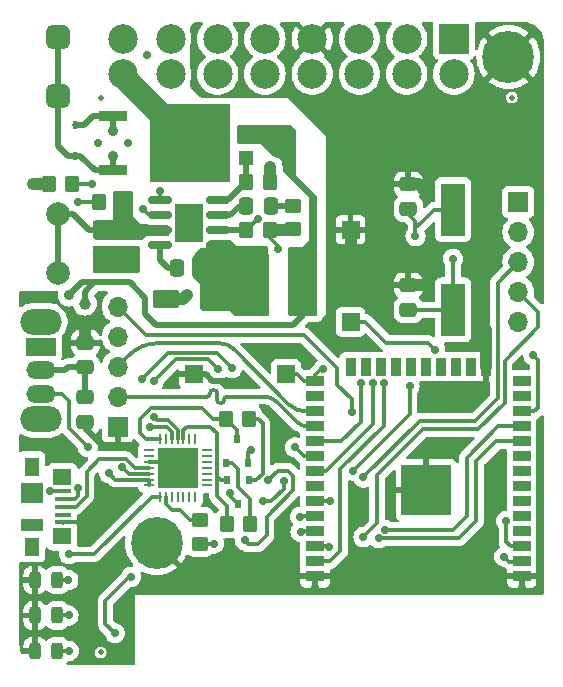
<source format=gbr>
%TF.GenerationSoftware,KiCad,Pcbnew,8.0.4*%
%TF.CreationDate,2024-10-05T16:08:08-03:00*%
%TF.ProjectId,DongleALIVEv2.0,446f6e67-6c65-4414-9c49-564576322e30,2.0*%
%TF.SameCoordinates,Original*%
%TF.FileFunction,Copper,L1,Top*%
%TF.FilePolarity,Positive*%
%FSLAX46Y46*%
G04 Gerber Fmt 4.6, Leading zero omitted, Abs format (unit mm)*
G04 Created by KiCad (PCBNEW 8.0.4) date 2024-10-05 16:08:08*
%MOMM*%
%LPD*%
G01*
G04 APERTURE LIST*
G04 Aperture macros list*
%AMRoundRect*
0 Rectangle with rounded corners*
0 $1 Rounding radius*
0 $2 $3 $4 $5 $6 $7 $8 $9 X,Y pos of 4 corners*
0 Add a 4 corners polygon primitive as box body*
4,1,4,$2,$3,$4,$5,$6,$7,$8,$9,$2,$3,0*
0 Add four circle primitives for the rounded corners*
1,1,$1+$1,$2,$3*
1,1,$1+$1,$4,$5*
1,1,$1+$1,$6,$7*
1,1,$1+$1,$8,$9*
0 Add four rect primitives between the rounded corners*
20,1,$1+$1,$2,$3,$4,$5,0*
20,1,$1+$1,$4,$5,$6,$7,0*
20,1,$1+$1,$6,$7,$8,$9,0*
20,1,$1+$1,$8,$9,$2,$3,0*%
G04 Aperture macros list end*
%TA.AperFunction,Conductor*%
%ADD10C,0.200000*%
%TD*%
%TA.AperFunction,SMDPad,CuDef*%
%ADD11RoundRect,0.250000X-0.475000X0.337500X-0.475000X-0.337500X0.475000X-0.337500X0.475000X0.337500X0*%
%TD*%
%TA.AperFunction,SMDPad,CuDef*%
%ADD12RoundRect,0.250000X0.475000X-0.337500X0.475000X0.337500X-0.475000X0.337500X-0.475000X-0.337500X0*%
%TD*%
%TA.AperFunction,SMDPad,CuDef*%
%ADD13R,1.200000X1.200000*%
%TD*%
%TA.AperFunction,SMDPad,CuDef*%
%ADD14R,1.500000X1.600000*%
%TD*%
%TA.AperFunction,SMDPad,CuDef*%
%ADD15C,0.500000*%
%TD*%
%TA.AperFunction,ComponentPad*%
%ADD16R,1.700000X1.700000*%
%TD*%
%TA.AperFunction,ComponentPad*%
%ADD17O,1.700000X1.700000*%
%TD*%
%TA.AperFunction,SMDPad,CuDef*%
%ADD18R,1.500000X1.500000*%
%TD*%
%TA.AperFunction,SMDPad,CuDef*%
%ADD19RoundRect,0.250000X0.350000X0.450000X-0.350000X0.450000X-0.350000X-0.450000X0.350000X-0.450000X0*%
%TD*%
%TA.AperFunction,SMDPad,CuDef*%
%ADD20RoundRect,0.196250X0.888750X0.588750X-0.888750X0.588750X-0.888750X-0.588750X0.888750X-0.588750X0*%
%TD*%
%TA.AperFunction,SMDPad,CuDef*%
%ADD21C,1.000000*%
%TD*%
%TA.AperFunction,SMDPad,CuDef*%
%ADD22RoundRect,0.250000X-0.450000X0.350000X-0.450000X-0.350000X0.450000X-0.350000X0.450000X0.350000X0*%
%TD*%
%TA.AperFunction,SMDPad,CuDef*%
%ADD23R,2.400000X5.700000*%
%TD*%
%TA.AperFunction,SMDPad,CuDef*%
%ADD24RoundRect,0.162000X0.823000X0.138000X-0.823000X0.138000X-0.823000X-0.138000X0.823000X-0.138000X0*%
%TD*%
%TA.AperFunction,SMDPad,CuDef*%
%ADD25R,2.410000X3.300000*%
%TD*%
%TA.AperFunction,SMDPad,CuDef*%
%ADD26R,0.600000X0.800000*%
%TD*%
%TA.AperFunction,SMDPad,CuDef*%
%ADD27R,1.380000X0.450000*%
%TD*%
%TA.AperFunction,SMDPad,CuDef*%
%ADD28R,1.300000X1.650000*%
%TD*%
%TA.AperFunction,SMDPad,CuDef*%
%ADD29R,1.550000X1.425000*%
%TD*%
%TA.AperFunction,SMDPad,CuDef*%
%ADD30R,1.900000X1.800000*%
%TD*%
%TA.AperFunction,SMDPad,CuDef*%
%ADD31R,1.900000X1.000000*%
%TD*%
%TA.AperFunction,SMDPad,CuDef*%
%ADD32RoundRect,0.250000X-0.350000X-0.450000X0.350000X-0.450000X0.350000X0.450000X-0.350000X0.450000X0*%
%TD*%
%TA.AperFunction,SMDPad,CuDef*%
%ADD33R,0.457200X0.787400*%
%TD*%
%TA.AperFunction,SMDPad,CuDef*%
%ADD34RoundRect,0.250000X-0.337500X-0.475000X0.337500X-0.475000X0.337500X0.475000X-0.337500X0.475000X0*%
%TD*%
%TA.AperFunction,ComponentPad*%
%ADD35O,3.500000X2.200000*%
%TD*%
%TA.AperFunction,ComponentPad*%
%ADD36R,2.500000X1.500000*%
%TD*%
%TA.AperFunction,ComponentPad*%
%ADD37O,2.500000X1.500000*%
%TD*%
%TA.AperFunction,ComponentPad*%
%ADD38C,0.700000*%
%TD*%
%TA.AperFunction,ComponentPad*%
%ADD39C,4.400000*%
%TD*%
%TA.AperFunction,SMDPad,CuDef*%
%ADD40RoundRect,0.243750X-0.243750X-0.456250X0.243750X-0.456250X0.243750X0.456250X-0.243750X0.456250X0*%
%TD*%
%TA.AperFunction,ComponentPad*%
%ADD41R,2.500000X2.500000*%
%TD*%
%TA.AperFunction,ComponentPad*%
%ADD42C,2.500000*%
%TD*%
%TA.AperFunction,SMDPad,CuDef*%
%ADD43R,1.050000X1.050000*%
%TD*%
%TA.AperFunction,HeatsinkPad*%
%ADD44C,0.600000*%
%TD*%
%TA.AperFunction,SMDPad,CuDef*%
%ADD45R,4.200000X4.200000*%
%TD*%
%TA.AperFunction,SMDPad,CuDef*%
%ADD46R,1.500000X0.900000*%
%TD*%
%TA.AperFunction,SMDPad,CuDef*%
%ADD47R,0.900000X1.500000*%
%TD*%
%TA.AperFunction,SMDPad,CuDef*%
%ADD48R,2.000000X4.500000*%
%TD*%
%TA.AperFunction,SMDPad,CuDef*%
%ADD49R,2.489200X0.939800*%
%TD*%
%TA.AperFunction,SMDPad,CuDef*%
%ADD50R,6.807200X6.578600*%
%TD*%
%TA.AperFunction,SMDPad,CuDef*%
%ADD51RoundRect,0.062500X-0.337500X-0.062500X0.337500X-0.062500X0.337500X0.062500X-0.337500X0.062500X0*%
%TD*%
%TA.AperFunction,SMDPad,CuDef*%
%ADD52RoundRect,0.062500X-0.062500X-0.337500X0.062500X-0.337500X0.062500X0.337500X-0.062500X0.337500X0*%
%TD*%
%TA.AperFunction,HeatsinkPad*%
%ADD53R,3.350000X3.350000*%
%TD*%
%TA.AperFunction,ComponentPad*%
%ADD54RoundRect,0.500000X-0.500000X0.500000X-0.500000X-0.500000X0.500000X-0.500000X0.500000X0.500000X0*%
%TD*%
%TA.AperFunction,ComponentPad*%
%ADD55C,2.000000*%
%TD*%
%TA.AperFunction,ViaPad*%
%ADD56C,0.700000*%
%TD*%
%TA.AperFunction,ViaPad*%
%ADD57C,0.900000*%
%TD*%
%TA.AperFunction,Conductor*%
%ADD58C,0.300000*%
%TD*%
%TA.AperFunction,Conductor*%
%ADD59C,1.000000*%
%TD*%
%TA.AperFunction,Conductor*%
%ADD60C,0.500000*%
%TD*%
%TA.AperFunction,Conductor*%
%ADD61C,2.000000*%
%TD*%
G04 APERTURE END LIST*
D10*
%TO.N,GND*%
X156435000Y-119185000D02*
X141895000Y-119185000D01*
X141895000Y-117565000D01*
X156435000Y-117565000D01*
X156435000Y-119185000D01*
%TA.AperFunction,Conductor*%
G36*
X156435000Y-119185000D02*
G01*
X141895000Y-119185000D01*
X141895000Y-117565000D01*
X156435000Y-117565000D01*
X156435000Y-119185000D01*
G37*
%TD.AperFunction*%
%TD*%
D11*
%TO.P,C9,1*%
%TO.N,/VoltageRegulatorESD/12v_fuse*%
X122565000Y-88507500D03*
%TO.P,C9,2*%
%TO.N,GND*%
X122565000Y-90582500D03*
%TD*%
D12*
%TO.P,C7,1*%
%TO.N,/VoltageRegulatorESD/Vout*%
X120975000Y-100092500D03*
%TO.P,C7,2*%
%TO.N,GND*%
X120975000Y-98017500D03*
%TD*%
D13*
%TO.P,RV1,1,1*%
%TO.N,/VoltageRegulatorESD/Vout*%
X134615000Y-80365000D03*
D14*
%TO.P,RV1,2,2*%
X137865000Y-81365000D03*
D13*
%TO.P,RV1,3,3*%
%TO.N,/VoltageRegulatorESD/FB*%
X134615000Y-82365000D03*
%TD*%
D15*
%TO.P,FID2,*%
%TO.N,*%
X122275000Y-124255000D03*
%TD*%
D11*
%TO.P,C10,1*%
%TO.N,/VoltageRegulatorESD/12v_fuse*%
X124665000Y-88507500D03*
%TO.P,C10,2*%
%TO.N,GND*%
X124665000Y-90582500D03*
%TD*%
%TO.P,C18,1*%
%TO.N,GND*%
X148325000Y-93177500D03*
%TO.P,C18,2*%
%TO.N,/CAN_controller/osc1*%
X148325000Y-95252500D03*
%TD*%
D16*
%TO.P,J2,1,Pin_1*%
%TO.N,GND*%
X123725000Y-105125000D03*
D17*
%TO.P,J2,2,Pin_2*%
%TO.N,/Microcontroller/TX2*%
X123725000Y-102585000D03*
%TO.P,J2,3,Pin_3*%
%TO.N,/Microcontroller/RX2*%
X123725000Y-100045000D03*
%TO.P,J2,4,Pin_4*%
%TO.N,unconnected-(J2-Pin_4-Pad4)*%
X123725000Y-97505000D03*
%TO.P,J2,5,Pin_5*%
%TO.N,+3V3*%
X123725000Y-94965000D03*
%TD*%
D18*
%TO.P,SW1,1,1*%
%TO.N,IO0*%
X137975000Y-100685000D03*
%TO.P,SW1,2,2*%
%TO.N,GND*%
X130175000Y-100685000D03*
%TD*%
D19*
%TO.P,R13,1*%
%TO.N,GND*%
X136615000Y-84405000D03*
%TO.P,R13,2*%
%TO.N,/VoltageRegulatorESD/FB*%
X134615000Y-84405000D03*
%TD*%
D20*
%TO.P,D3,1,K*%
%TO.N,/VoltageRegulatorESD/SW*%
X131980000Y-94355000D03*
%TO.P,D3,2,A*%
%TO.N,GND*%
X127850000Y-94355000D03*
%TD*%
D21*
%TO.P,TP1,1,1*%
%TO.N,/VoltageRegulatorESD/Vout*%
X120945000Y-94735000D03*
%TD*%
D11*
%TO.P,C19,1*%
%TO.N,GND*%
X148325000Y-84627500D03*
%TO.P,C19,2*%
%TO.N,/CAN_controller/osc2*%
X148325000Y-86702500D03*
%TD*%
D22*
%TO.P,R12,1*%
%TO.N,Net-(C11-Pad2)*%
X138605000Y-86435000D03*
%TO.P,R12,2*%
%TO.N,GND*%
X138605000Y-88435000D03*
%TD*%
D23*
%TO.P,L1,1*%
%TO.N,/VoltageRegulatorESD/SW*%
X135175000Y-92895000D03*
%TO.P,L1,2*%
%TO.N,/VoltageRegulatorESD/Vout*%
X139375000Y-92895000D03*
%TD*%
D19*
%TO.P,R7,1*%
%TO.N,/VoltageRegulatorESD/12v_fuse*%
X124165000Y-86115000D03*
%TO.P,R7,2*%
%TO.N,/VoltageRegulatorESD/EN*%
X122165000Y-86115000D03*
%TD*%
D24*
%TO.P,U2,1,SW*%
%TO.N,/VoltageRegulatorESD/SW*%
X132250000Y-89780000D03*
%TO.P,U2,2,EN*%
%TO.N,/VoltageRegulatorESD/EN*%
X132250000Y-88510000D03*
%TO.P,U2,3,COMP*%
%TO.N,/VoltageRegulatorESD/COMP*%
X132250000Y-87240000D03*
%TO.P,U2,4,FB*%
%TO.N,/VoltageRegulatorESD/FB*%
X132250000Y-85970000D03*
%TO.P,U2,5,GND*%
%TO.N,GND*%
X127300000Y-85970000D03*
%TO.P,U2,6,FREQ*%
%TO.N,/VoltageRegulatorESD/FREQ*%
X127300000Y-87240000D03*
%TO.P,U2,7,VIN*%
%TO.N,/VoltageRegulatorESD/12v_fuse*%
X127300000Y-88510000D03*
%TO.P,U2,8,BST*%
%TO.N,/VoltageRegulatorESD/BST*%
X127300000Y-89780000D03*
D25*
%TO.P,U2,9,GND*%
%TO.N,GND*%
X129775000Y-87875000D03*
%TD*%
D22*
%TO.P,R17,1*%
%TO.N,/MicroUSB_Port/RST*%
X130665000Y-113045000D03*
%TO.P,R17,2*%
%TO.N,+3V3*%
X130665000Y-115045000D03*
%TD*%
D26*
%TO.P,Q3,1*%
%TO.N,/MicroUSB_Port/rts_to_io0*%
X132885000Y-108195000D03*
%TO.P,Q3,2*%
%TO.N,IO0*%
X134785000Y-108195000D03*
%TO.P,Q3,3*%
%TO.N,/MicroUSB_Port/DTR*%
X133835000Y-106175000D03*
%TD*%
D27*
%TO.P,J4,1,VBUS*%
%TO.N,/MicroUSB_Port/VBUS*%
X119110000Y-110627500D03*
%TO.P,J4,2,D-*%
%TO.N,/MicroUSB_Port/D-*%
X119110000Y-111277500D03*
%TO.P,J4,3,D+*%
%TO.N,/MicroUSB_Port/D+*%
X119110000Y-111927500D03*
%TO.P,J4,4,ID*%
%TO.N,unconnected-(J4-ID-Pad4)*%
X119110000Y-112577500D03*
%TO.P,J4,5,GND*%
%TO.N,GND*%
X119110000Y-113227500D03*
D28*
%TO.P,J4,6,Shield*%
%TO.N,unconnected-(J4-Shield-Pad6)_2*%
X116450000Y-108552500D03*
D29*
%TO.N,unconnected-(J4-Shield-Pad6)_1*%
X119025000Y-109440000D03*
D30*
%TO.N,unconnected-(J4-Shield-Pad6)_3*%
X116450000Y-110777500D03*
D31*
%TO.N,unconnected-(J4-Shield-Pad6)_4*%
X116450000Y-113477500D03*
D29*
%TO.N,unconnected-(J4-Shield-Pad6)*%
X119025000Y-114415000D03*
D28*
%TO.N,unconnected-(J4-Shield-Pad6)_5*%
X116450000Y-115302500D03*
%TD*%
D32*
%TO.P,R8,1*%
%TO.N,/VoltageRegulatorESD/EN*%
X134615000Y-88505000D03*
%TO.P,R8,2*%
%TO.N,GND*%
X136615000Y-88505000D03*
%TD*%
D18*
%TO.P,SW2,1,1*%
%TO.N,GND*%
X143435000Y-88455000D03*
%TO.P,SW2,2,2*%
%TO.N,EN*%
X143435000Y-96255000D03*
%TD*%
D33*
%TO.P,D4,1,K*%
%TO.N,/VoltageRegulatorESD/12v_in*%
X120105000Y-82193100D03*
%TO.P,D4,2,A*%
%TO.N,/VoltageRegulatorESD/GND_resistence_protect*%
X120105000Y-79576900D03*
%TD*%
D34*
%TO.P,C6,1*%
%TO.N,/VoltageRegulatorESD/BST*%
X128770000Y-91695000D03*
%TO.P,C6,2*%
%TO.N,/VoltageRegulatorESD/SW*%
X130845000Y-91695000D03*
%TD*%
D35*
%TO.P,SW3,*%
%TO.N,*%
X117225000Y-96275000D03*
X117225000Y-104475000D03*
D36*
%TO.P,SW3,1,C*%
%TO.N,unconnected-(SW3-C-Pad1)*%
X117225000Y-98375000D03*
D37*
%TO.P,SW3,2,B*%
%TO.N,/VoltageRegulatorESD/Vout*%
X117225000Y-100375000D03*
%TO.P,SW3,3,A*%
%TO.N,5v*%
X117225000Y-102375000D03*
%TD*%
D38*
%TO.P,H2,1,1*%
%TO.N,GND*%
X125395000Y-115005000D03*
X125878274Y-113838274D03*
X125878274Y-116171726D03*
X127045000Y-113355000D03*
D39*
X127045000Y-115005000D03*
D38*
X127045000Y-116655000D03*
X128211726Y-113838274D03*
X128211726Y-116171726D03*
X128695000Y-115005000D03*
%TD*%
D19*
%TO.P,R18,1*%
%TO.N,/MicroUSB_Port/dtr_to_en*%
X134855000Y-104465000D03*
%TO.P,R18,2*%
%TO.N,/MicroUSB_Port/DTR*%
X132855000Y-104465000D03*
%TD*%
D40*
%TO.P,D1,1,K*%
%TO.N,GND*%
X116727500Y-121125000D03*
%TO.P,D1,2,A*%
%TO.N,/Microcontroller/can_led*%
X118602500Y-121125000D03*
%TD*%
D11*
%TO.P,C8,1*%
%TO.N,/VoltageRegulatorESD/Vout*%
X120975000Y-102667500D03*
%TO.P,C8,2*%
%TO.N,GND*%
X120975000Y-104742500D03*
%TD*%
D15*
%TO.P,FID3,*%
%TO.N,*%
X122275000Y-77275000D03*
%TD*%
D19*
%TO.P,R11,1*%
%TO.N,/VoltageRegulatorESD/FREQ*%
X119895000Y-84575000D03*
%TO.P,R11,2*%
%TO.N,GND*%
X117895000Y-84575000D03*
%TD*%
D41*
%TO.P,J1,1,1*%
%TO.N,unconnected-(J1-Pad1)*%
X152195000Y-72285000D03*
D42*
%TO.P,J1,2,2*%
%TO.N,unconnected-(J1-Pad2)*%
X148195000Y-72285000D03*
%TO.P,J1,3,3*%
%TO.N,unconnected-(J1-Pad3)*%
X144195000Y-72285000D03*
%TO.P,J1,4,GND*%
%TO.N,GND*%
X140195000Y-72285000D03*
%TO.P,J1,5,5*%
%TO.N,unconnected-(J1-Pad5)*%
X136195000Y-72285000D03*
%TO.P,J1,6,CAN_LOW*%
%TO.N,/CAN_controller/CAN_LOW*%
X132195000Y-72285000D03*
%TO.P,J1,7,7*%
%TO.N,unconnected-(J1-Pad7)*%
X128195000Y-72285000D03*
%TO.P,J1,8,8*%
%TO.N,unconnected-(J1-Pad8)*%
X124195000Y-72285000D03*
%TO.P,J1,9,9*%
%TO.N,unconnected-(J1-Pad9)*%
X152195000Y-75285000D03*
%TO.P,J1,10,10*%
%TO.N,unconnected-(J1-Pad10)*%
X148195000Y-75285000D03*
%TO.P,J1,11,11*%
%TO.N,unconnected-(J1-Pad11)*%
X144195000Y-75285000D03*
%TO.P,J1,12,12*%
%TO.N,unconnected-(J1-Pad12)*%
X140195000Y-75285000D03*
%TO.P,J1,13,13*%
%TO.N,unconnected-(J1-Pad13)*%
X136195000Y-75285000D03*
%TO.P,J1,14,CAN_HIGH*%
%TO.N,/CAN_controller/CAN_HIGH*%
X132195000Y-75285000D03*
%TO.P,J1,15,15*%
%TO.N,unconnected-(J1-Pad15)*%
X128195000Y-75285000D03*
%TO.P,J1,16,VIN*%
%TO.N,/VoltageRegulatorESD/Car_Battery_12v*%
X124195000Y-75285000D03*
%TD*%
D15*
%TO.P,FID1,*%
%TO.N,*%
X157085000Y-77275000D03*
%TD*%
D38*
%TO.P,H1,1,1*%
%TO.N,GND*%
X155155000Y-73845000D03*
X155638274Y-72678274D03*
X155638274Y-75011726D03*
X156805000Y-72195000D03*
D39*
X156805000Y-73845000D03*
D38*
X156805000Y-75495000D03*
X157971726Y-72678274D03*
X157971726Y-75011726D03*
X158455000Y-73845000D03*
%TD*%
D43*
%TO.P,U1,39,GND*%
%TO.N,GND*%
X148330000Y-108955000D03*
D44*
X148330000Y-109717500D03*
D43*
X148330000Y-110480000D03*
D44*
X148330000Y-111242500D03*
D43*
X148330000Y-112005000D03*
D44*
X149092500Y-108955000D03*
X149092500Y-110480000D03*
X149092500Y-112005000D03*
D43*
X149855000Y-108955000D03*
D44*
X149855000Y-109717500D03*
D45*
X149855000Y-110480000D03*
D43*
X149855000Y-110480000D03*
D44*
X149855000Y-111242500D03*
D43*
X149855000Y-112005000D03*
D44*
X150617500Y-108955000D03*
X150617500Y-110480000D03*
X150617500Y-112005000D03*
D43*
X151380000Y-108955000D03*
D44*
X151380000Y-109717500D03*
D43*
X151380000Y-110480000D03*
D44*
X151380000Y-111242500D03*
D43*
X151380000Y-112005000D03*
D46*
%TO.P,U1,38,GND*%
X140425000Y-117820000D03*
%TO.P,U1,37,IO23*%
%TO.N,MOSI*%
X140425000Y-116550000D03*
%TO.P,U1,36,IO22*%
%TO.N,/Microcontroller/SCL*%
X140425000Y-115280000D03*
%TO.P,U1,35,TXD0/IO1*%
%TO.N,/Microcontroller/TXD0*%
X140425000Y-114010000D03*
%TO.P,U1,34,RXD0/IO3*%
%TO.N,/Microcontroller/RXD0*%
X140425000Y-112740000D03*
%TO.P,U1,33,IO21*%
%TO.N,/Microcontroller/SDA*%
X140425000Y-111470000D03*
%TO.P,U1,32,NC*%
%TO.N,unconnected-(U1-NC-Pad32)*%
X140425000Y-110200000D03*
%TO.P,U1,31,IO19*%
%TO.N,MISO*%
X140425000Y-108930000D03*
%TO.P,U1,30,IO18*%
%TO.N,SCLK*%
X140425000Y-107660000D03*
%TO.P,U1,29,IO5*%
%TO.N,/CAN_controller/CAN_CS*%
X140425000Y-106390000D03*
%TO.P,U1,28,IO17*%
%TO.N,/Microcontroller/TX2*%
X140425000Y-105120000D03*
%TO.P,U1,27,IO16*%
%TO.N,/Microcontroller/RX2*%
X140425000Y-103850000D03*
%TO.P,U1,26,IO4*%
%TO.N,unconnected-(U1-IO4-Pad26)*%
X140425000Y-102580000D03*
%TO.P,U1,25,IO0*%
%TO.N,IO0*%
X140425000Y-101310000D03*
D47*
%TO.P,U1,24,IO2*%
%TO.N,unconnected-(U1-IO2-Pad24)*%
X143455000Y-100060000D03*
%TO.P,U1,23,IO15*%
%TO.N,unconnected-(U1-IO15-Pad23)*%
X144725000Y-100060000D03*
%TO.P,U1,22,SDI/SD1*%
%TO.N,unconnected-(U1-SDI{slash}SD1-Pad22)*%
X145995000Y-100060000D03*
%TO.P,U1,21,SDO/SD0*%
%TO.N,unconnected-(U1-SDO{slash}SD0-Pad21)*%
X147265000Y-100060000D03*
%TO.P,U1,20,SCK/CLK*%
%TO.N,unconnected-(U1-SCK{slash}CLK-Pad20)*%
X148535000Y-100060000D03*
%TO.P,U1,19,SCS/CMD*%
%TO.N,unconnected-(U1-SCS{slash}CMD-Pad19)*%
X149805000Y-100060000D03*
%TO.P,U1,18,SWP/SD3*%
%TO.N,unconnected-(U1-SWP{slash}SD3-Pad18)*%
X151075000Y-100060000D03*
%TO.P,U1,17,SHD/SD2*%
%TO.N,unconnected-(U1-SHD{slash}SD2-Pad17)*%
X152345000Y-100060000D03*
%TO.P,U1,16,IO13*%
%TO.N,unconnected-(U1-IO13-Pad16)*%
X153615000Y-100060000D03*
%TO.P,U1,15,GND*%
%TO.N,GND*%
X154885000Y-100060000D03*
D46*
%TO.P,U1,14,IO12*%
%TO.N,unconnected-(U1-IO12-Pad14)*%
X157925000Y-101310000D03*
%TO.P,U1,13,IO14*%
%TO.N,unconnected-(U1-IO14-Pad13)*%
X157925000Y-102580000D03*
%TO.P,U1,12,IO27*%
%TO.N,/CAN_controller/CAN_INT*%
X157925000Y-103850000D03*
%TO.P,U1,11,IO26*%
%TO.N,/Microcontroller/BLE_debug*%
X157925000Y-105120000D03*
%TO.P,U1,10,IO25*%
%TO.N,/Microcontroller/CAN_debug*%
X157925000Y-106390000D03*
%TO.P,U1,9,IO33*%
%TO.N,unconnected-(U1-IO33-Pad9)*%
X157925000Y-107660000D03*
%TO.P,U1,8,IO32*%
%TO.N,unconnected-(U1-IO32-Pad8)*%
X157925000Y-108930000D03*
%TO.P,U1,7,IO35*%
%TO.N,unconnected-(U1-IO35-Pad7)*%
X157925000Y-110200000D03*
%TO.P,U1,6,IO34*%
%TO.N,unconnected-(U1-IO34-Pad6)*%
X157925000Y-111470000D03*
%TO.P,U1,5,SENSOR_VN*%
%TO.N,unconnected-(U1-SENSOR_VN-Pad5)*%
X157925000Y-112740000D03*
%TO.P,U1,4,SENSOR_VP*%
%TO.N,unconnected-(U1-SENSOR_VP-Pad4)*%
X157925000Y-114010000D03*
%TO.P,U1,3,EN*%
%TO.N,EN*%
X157925000Y-115280000D03*
%TO.P,U1,2,VDD*%
%TO.N,+3V3*%
X157925000Y-116550000D03*
%TO.P,U1,1,GND*%
%TO.N,GND*%
X157925000Y-117820000D03*
%TD*%
D48*
%TO.P,Y1,1,1*%
%TO.N,/CAN_controller/osc2*%
X152115000Y-86755000D03*
%TO.P,Y1,2,2*%
%TO.N,/CAN_controller/osc1*%
X152115000Y-95255000D03*
%TD*%
D40*
%TO.P,D5,1,K*%
%TO.N,GND*%
X116727500Y-118125000D03*
%TO.P,D5,2,A*%
%TO.N,/VoltageRegulatorESD/power_led*%
X118602500Y-118125000D03*
%TD*%
D26*
%TO.P,Q2,1*%
%TO.N,/MicroUSB_Port/dtr_to_en*%
X134855000Y-109675000D03*
%TO.P,Q2,2*%
%TO.N,/MicroUSB_Port/RTS*%
X132955000Y-109675000D03*
%TO.P,Q2,3*%
%TO.N,EN*%
X133905000Y-111695000D03*
%TD*%
D34*
%TO.P,C11,1*%
%TO.N,/VoltageRegulatorESD/COMP*%
X134597500Y-86435000D03*
%TO.P,C11,2*%
%TO.N,Net-(C11-Pad2)*%
X136672500Y-86435000D03*
%TD*%
D49*
%TO.P,Q1,1,G*%
%TO.N,/VoltageRegulatorESD/GND_resistence_protect*%
X123349000Y-78834999D03*
D50*
%TO.P,Q1,2,D*%
%TO.N,/VoltageRegulatorESD/Car_Battery_12v*%
X129821999Y-81125000D03*
D49*
%TO.P,Q1,3,S*%
%TO.N,/VoltageRegulatorESD/12v_in*%
X123349000Y-83415001D03*
%TD*%
D51*
%TO.P,U6,1,~{DCD}*%
%TO.N,unconnected-(U6-~{DCD}-Pad1)*%
X126345000Y-107115000D03*
%TO.P,U6,2,~{RI}/CLK*%
%TO.N,unconnected-(U6-~{RI}{slash}CLK-Pad2)*%
X126345000Y-107615000D03*
%TO.P,U6,3,GND*%
%TO.N,GND*%
X126345000Y-108115000D03*
%TO.P,U6,4,D+*%
%TO.N,/MicroUSB_Port/D+*%
X126345000Y-108615000D03*
%TO.P,U6,5,D-*%
%TO.N,/MicroUSB_Port/D-*%
X126345000Y-109115000D03*
%TO.P,U6,6,VDD*%
%TO.N,+3V3*%
X126345000Y-109615000D03*
%TO.P,U6,7,VREGIN*%
X126345000Y-110115000D03*
D52*
%TO.P,U6,8,VBUS*%
%TO.N,/MicroUSB_Port/VBUS*%
X127295000Y-111065000D03*
%TO.P,U6,9,~{RST}*%
%TO.N,/MicroUSB_Port/RST*%
X127795000Y-111065000D03*
%TO.P,U6,10,NC*%
%TO.N,unconnected-(U6-NC-Pad10)*%
X128295000Y-111065000D03*
%TO.P,U6,11,~{SUSPEND}*%
%TO.N,unconnected-(U6-~{SUSPEND}-Pad11)*%
X128795000Y-111065000D03*
%TO.P,U6,12,SUSPEND*%
%TO.N,unconnected-(U6-SUSPEND-Pad12)*%
X129295000Y-111065000D03*
%TO.P,U6,13,CHREN*%
%TO.N,unconnected-(U6-CHREN-Pad13)*%
X129795000Y-111065000D03*
%TO.P,U6,14,CHR1*%
%TO.N,unconnected-(U6-CHR1-Pad14)*%
X130295000Y-111065000D03*
D51*
%TO.P,U6,15,CHR0*%
%TO.N,unconnected-(U6-CHR0-Pad15)*%
X131245000Y-110115000D03*
%TO.P,U6,16,~{WAKEUP}/GPIO.3*%
%TO.N,unconnected-(U6-~{WAKEUP}{slash}GPIO.3-Pad16)*%
X131245000Y-109615000D03*
%TO.P,U6,17,RS485/GPIO.2*%
%TO.N,unconnected-(U6-RS485{slash}GPIO.2-Pad17)*%
X131245000Y-109115000D03*
%TO.P,U6,18,~{RXT}/GPIO.1*%
%TO.N,unconnected-(U6-~{RXT}{slash}GPIO.1-Pad18)*%
X131245000Y-108615000D03*
%TO.P,U6,19,~{TXT}/GPIO.0*%
%TO.N,unconnected-(U6-~{TXT}{slash}GPIO.0-Pad19)*%
X131245000Y-108115000D03*
%TO.P,U6,20,GPIO.6*%
%TO.N,unconnected-(U6-GPIO.6-Pad20)*%
X131245000Y-107615000D03*
%TO.P,U6,21,GPIO.5*%
%TO.N,unconnected-(U6-GPIO.5-Pad21)*%
X131245000Y-107115000D03*
D52*
%TO.P,U6,22,GPIO.4*%
%TO.N,unconnected-(U6-GPIO.4-Pad22)*%
X130295000Y-106165000D03*
%TO.P,U6,23,~{CTS}*%
%TO.N,unconnected-(U6-~{CTS}-Pad23)*%
X129795000Y-106165000D03*
%TO.P,U6,24,~{RTS}*%
%TO.N,/MicroUSB_Port/RTS*%
X129295000Y-106165000D03*
%TO.P,U6,25,RXD*%
%TO.N,/MicroUSB_Port/RXD*%
X128795000Y-106165000D03*
%TO.P,U6,26,TXD*%
%TO.N,/MicroUSB_Port/TXD*%
X128295000Y-106165000D03*
%TO.P,U6,27,~{DSR}*%
%TO.N,unconnected-(U6-~{DSR}-Pad27)*%
X127795000Y-106165000D03*
%TO.P,U6,28,~{DTR}*%
%TO.N,/MicroUSB_Port/DTR*%
X127295000Y-106165000D03*
D53*
%TO.P,U6,29,GND*%
%TO.N,GND*%
X128795000Y-108615000D03*
%TD*%
D54*
%TO.P,F1,1*%
%TO.N,/VoltageRegulatorESD/12v_in*%
X118665000Y-72125000D03*
X118665000Y-77125000D03*
D55*
%TO.P,F1,2*%
%TO.N,/VoltageRegulatorESD/12v_fuse*%
X118665000Y-87125000D03*
X118665000Y-92125000D03*
%TD*%
D19*
%TO.P,R19,1*%
%TO.N,/MicroUSB_Port/rts_to_io0*%
X134945000Y-113385000D03*
%TO.P,R19,2*%
%TO.N,/MicroUSB_Port/RTS*%
X132945000Y-113385000D03*
%TD*%
D40*
%TO.P,D2,1,K*%
%TO.N,GND*%
X116727500Y-124125000D03*
%TO.P,D2,2,A*%
%TO.N,/Microcontroller/ble_led*%
X118602500Y-124125000D03*
%TD*%
D16*
%TO.P,J3,1,Pin_1*%
%TO.N,unconnected-(J3-Pin_1-Pad1)*%
X157645000Y-86125000D03*
D17*
%TO.P,J3,2,Pin_2*%
%TO.N,unconnected-(J3-Pin_2-Pad2)*%
X157645000Y-88665000D03*
%TO.P,J3,3,Pin_3*%
%TO.N,/Microcontroller/SDA*%
X157645000Y-91205000D03*
%TO.P,J3,4,Pin_4*%
%TO.N,/Microcontroller/SCL*%
X157645000Y-93745000D03*
%TO.P,J3,5,Pin_5*%
%TO.N,unconnected-(J3-Pin_5-Pad5)*%
X157645000Y-96285000D03*
%TD*%
D56*
%TO.N,GND*%
X142955000Y-98345000D03*
X146415000Y-93355000D03*
D57*
X150245000Y-118415000D03*
D56*
X157955000Y-99985000D03*
X147325000Y-91495000D03*
X144395000Y-111565000D03*
X155705000Y-87575000D03*
X146975000Y-115895000D03*
X150185000Y-90495000D03*
X124605000Y-81085000D03*
X118165000Y-116155000D03*
X131275000Y-111535000D03*
X150025000Y-73785000D03*
X135195000Y-118845000D03*
X116075000Y-106665000D03*
X146235000Y-73705000D03*
X122075000Y-81085000D03*
X133195000Y-118845000D03*
X124665000Y-91685000D03*
D57*
X127715000Y-107535000D03*
D56*
X123615000Y-115655000D03*
X148325000Y-90495000D03*
X149565000Y-93175000D03*
X129755000Y-86745000D03*
X134515000Y-101235000D03*
D57*
X145165000Y-118415000D03*
D56*
X152515000Y-82935000D03*
X116725000Y-119605000D03*
X132195000Y-118845000D03*
D57*
X127715000Y-109745000D03*
D56*
X136270000Y-103620000D03*
X153945000Y-92255000D03*
X146415000Y-90495000D03*
X130385000Y-73715000D03*
X144975000Y-115895000D03*
X136615000Y-83185000D03*
X134195000Y-71385000D03*
X124735000Y-122895000D03*
X134195000Y-118845000D03*
X137265000Y-90115000D03*
X149775000Y-85165000D03*
X122305000Y-113305000D03*
X124085000Y-116635000D03*
X129755000Y-89075000D03*
X147325000Y-90495000D03*
X152675000Y-103215000D03*
X147335000Y-89565000D03*
X138215000Y-73655000D03*
X133315000Y-115185000D03*
X145975000Y-115895000D03*
X153945000Y-91255000D03*
X157925000Y-118795000D03*
X131195000Y-118845000D03*
X146425000Y-89565000D03*
X153945000Y-89395000D03*
X122565000Y-106855000D03*
X127285000Y-85165000D03*
X120835000Y-96785000D03*
X146415000Y-91495000D03*
X136980000Y-106790000D03*
X124735000Y-124895000D03*
X118125000Y-94155000D03*
X139665000Y-100025000D03*
X146415000Y-92355000D03*
X124735000Y-123895000D03*
X136195000Y-118845000D03*
X124735000Y-121895000D03*
D57*
X142625000Y-118415000D03*
D56*
X140425000Y-118795000D03*
X116725000Y-122635000D03*
X142205000Y-73705000D03*
X149185000Y-90495000D03*
X154495000Y-96525000D03*
X128235000Y-101285000D03*
X137195000Y-118845000D03*
X138195000Y-118845000D03*
X126175000Y-73695000D03*
X121035000Y-113405000D03*
D57*
X147705000Y-118415000D03*
X152785000Y-118415000D03*
D56*
X148325000Y-91495000D03*
D57*
X116535000Y-84575000D03*
D56*
X149185000Y-91495000D03*
X150185000Y-91495000D03*
X155705000Y-89935000D03*
X153945000Y-90395000D03*
D57*
X155325000Y-118415000D03*
D56*
X143435000Y-89725000D03*
X122565000Y-91695000D03*
X129615000Y-94015000D03*
%TO.N,+3V3*%
X131885000Y-115045000D03*
X143525000Y-103935000D03*
X156455000Y-116135000D03*
X122985000Y-109085000D03*
%TO.N,IO0*%
X141145000Y-100265000D03*
X134985000Y-107085000D03*
%TO.N,EN*%
X150615000Y-98655000D03*
X156624998Y-113125000D03*
X143680000Y-108860000D03*
X133255000Y-110775000D03*
X148430000Y-101720000D03*
D57*
%TO.N,/VoltageRegulatorESD/Vout*%
X119615000Y-94025000D03*
D56*
%TO.N,5v*%
X121185000Y-106875000D03*
%TO.N,/CAN_controller/osc1*%
X152105000Y-90905000D03*
%TO.N,/CAN_controller/osc2*%
X148935000Y-89005000D03*
%TO.N,/MicroUSB_Port/VBUS*%
X117949999Y-110613478D03*
X119585000Y-115945000D03*
%TO.N,/VoltageRegulatorESD/power_led*%
X119545000Y-118125000D03*
D57*
%TO.N,/VoltageRegulatorESD/12v_in*%
X123345000Y-82245000D03*
D56*
%TO.N,/Microcontroller/SCL*%
X144525000Y-114485000D03*
X141655000Y-115285000D03*
%TO.N,/Microcontroller/SDA*%
X144530000Y-109440000D03*
X141695000Y-111465000D03*
%TO.N,/MicroUSB_Port/D-*%
X120393229Y-110371733D03*
X124115000Y-108585000D03*
%TO.N,/Microcontroller/TXD0*%
X139205000Y-114035000D03*
%TO.N,/MicroUSB_Port/RXD*%
X136448776Y-109691175D03*
X134470000Y-114740000D03*
X126785000Y-101265000D03*
X126795000Y-104345000D03*
X132255000Y-100255000D03*
%TO.N,/MicroUSB_Port/TXD*%
X126469810Y-105184200D03*
X125805000Y-101095000D03*
X133415000Y-100185000D03*
X137770025Y-109699975D03*
X136050000Y-111470000D03*
%TO.N,/Microcontroller/CAN_debug*%
X145815000Y-114595000D03*
%TO.N,/Microcontroller/BLE_debug*%
X124835000Y-117865000D03*
X146355000Y-113875000D03*
X123475000Y-122635000D03*
%TO.N,/VoltageRegulatorESD/EN*%
X120395000Y-86115000D03*
X135605000Y-87515000D03*
%TO.N,/VoltageRegulatorESD/FREQ*%
X125890000Y-86730000D03*
X121525000Y-84585000D03*
%TO.N,/CAN_controller/CAN_INT*%
X158925000Y-99105000D03*
%TO.N,/CAN_controller/CAN_CS*%
X144285000Y-101425000D03*
%TO.N,SCLK*%
X138725000Y-106895000D03*
%TO.N,MISO*%
X145335000Y-101415000D03*
%TO.N,MOSI*%
X146234492Y-101445320D03*
%TO.N,/Microcontroller/can_led*%
X119565000Y-121125000D03*
%TO.N,/Microcontroller/ble_led*%
X119575000Y-124125000D03*
D57*
%TO.N,/VoltageRegulatorESD/GND_resistence_protect*%
X123345000Y-80095000D03*
D56*
%TO.N,/Microcontroller/RXD0*%
X139175000Y-112755000D03*
%TD*%
D58*
%TO.N,+3V3*%
X139475000Y-97375000D02*
X126125000Y-97375000D01*
X142310000Y-100210000D02*
X139475000Y-97375000D01*
X142310000Y-101570000D02*
X142310000Y-100210000D01*
X126125000Y-97375000D02*
X126125000Y-97365000D01*
X143525000Y-102785000D02*
X142310000Y-101570000D01*
X126125000Y-97365000D02*
X123725000Y-94965000D01*
X143525000Y-103935000D02*
X143525000Y-102785000D01*
%TO.N,/Microcontroller/SCL*%
X157655000Y-93745000D02*
X157645000Y-93745000D01*
X159345000Y-95435000D02*
X157655000Y-93745000D01*
X156475000Y-103125000D02*
X156475000Y-99545000D01*
X154250000Y-105350000D02*
X156475000Y-103125000D01*
X156475000Y-99545000D02*
X159345000Y-96675000D01*
X149570000Y-105350000D02*
X154250000Y-105350000D01*
X145675000Y-109245000D02*
X149570000Y-105350000D01*
X145675000Y-113335000D02*
X145675000Y-109245000D01*
X159345000Y-96675000D02*
X159345000Y-95435000D01*
X144525000Y-114485000D02*
X145675000Y-113335000D01*
%TO.N,/Microcontroller/SDA*%
X157635000Y-91205000D02*
X157645000Y-91205000D01*
X155895000Y-102705000D02*
X155895000Y-92945000D01*
X153950000Y-104650000D02*
X155895000Y-102705000D01*
X149320000Y-104650000D02*
X153950000Y-104650000D01*
X144530000Y-109440000D02*
X149320000Y-104650000D01*
X155895000Y-92945000D02*
X157635000Y-91205000D01*
%TO.N,EN*%
X143680000Y-108850000D02*
X148430000Y-104100000D01*
X148430000Y-104100000D02*
X148430000Y-103730000D01*
X143680000Y-108860000D02*
X143680000Y-108850000D01*
X148430000Y-103960000D02*
X148430000Y-101720000D01*
%TO.N,MOSI*%
X142575000Y-108755000D02*
X146245000Y-105085000D01*
X146245000Y-105085000D02*
X146245000Y-101455828D01*
X142575000Y-115695000D02*
X142575000Y-108755000D01*
X141720000Y-116550000D02*
X142575000Y-115695000D01*
X146245000Y-101455828D02*
X146234492Y-101445320D01*
X140425000Y-116550000D02*
X141720000Y-116550000D01*
%TO.N,MISO*%
X141350000Y-108930000D02*
X140425000Y-108930000D01*
X145335000Y-101415000D02*
X145335000Y-104945000D01*
X145335000Y-104945000D02*
X141350000Y-108930000D01*
%TO.N,GND*%
X137265000Y-90115000D02*
X137265000Y-89845000D01*
D59*
X116535000Y-84575000D02*
X117895000Y-84575000D01*
D60*
X128235000Y-101285000D02*
X128835000Y-100685000D01*
X122565000Y-91695000D02*
X122565000Y-90582500D01*
D59*
X129275000Y-94355000D02*
X129615000Y-94015000D01*
D60*
X120975000Y-105265000D02*
X120975000Y-104742500D01*
D59*
X138535000Y-88505000D02*
X138605000Y-88435000D01*
D58*
X119072500Y-113265000D02*
X119110000Y-113227500D01*
D59*
X120835000Y-96785000D02*
X120975000Y-96925000D01*
D60*
X122565000Y-106855000D02*
X120975000Y-105265000D01*
D59*
X149237500Y-84627500D02*
X148325000Y-84627500D01*
D58*
X128295000Y-108115000D02*
X128795000Y-108615000D01*
D59*
X120975000Y-96925000D02*
X120975000Y-98017500D01*
X147705000Y-118415000D02*
X145165000Y-118415000D01*
D60*
X128835000Y-100685000D02*
X130175000Y-100685000D01*
D58*
X121035000Y-113405000D02*
X120857500Y-113227500D01*
D59*
X136615000Y-88505000D02*
X138535000Y-88505000D01*
X127850000Y-94355000D02*
X129275000Y-94355000D01*
D58*
X136615000Y-89195000D02*
X136615000Y-88505000D01*
D59*
X143435000Y-89725000D02*
X143435000Y-88455000D01*
D58*
X127300000Y-85180000D02*
X127285000Y-85165000D01*
D60*
X140425000Y-118795000D02*
X140425000Y-117820000D01*
X134515000Y-101235000D02*
X131735000Y-101235000D01*
D58*
X126345000Y-108115000D02*
X128295000Y-108115000D01*
D60*
X129775000Y-87405000D02*
X129775000Y-87875000D01*
X129755000Y-86745000D02*
X129755000Y-87385000D01*
X129755000Y-87385000D02*
X129775000Y-87405000D01*
D58*
X127300000Y-85970000D02*
X127300000Y-85180000D01*
D60*
X131735000Y-101235000D02*
X131185000Y-100685000D01*
X157925000Y-118795000D02*
X157925000Y-117820000D01*
D58*
X120857500Y-113227500D02*
X119110000Y-113227500D01*
D59*
X149562500Y-93177500D02*
X149565000Y-93175000D01*
D60*
X131185000Y-100685000D02*
X130175000Y-100685000D01*
D59*
X148325000Y-93177500D02*
X149562500Y-93177500D01*
X152785000Y-118415000D02*
X150245000Y-118415000D01*
X136615000Y-84405000D02*
X136615000Y-83185000D01*
D60*
X129115000Y-86745000D02*
X129755000Y-86745000D01*
D59*
X155325000Y-118415000D02*
X152785000Y-118415000D01*
D58*
X137265000Y-89845000D02*
X136615000Y-89195000D01*
D59*
X145165000Y-118415000D02*
X142625000Y-118415000D01*
X150245000Y-118415000D02*
X147705000Y-118415000D01*
D60*
X124665000Y-91685000D02*
X124665000Y-90582500D01*
D59*
X149775000Y-85165000D02*
X149237500Y-84627500D01*
D58*
%TO.N,+3V3*%
X156455000Y-116135000D02*
X156875000Y-116555000D01*
X156875000Y-116555000D02*
X157920000Y-116555000D01*
X130665000Y-115045000D02*
X131885000Y-115045000D01*
X123515000Y-109615000D02*
X126345000Y-109615000D01*
X122985000Y-109085000D02*
X123515000Y-109615000D01*
X157920000Y-116555000D02*
X157925000Y-116550000D01*
X126345000Y-110115000D02*
X126345000Y-109615000D01*
%TO.N,IO0*%
X140895000Y-100265000D02*
X140425000Y-100735000D01*
X138875000Y-100685000D02*
X137975000Y-100685000D01*
X141145000Y-100265000D02*
X140895000Y-100265000D01*
X140425000Y-101310000D02*
X139500000Y-101310000D01*
X134985000Y-107085000D02*
X134785000Y-107285000D01*
X134785000Y-107285000D02*
X134785000Y-108195000D01*
X140425000Y-100735000D02*
X140425000Y-101310000D01*
X139500000Y-101310000D02*
X138875000Y-100685000D01*
%TO.N,EN*%
X133255000Y-110775000D02*
X133255000Y-111045000D01*
X150615000Y-98655000D02*
X149975000Y-98015000D01*
X156624998Y-113125000D02*
X156624998Y-114874998D01*
X133255000Y-111045000D02*
X133905000Y-111695000D01*
X146455000Y-98015000D02*
X144695000Y-96255000D01*
X156624998Y-114874998D02*
X157030000Y-115280000D01*
X157030000Y-115280000D02*
X157925000Y-115280000D01*
X144695000Y-96255000D02*
X143435000Y-96255000D01*
X149975000Y-98015000D02*
X146455000Y-98015000D01*
D60*
%TO.N,/VoltageRegulatorESD/BST*%
X127300000Y-89780000D02*
X127300000Y-90990000D01*
X127300000Y-90990000D02*
X128005000Y-91695000D01*
X128005000Y-91695000D02*
X128770000Y-91695000D01*
%TO.N,/VoltageRegulatorESD/Vout*%
X139375000Y-95685000D02*
X139375000Y-92895000D01*
X126065000Y-94215000D02*
X126065000Y-95575000D01*
X124775000Y-92925000D02*
X126065000Y-94215000D01*
X121745000Y-92925000D02*
X124775000Y-92925000D01*
X120715000Y-92925000D02*
X121745000Y-92925000D01*
X117225000Y-100375000D02*
X119255000Y-100375000D01*
X119255000Y-100375000D02*
X119537500Y-100092500D01*
X120945000Y-93725000D02*
X120945000Y-94735000D01*
X126995000Y-96505000D02*
X138555000Y-96505000D01*
X126065000Y-95575000D02*
X126995000Y-96505000D01*
X119615000Y-94025000D02*
X120715000Y-92925000D01*
X119537500Y-100092500D02*
X120975000Y-100092500D01*
X120975000Y-102667500D02*
X120975000Y-100092500D01*
X138555000Y-96505000D02*
X139375000Y-95685000D01*
X121745000Y-92925000D02*
X120945000Y-93725000D01*
%TO.N,/VoltageRegulatorESD/12v_fuse*%
X121317500Y-88507500D02*
X122565000Y-88507500D01*
X118665000Y-92125000D02*
X118665000Y-87125000D01*
X118665000Y-87125000D02*
X119935000Y-87125000D01*
X119935000Y-87125000D02*
X121317500Y-88507500D01*
%TO.N,Net-(C11-Pad2)*%
X136672500Y-86435000D02*
X138605000Y-86435000D01*
%TO.N,/VoltageRegulatorESD/COMP*%
X133270000Y-87240000D02*
X134075000Y-86435000D01*
X134075000Y-86435000D02*
X134597500Y-86435000D01*
X132250000Y-87240000D02*
X133270000Y-87240000D01*
D58*
%TO.N,5v*%
X119575000Y-102925000D02*
X119025000Y-102375000D01*
X119025000Y-102375000D02*
X117225000Y-102375000D01*
X119575000Y-105265000D02*
X119575000Y-102925000D01*
X121185000Y-106875000D02*
X119575000Y-105265000D01*
%TO.N,/CAN_controller/osc1*%
X148327500Y-95255000D02*
X148325000Y-95252500D01*
X152105000Y-90905000D02*
X152115000Y-90915000D01*
X152115000Y-95255000D02*
X148327500Y-95255000D01*
X152115000Y-90915000D02*
X152115000Y-95255000D01*
%TO.N,/CAN_controller/osc2*%
X148325000Y-87145000D02*
X148325000Y-86702500D01*
X148935000Y-87755000D02*
X148325000Y-87145000D01*
X148935000Y-88335000D02*
X149465000Y-87805000D01*
X149465000Y-87805000D02*
X150515000Y-86755000D01*
X148935000Y-89005000D02*
X148935000Y-88335000D01*
X148935000Y-88335000D02*
X148935000Y-87755000D01*
X150515000Y-86755000D02*
X152115000Y-86755000D01*
%TO.N,/MicroUSB_Port/VBUS*%
X126595000Y-111065000D02*
X127295000Y-111065000D01*
X117964021Y-110627500D02*
X119110000Y-110627500D01*
X119585000Y-115945000D02*
X121715000Y-115945000D01*
X121715000Y-115945000D02*
X126595000Y-111065000D01*
X117949999Y-110613478D02*
X117964021Y-110627500D01*
%TO.N,/VoltageRegulatorESD/power_led*%
X119545000Y-118125000D02*
X118602500Y-118125000D01*
D60*
%TO.N,/VoltageRegulatorESD/12v_in*%
X120105000Y-82193100D02*
X119523100Y-82193100D01*
X118665000Y-81335000D02*
X118665000Y-77125000D01*
X123349000Y-83415001D02*
X123349000Y-82249000D01*
X118665000Y-77125000D02*
X118665000Y-72125000D01*
X119523100Y-82193100D02*
X118665000Y-81335000D01*
X123349000Y-83415001D02*
X121795001Y-83415001D01*
X121795001Y-83415001D02*
X120573100Y-82193100D01*
X123349000Y-82249000D02*
X123345000Y-82245000D01*
X120573100Y-82193100D02*
X120105000Y-82193100D01*
D59*
%TO.N,/VoltageRegulatorESD/Car_Battery_12v*%
X124195000Y-75285000D02*
X124195000Y-75498001D01*
D61*
X124195000Y-75498001D02*
X129821999Y-81125000D01*
D58*
%TO.N,/Microcontroller/RX2*%
X132380105Y-98075000D02*
X127098000Y-98075000D01*
X123730000Y-100045000D02*
X123725000Y-100045000D01*
X139627500Y-103850000D02*
X140425000Y-103850000D01*
X133532223Y-98552223D02*
X138266082Y-103286082D01*
X123738535Y-100041464D02*
X124720000Y-99060000D01*
X127098000Y-98075000D02*
G75*
G03*
X124720000Y-99060000I0J-3363000D01*
G01*
X133532223Y-98552223D02*
G75*
G03*
X132380105Y-98074985I-1152123J-1152077D01*
G01*
X138266082Y-103286082D02*
G75*
G03*
X139627500Y-103850010I1361418J1361382D01*
G01*
X123738535Y-100041464D02*
G75*
G02*
X123730000Y-100044991I-8535J8564D01*
G01*
%TO.N,/Microcontroller/TX2*%
X132136989Y-102275000D02*
X132136989Y-102895000D01*
X132376989Y-103135000D02*
X132496989Y-103135000D01*
X139852500Y-105120000D02*
X140425000Y-105120000D01*
X138875181Y-104715181D02*
X137195339Y-103035339D01*
X131536989Y-102345000D02*
X131536989Y-102275000D01*
X131776989Y-102035000D02*
X131896989Y-102035000D01*
X136108124Y-102585000D02*
X132976989Y-102585000D01*
X131296989Y-102585000D02*
X123725000Y-102585000D01*
X132736989Y-102895000D02*
X132736989Y-102825000D01*
X132976989Y-102585000D02*
G75*
G03*
X132737000Y-102825000I11J-240000D01*
G01*
X138875181Y-104715181D02*
G75*
G03*
X139852500Y-105120011I977319J977281D01*
G01*
X132136989Y-102275000D02*
G75*
G03*
X131896989Y-102035011I-239989J0D01*
G01*
X132136989Y-102895000D02*
G75*
G03*
X132376989Y-103135011I240011J0D01*
G01*
X131536989Y-102345000D02*
G75*
G02*
X131296989Y-102584989I-239989J0D01*
G01*
X132736989Y-102895000D02*
G75*
G02*
X132496989Y-103134989I-239989J0D01*
G01*
X137195339Y-103035339D02*
G75*
G03*
X136108124Y-102584967I-1087239J-1087161D01*
G01*
X131776989Y-102035000D02*
G75*
G03*
X131537000Y-102275000I11J-240000D01*
G01*
%TO.N,/Microcontroller/SCL*%
X140425000Y-115280000D02*
X141650000Y-115280000D01*
X141650000Y-115280000D02*
X141655000Y-115285000D01*
%TO.N,/Microcontroller/SDA*%
X140425000Y-111470000D02*
X141690000Y-111470000D01*
X141690000Y-111470000D02*
X141695000Y-111465000D01*
%TO.N,/MicroUSB_Port/D-*%
X120100000Y-111277500D02*
X120393229Y-110984271D01*
X120393229Y-110984271D02*
X120393229Y-110371733D01*
X124645000Y-109115000D02*
X126345000Y-109115000D01*
X124115000Y-108585000D02*
X124645000Y-109115000D01*
X119110000Y-111277500D02*
X120100000Y-111277500D01*
%TO.N,/MicroUSB_Port/D+*%
X119110000Y-111927500D02*
X120157107Y-111927500D01*
X125165000Y-108615000D02*
X126345000Y-108615000D01*
X120157107Y-111927500D02*
X121093229Y-110991378D01*
X121093229Y-110991378D02*
X121093229Y-108956771D01*
X124435000Y-107885000D02*
X125165000Y-108615000D01*
X122165000Y-107885000D02*
X124435000Y-107885000D01*
X121093229Y-108956771D02*
X122165000Y-107885000D01*
%TO.N,/MicroUSB_Port/dtr_to_en*%
X135985000Y-109165000D02*
X135985000Y-104855000D01*
X135475000Y-109675000D02*
X135985000Y-109165000D01*
X135595000Y-104465000D02*
X134855000Y-104465000D01*
X135985000Y-104855000D02*
X135595000Y-104465000D01*
X134855000Y-109675000D02*
X135475000Y-109675000D01*
%TO.N,/MicroUSB_Port/RTS*%
X132125000Y-109345000D02*
X132455000Y-109675000D01*
X132125000Y-105715000D02*
X132125000Y-109345000D01*
X129295000Y-105435000D02*
X129605000Y-105125000D01*
X132945000Y-113385000D02*
X132945000Y-111815000D01*
X129295000Y-106165000D02*
X129295000Y-105435000D01*
X129605000Y-105125000D02*
X131535000Y-105125000D01*
X132945000Y-111815000D02*
X132125000Y-110995000D01*
X131535000Y-105125000D02*
X132125000Y-105715000D01*
X132125000Y-110995000D02*
X132125000Y-109345000D01*
X132945000Y-109685000D02*
X132955000Y-109675000D01*
X132455000Y-109675000D02*
X132955000Y-109675000D01*
%TO.N,/MicroUSB_Port/rts_to_io0*%
X133905000Y-110215000D02*
X133905000Y-108715000D01*
X134945000Y-111255000D02*
X133905000Y-110215000D01*
X133905000Y-108715000D02*
X133385000Y-108195000D01*
X134945000Y-113385000D02*
X134945000Y-111255000D01*
X133385000Y-108195000D02*
X132885000Y-108195000D01*
%TO.N,/MicroUSB_Port/DTR*%
X133835000Y-106175000D02*
X133835000Y-105445000D01*
X126555000Y-103555000D02*
X125585000Y-104525000D01*
X131785000Y-104465000D02*
X130875000Y-103555000D01*
X133835000Y-105445000D02*
X132855000Y-104465000D01*
X125585000Y-104525000D02*
X125585000Y-105655000D01*
X130875000Y-103555000D02*
X126555000Y-103555000D01*
X132855000Y-104465000D02*
X131785000Y-104465000D01*
X125585000Y-105655000D02*
X126095000Y-106165000D01*
X126095000Y-106165000D02*
X127295000Y-106165000D01*
%TO.N,/Microcontroller/TXD0*%
X140425000Y-114010000D02*
X139230000Y-114010000D01*
X139230000Y-114010000D02*
X139205000Y-114035000D01*
%TO.N,/MicroUSB_Port/RXD*%
X127055000Y-104605000D02*
X128015000Y-104605000D01*
X138570000Y-109290000D02*
X138140000Y-108860000D01*
X126815000Y-101265000D02*
X128695000Y-99385000D01*
X137270000Y-108860000D02*
X136448776Y-109681224D01*
X126785000Y-101265000D02*
X126815000Y-101265000D01*
X128015000Y-104605000D02*
X128795000Y-105385000D01*
X136448776Y-109681224D02*
X136448776Y-109691175D01*
X135570000Y-115110000D02*
X136330000Y-114350000D01*
X136330000Y-112750000D02*
X138570000Y-110510000D01*
X134740000Y-115110000D02*
X135570000Y-115110000D01*
X131385000Y-99385000D02*
X132255000Y-100255000D01*
X136330000Y-114350000D02*
X136330000Y-112750000D01*
X138140000Y-108860000D02*
X137270000Y-108860000D01*
X128695000Y-99385000D02*
X131385000Y-99385000D01*
X128795000Y-105385000D02*
X128795000Y-106165000D01*
X138570000Y-110510000D02*
X138570000Y-109290000D01*
X134470000Y-114740000D02*
X134470000Y-114840000D01*
X134470000Y-114840000D02*
X134740000Y-115110000D01*
X126795000Y-104345000D02*
X127055000Y-104605000D01*
%TO.N,/MicroUSB_Port/TXD*%
X137770025Y-110399975D02*
X136700000Y-111470000D01*
X132115000Y-98885000D02*
X133415000Y-100185000D01*
X128005000Y-98885000D02*
X132115000Y-98885000D01*
X127887094Y-105184200D02*
X126469810Y-105184200D01*
X137770025Y-109699975D02*
X137770025Y-110399975D01*
X128295000Y-106165000D02*
X128295000Y-105592106D01*
X136700000Y-111470000D02*
X136050000Y-111470000D01*
X125805000Y-101095000D02*
X125805000Y-101085000D01*
X125805000Y-101085000D02*
X128005000Y-98885000D01*
X128295000Y-105592106D02*
X127941447Y-105238553D01*
X127941447Y-105238553D02*
X127887094Y-105184200D01*
%TO.N,/Microcontroller/CAN_debug*%
X145815000Y-114595000D02*
X145825000Y-114605000D01*
X154095000Y-113125000D02*
X154095000Y-108075000D01*
X145825000Y-114605000D02*
X152615000Y-114605000D01*
X152615000Y-114605000D02*
X154095000Y-113125000D01*
X154095000Y-108075000D02*
X155780000Y-106390000D01*
X155780000Y-106390000D02*
X157925000Y-106390000D01*
%TO.N,/Microcontroller/BLE_debug*%
X122685000Y-119875000D02*
X124695000Y-117865000D01*
X124695000Y-117865000D02*
X124835000Y-117865000D01*
X155940000Y-105120000D02*
X157925000Y-105120000D01*
X153285000Y-112705000D02*
X153285000Y-107775000D01*
X123475000Y-122635000D02*
X122685000Y-121845000D01*
X122685000Y-121845000D02*
X122685000Y-119875000D01*
X153285000Y-107775000D02*
X155940000Y-105120000D01*
X152115000Y-113875000D02*
X153285000Y-112705000D01*
X146355000Y-113875000D02*
X152115000Y-113875000D01*
D60*
%TO.N,/VoltageRegulatorESD/EN*%
X134610000Y-88510000D02*
X134615000Y-88505000D01*
D58*
X134615000Y-88505000D02*
X135605000Y-87515000D01*
X120395000Y-86115000D02*
X122165000Y-86115000D01*
D60*
X132250000Y-88510000D02*
X134610000Y-88510000D01*
D58*
X134615000Y-88505000D02*
X134615000Y-88485745D01*
%TO.N,/VoltageRegulatorESD/FREQ*%
X121515000Y-84575000D02*
X119895000Y-84575000D01*
X125890000Y-86730000D02*
X126400000Y-87240000D01*
X121525000Y-84585000D02*
X121515000Y-84575000D01*
X126400000Y-87240000D02*
X127300000Y-87240000D01*
D60*
%TO.N,/VoltageRegulatorESD/FB*%
X132250000Y-85970000D02*
X133050000Y-85970000D01*
X133050000Y-85970000D02*
X134615000Y-84405000D01*
X134615000Y-84405000D02*
X134615000Y-82365000D01*
D58*
%TO.N,/MicroUSB_Port/RST*%
X129855000Y-113045000D02*
X128995000Y-112185000D01*
X127795000Y-111685000D02*
X127795000Y-111065000D01*
X128295000Y-112185000D02*
X127795000Y-111685000D01*
X128995000Y-112185000D02*
X128295000Y-112185000D01*
X130665000Y-113045000D02*
X129855000Y-113045000D01*
%TO.N,/CAN_controller/CAN_CS*%
X144285000Y-101425000D02*
X144285000Y-104705000D01*
X142600000Y-106390000D02*
X140425000Y-106390000D01*
X144285000Y-104705000D02*
X142600000Y-106390000D01*
%TO.N,SCLK*%
X139490000Y-107660000D02*
X140425000Y-107660000D01*
X138725000Y-106895000D02*
X139490000Y-107660000D01*
%TO.N,/Microcontroller/can_led*%
X118602500Y-121125000D02*
X119565000Y-121125000D01*
%TO.N,/Microcontroller/ble_led*%
X118602500Y-124125000D02*
X119575000Y-124125000D01*
D60*
%TO.N,/VoltageRegulatorESD/GND_resistence_protect*%
X123345000Y-80095000D02*
X123349000Y-80091000D01*
X120105000Y-79576900D02*
X120883100Y-79576900D01*
X123349000Y-80091000D02*
X123349000Y-78834999D01*
X121625001Y-78834999D02*
X123349000Y-78834999D01*
X120883100Y-79576900D02*
X121625001Y-78834999D01*
D58*
%TO.N,/Microcontroller/RXD0*%
X139190000Y-112740000D02*
X139175000Y-112755000D01*
X140410000Y-112725000D02*
X140425000Y-112740000D01*
X140425000Y-112740000D02*
X139190000Y-112740000D01*
%TO.N,/CAN_controller/CAN_INT*%
X159010000Y-103850000D02*
X159315000Y-103545000D01*
X159315000Y-103545000D02*
X159315000Y-99495000D01*
X157925000Y-103850000D02*
X159010000Y-103850000D01*
X159315000Y-99495000D02*
X158925000Y-99105000D01*
D59*
%TO.N,GND*%
X154885000Y-96915000D02*
X154885000Y-100060000D01*
X154495000Y-96525000D02*
X154885000Y-96915000D01*
%TD*%
%TA.AperFunction,Conductor*%
%TO.N,/VoltageRegulatorESD/Vout*%
G36*
X138390677Y-79594685D02*
G01*
X138411319Y-79611319D01*
X138818681Y-80018681D01*
X138852166Y-80080004D01*
X138855000Y-80106362D01*
X138855000Y-83855000D01*
X140578681Y-85578681D01*
X140612166Y-85640004D01*
X140615000Y-85666362D01*
X140615000Y-95631000D01*
X140595315Y-95698039D01*
X140542511Y-95743794D01*
X140491000Y-95755000D01*
X138286362Y-95755000D01*
X138219323Y-95735315D01*
X138198681Y-95718681D01*
X138191319Y-95711319D01*
X138157834Y-95649996D01*
X138155000Y-95623638D01*
X138155000Y-90079000D01*
X138174685Y-90011961D01*
X138227489Y-89966206D01*
X138279000Y-89955000D01*
X139335000Y-89955000D01*
X139925000Y-89365000D01*
X139925000Y-85795000D01*
X138026837Y-83855000D01*
X137747558Y-83569565D01*
X137714744Y-83507881D01*
X137712386Y-83489807D01*
X137665469Y-82655470D01*
X137665467Y-82655466D01*
X137385000Y-82375000D01*
X137241217Y-82375000D01*
X137174178Y-82355315D01*
X137172326Y-82354102D01*
X137088920Y-82298371D01*
X137088907Y-82298364D01*
X136906839Y-82222950D01*
X136906829Y-82222947D01*
X136823406Y-82206353D01*
X136761495Y-82173968D01*
X136759917Y-82172417D01*
X135772500Y-81185000D01*
X133986362Y-81185000D01*
X133919323Y-81165315D01*
X133898681Y-81148681D01*
X133851319Y-81101319D01*
X133817834Y-81039996D01*
X133815000Y-81013638D01*
X133815000Y-79746362D01*
X133834685Y-79679323D01*
X133851319Y-79658681D01*
X133898681Y-79611319D01*
X133960004Y-79577834D01*
X133986362Y-79575000D01*
X138323638Y-79575000D01*
X138390677Y-79594685D01*
G37*
%TD.AperFunction*%
%TD*%
%TA.AperFunction,Conductor*%
%TO.N,GND*%
G36*
X159712778Y-104169681D02*
G01*
X159768712Y-104211552D01*
X159793129Y-104277017D01*
X159793445Y-104285863D01*
X159793445Y-119246000D01*
X159773760Y-119313039D01*
X159720956Y-119358794D01*
X159669445Y-119370000D01*
X125175000Y-119370000D01*
X125175000Y-125170500D01*
X125155315Y-125237539D01*
X125102511Y-125283294D01*
X125051000Y-125294500D01*
X119484891Y-125294500D01*
X119417852Y-125274815D01*
X119372097Y-125222011D01*
X119362153Y-125152853D01*
X119391178Y-125089297D01*
X119397210Y-125082819D01*
X119434026Y-125046003D01*
X119441182Y-125034401D01*
X119493129Y-124987678D01*
X119546719Y-124975500D01*
X119664389Y-124975500D01*
X119664391Y-124975500D01*
X119839267Y-124938329D01*
X120002593Y-124865612D01*
X120147230Y-124760526D01*
X120151756Y-124755500D01*
X120194910Y-124707572D01*
X120266859Y-124627665D01*
X120356250Y-124472835D01*
X120411497Y-124302803D01*
X120416521Y-124255000D01*
X121769353Y-124255000D01*
X121789834Y-124397456D01*
X121824259Y-124472835D01*
X121849623Y-124528373D01*
X121943872Y-124637143D01*
X122064947Y-124714953D01*
X122064950Y-124714954D01*
X122064949Y-124714954D01*
X122203036Y-124755499D01*
X122203038Y-124755500D01*
X122203039Y-124755500D01*
X122346962Y-124755500D01*
X122346962Y-124755499D01*
X122485053Y-124714953D01*
X122606128Y-124637143D01*
X122700377Y-124528373D01*
X122760165Y-124397457D01*
X122780647Y-124255000D01*
X122760165Y-124112543D01*
X122700377Y-123981627D01*
X122606128Y-123872857D01*
X122485053Y-123795047D01*
X122485051Y-123795046D01*
X122485049Y-123795045D01*
X122485050Y-123795045D01*
X122346963Y-123754500D01*
X122346961Y-123754500D01*
X122203039Y-123754500D01*
X122203036Y-123754500D01*
X122064949Y-123795045D01*
X121943873Y-123872856D01*
X121849623Y-123981626D01*
X121849622Y-123981628D01*
X121789834Y-124112543D01*
X121769353Y-124255000D01*
X120416521Y-124255000D01*
X120430185Y-124125000D01*
X120411497Y-123947197D01*
X120372478Y-123827109D01*
X120356252Y-123777170D01*
X120356249Y-123777164D01*
X120330850Y-123733171D01*
X120266859Y-123622335D01*
X120198448Y-123546357D01*
X120147235Y-123489478D01*
X120147232Y-123489476D01*
X120147231Y-123489475D01*
X120147230Y-123489474D01*
X120002593Y-123384388D01*
X119839267Y-123311671D01*
X119839265Y-123311670D01*
X119711594Y-123284533D01*
X119664391Y-123274500D01*
X119546720Y-123274500D01*
X119479681Y-123254815D01*
X119441183Y-123215599D01*
X119434028Y-123204000D01*
X119434025Y-123203996D01*
X119311003Y-123080974D01*
X119310999Y-123080971D01*
X119162933Y-122989642D01*
X119162927Y-122989639D01*
X119162925Y-122989638D01*
X119142377Y-122982829D01*
X118997776Y-122934913D01*
X118895855Y-122924500D01*
X118895848Y-122924500D01*
X118309152Y-122924500D01*
X118309144Y-122924500D01*
X118207223Y-122934913D01*
X118042077Y-122989637D01*
X118042066Y-122989642D01*
X117894000Y-123080971D01*
X117893996Y-123080974D01*
X117770974Y-123203996D01*
X117770967Y-123204005D01*
X117770234Y-123205194D01*
X117769519Y-123205836D01*
X117766493Y-123209664D01*
X117765838Y-123209146D01*
X117718280Y-123251911D01*
X117649316Y-123263123D01*
X117585238Y-123235271D01*
X117563238Y-123209877D01*
X117563112Y-123209977D01*
X117560885Y-123207161D01*
X117559163Y-123205173D01*
X117558630Y-123204309D01*
X117435691Y-123081370D01*
X117287714Y-122990096D01*
X117287709Y-122990094D01*
X117122673Y-122935407D01*
X117020815Y-122925000D01*
X116977500Y-122925000D01*
X116977500Y-124251000D01*
X116957815Y-124318039D01*
X116905011Y-124363794D01*
X116853500Y-124375000D01*
X115723909Y-124375000D01*
X115698028Y-124389131D01*
X115628336Y-124384144D01*
X115572404Y-124342272D01*
X115562842Y-124327394D01*
X115552338Y-124308157D01*
X115544991Y-124292069D01*
X115466395Y-124081355D01*
X115461410Y-124064380D01*
X115443407Y-123981627D01*
X115413599Y-123844618D01*
X115411082Y-123827109D01*
X115396206Y-123619184D01*
X115740000Y-123619184D01*
X115740000Y-123875000D01*
X116477500Y-123875000D01*
X116477500Y-122925000D01*
X116434184Y-122925000D01*
X116332326Y-122935407D01*
X116167290Y-122990094D01*
X116167285Y-122990096D01*
X116019308Y-123081370D01*
X115896370Y-123204308D01*
X115805096Y-123352285D01*
X115805094Y-123352290D01*
X115750407Y-123517326D01*
X115740000Y-123619184D01*
X115396206Y-123619184D01*
X115394761Y-123598982D01*
X115394445Y-123590133D01*
X115394445Y-121630815D01*
X115740000Y-121630815D01*
X115750407Y-121732673D01*
X115805094Y-121897709D01*
X115805096Y-121897714D01*
X115896370Y-122045691D01*
X116019308Y-122168629D01*
X116167285Y-122259903D01*
X116167290Y-122259905D01*
X116332326Y-122314592D01*
X116434184Y-122324999D01*
X116434197Y-122325000D01*
X116477500Y-122325000D01*
X116477500Y-121375000D01*
X115740000Y-121375000D01*
X115740000Y-121630815D01*
X115394445Y-121630815D01*
X115394445Y-120619184D01*
X115740000Y-120619184D01*
X115740000Y-120875000D01*
X116477500Y-120875000D01*
X116477500Y-119925000D01*
X116977500Y-119925000D01*
X116977500Y-122325000D01*
X117020803Y-122325000D01*
X117020815Y-122324999D01*
X117122673Y-122314592D01*
X117287709Y-122259905D01*
X117287714Y-122259903D01*
X117435691Y-122168629D01*
X117558628Y-122045692D01*
X117559159Y-122044832D01*
X117559680Y-122044363D01*
X117563112Y-122040023D01*
X117563853Y-122040608D01*
X117611101Y-121998102D01*
X117680063Y-121986872D01*
X117744148Y-122014708D01*
X117766413Y-122040398D01*
X117766493Y-122040336D01*
X117767890Y-122042103D01*
X117770238Y-122044812D01*
X117770968Y-122045995D01*
X117770974Y-122046003D01*
X117893996Y-122169025D01*
X117894000Y-122169028D01*
X118042066Y-122260357D01*
X118042069Y-122260358D01*
X118042075Y-122260362D01*
X118207225Y-122315087D01*
X118309152Y-122325500D01*
X118309157Y-122325500D01*
X118895843Y-122325500D01*
X118895848Y-122325500D01*
X118997775Y-122315087D01*
X119162925Y-122260362D01*
X119311003Y-122169026D01*
X119434026Y-122046003D01*
X119441180Y-122034403D01*
X119493126Y-121987680D01*
X119546719Y-121975500D01*
X119654389Y-121975500D01*
X119654391Y-121975500D01*
X119829267Y-121938329D01*
X119992593Y-121865612D01*
X120137230Y-121760526D01*
X120143502Y-121753561D01*
X120163148Y-121731741D01*
X120256859Y-121627665D01*
X120346250Y-121472835D01*
X120401497Y-121302803D01*
X120420185Y-121125000D01*
X120401497Y-120947197D01*
X120346250Y-120777165D01*
X120256859Y-120622335D01*
X120210003Y-120570296D01*
X120137235Y-120489478D01*
X120137232Y-120489476D01*
X120137231Y-120489475D01*
X120137230Y-120489474D01*
X119992593Y-120384388D01*
X119829267Y-120311671D01*
X119829265Y-120311670D01*
X119701594Y-120284533D01*
X119654391Y-120274500D01*
X119654390Y-120274500D01*
X119546719Y-120274500D01*
X119479680Y-120254815D01*
X119441181Y-120215597D01*
X119434026Y-120203997D01*
X119311003Y-120080974D01*
X119310999Y-120080971D01*
X119162933Y-119989642D01*
X119162927Y-119989639D01*
X119162925Y-119989638D01*
X119162922Y-119989637D01*
X118997776Y-119934913D01*
X118895855Y-119924500D01*
X118895848Y-119924500D01*
X118309152Y-119924500D01*
X118309144Y-119924500D01*
X118207223Y-119934913D01*
X118042077Y-119989637D01*
X118042066Y-119989642D01*
X117894000Y-120080971D01*
X117893996Y-120080974D01*
X117770974Y-120203996D01*
X117770967Y-120204005D01*
X117770234Y-120205194D01*
X117769519Y-120205836D01*
X117766493Y-120209664D01*
X117765838Y-120209146D01*
X117718280Y-120251911D01*
X117649316Y-120263123D01*
X117585238Y-120235271D01*
X117563238Y-120209877D01*
X117563112Y-120209977D01*
X117560885Y-120207161D01*
X117559163Y-120205173D01*
X117558630Y-120204309D01*
X117435691Y-120081370D01*
X117287714Y-119990096D01*
X117287709Y-119990094D01*
X117122673Y-119935407D01*
X117020815Y-119925000D01*
X116977500Y-119925000D01*
X116477500Y-119925000D01*
X116434184Y-119925000D01*
X116332326Y-119935407D01*
X116167290Y-119990094D01*
X116167285Y-119990096D01*
X116019308Y-120081370D01*
X115896370Y-120204308D01*
X115805096Y-120352285D01*
X115805094Y-120352290D01*
X115750407Y-120517326D01*
X115740000Y-120619184D01*
X115394445Y-120619184D01*
X115394445Y-118630815D01*
X115740000Y-118630815D01*
X115750407Y-118732673D01*
X115805094Y-118897709D01*
X115805096Y-118897714D01*
X115896370Y-119045691D01*
X116019308Y-119168629D01*
X116167285Y-119259903D01*
X116167290Y-119259905D01*
X116332326Y-119314592D01*
X116434184Y-119324999D01*
X116434197Y-119325000D01*
X116477500Y-119325000D01*
X116477500Y-118375000D01*
X115740000Y-118375000D01*
X115740000Y-118630815D01*
X115394445Y-118630815D01*
X115394445Y-117619184D01*
X115740000Y-117619184D01*
X115740000Y-117875000D01*
X116477500Y-117875000D01*
X116477500Y-116925000D01*
X116977500Y-116925000D01*
X116977500Y-119325000D01*
X117020803Y-119325000D01*
X117020815Y-119324999D01*
X117122673Y-119314592D01*
X117287709Y-119259905D01*
X117287714Y-119259903D01*
X117435691Y-119168629D01*
X117558628Y-119045692D01*
X117559159Y-119044832D01*
X117559680Y-119044363D01*
X117563112Y-119040023D01*
X117563853Y-119040608D01*
X117611101Y-118998102D01*
X117680063Y-118986872D01*
X117744148Y-119014708D01*
X117766413Y-119040398D01*
X117766493Y-119040336D01*
X117767890Y-119042103D01*
X117770238Y-119044812D01*
X117770968Y-119045995D01*
X117770974Y-119046003D01*
X117893996Y-119169025D01*
X117894000Y-119169028D01*
X118042066Y-119260357D01*
X118042069Y-119260358D01*
X118042075Y-119260362D01*
X118207225Y-119315087D01*
X118309152Y-119325500D01*
X118309157Y-119325500D01*
X118895843Y-119325500D01*
X118895848Y-119325500D01*
X118997775Y-119315087D01*
X119162925Y-119260362D01*
X119311003Y-119169026D01*
X119434026Y-119046003D01*
X119441180Y-119034403D01*
X119493126Y-118987680D01*
X119546719Y-118975500D01*
X119634389Y-118975500D01*
X119634391Y-118975500D01*
X119809267Y-118938329D01*
X119972593Y-118865612D01*
X120117230Y-118760526D01*
X120236859Y-118627665D01*
X120326250Y-118472835D01*
X120381497Y-118302803D01*
X120400185Y-118125000D01*
X120381497Y-117947197D01*
X120326250Y-117777165D01*
X120236859Y-117622335D01*
X120177000Y-117555855D01*
X120117235Y-117489478D01*
X120117232Y-117489476D01*
X120117231Y-117489475D01*
X120117230Y-117489474D01*
X119972593Y-117384388D01*
X119809267Y-117311671D01*
X119809265Y-117311670D01*
X119681594Y-117284533D01*
X119634391Y-117274500D01*
X119634390Y-117274500D01*
X119546719Y-117274500D01*
X119479680Y-117254815D01*
X119441181Y-117215597D01*
X119434026Y-117203997D01*
X119311003Y-117080974D01*
X119310999Y-117080971D01*
X119162933Y-116989642D01*
X119162927Y-116989639D01*
X119162925Y-116989638D01*
X119143635Y-116983246D01*
X118997776Y-116934913D01*
X118895855Y-116924500D01*
X118895848Y-116924500D01*
X118309152Y-116924500D01*
X118309144Y-116924500D01*
X118207223Y-116934913D01*
X118042077Y-116989637D01*
X118042066Y-116989642D01*
X117894000Y-117080971D01*
X117893996Y-117080974D01*
X117770974Y-117203996D01*
X117770967Y-117204005D01*
X117770234Y-117205194D01*
X117769519Y-117205836D01*
X117766493Y-117209664D01*
X117765838Y-117209146D01*
X117718280Y-117251911D01*
X117649316Y-117263123D01*
X117585238Y-117235271D01*
X117563238Y-117209877D01*
X117563112Y-117209977D01*
X117560885Y-117207161D01*
X117559163Y-117205173D01*
X117558630Y-117204309D01*
X117435691Y-117081370D01*
X117287714Y-116990096D01*
X117287709Y-116990094D01*
X117122673Y-116935407D01*
X117020815Y-116925000D01*
X116977500Y-116925000D01*
X116477500Y-116925000D01*
X116434184Y-116925000D01*
X116332326Y-116935407D01*
X116167290Y-116990094D01*
X116167285Y-116990096D01*
X116019308Y-117081370D01*
X115896370Y-117204308D01*
X115805096Y-117352285D01*
X115805094Y-117352290D01*
X115750407Y-117517326D01*
X115740000Y-117619184D01*
X115394445Y-117619184D01*
X115394445Y-116689010D01*
X115414130Y-116621971D01*
X115466934Y-116576216D01*
X115536092Y-116566272D01*
X115561771Y-116572825D01*
X115692517Y-116621591D01*
X115752127Y-116628000D01*
X117147872Y-116627999D01*
X117207483Y-116621591D01*
X117342331Y-116571296D01*
X117457546Y-116485046D01*
X117543796Y-116369831D01*
X117594091Y-116234983D01*
X117600500Y-116175373D01*
X117600499Y-115467599D01*
X117620183Y-115400563D01*
X117672987Y-115354808D01*
X117742146Y-115344864D01*
X117805702Y-115373889D01*
X117823765Y-115393290D01*
X117862850Y-115445500D01*
X117879395Y-115467602D01*
X117892455Y-115485047D01*
X118007664Y-115571293D01*
X118007671Y-115571297D01*
X118035094Y-115581525D01*
X118142517Y-115621591D01*
X118202127Y-115628000D01*
X118625417Y-115627999D01*
X118692456Y-115647683D01*
X118738211Y-115700487D01*
X118748738Y-115764960D01*
X118735018Y-115895500D01*
X118729815Y-115945000D01*
X118732698Y-115972429D01*
X118748503Y-116122805D01*
X118748504Y-116122807D01*
X118803747Y-116292829D01*
X118803750Y-116292835D01*
X118893141Y-116447665D01*
X118926797Y-116485044D01*
X119012764Y-116580521D01*
X119012767Y-116580523D01*
X119012770Y-116580526D01*
X119157407Y-116685612D01*
X119320733Y-116758329D01*
X119495609Y-116795500D01*
X119495610Y-116795500D01*
X119674389Y-116795500D01*
X119674391Y-116795500D01*
X119849267Y-116758329D01*
X120012593Y-116685612D01*
X120104025Y-116619182D01*
X120169831Y-116595702D01*
X120176911Y-116595500D01*
X121779071Y-116595500D01*
X121863615Y-116578682D01*
X121904744Y-116570501D01*
X122023127Y-116521465D01*
X122129669Y-116450277D01*
X124181355Y-114398589D01*
X124242674Y-114365107D01*
X124312365Y-114370091D01*
X124368299Y-114411962D01*
X124392716Y-114477427D01*
X124391001Y-114508624D01*
X124359786Y-114678960D01*
X124340065Y-115005000D01*
X124359786Y-115331038D01*
X124418667Y-115652341D01*
X124515835Y-115964164D01*
X124515839Y-115964175D01*
X124649897Y-116262041D01*
X124649898Y-116262043D01*
X124818887Y-116541586D01*
X125020329Y-116798707D01*
X125025130Y-116803508D01*
X125058615Y-116864831D01*
X125053631Y-116934523D01*
X125011759Y-116990456D01*
X124946295Y-117014873D01*
X124924495Y-117014510D01*
X124924400Y-117014500D01*
X124924391Y-117014500D01*
X124745609Y-117014500D01*
X124714954Y-117021015D01*
X124570733Y-117051670D01*
X124570728Y-117051672D01*
X124407408Y-117124387D01*
X124262768Y-117229475D01*
X124143140Y-117362336D01*
X124053750Y-117517164D01*
X124053749Y-117517166D01*
X124029671Y-117591270D01*
X123999421Y-117640631D01*
X122179726Y-119460326D01*
X122108534Y-119566874D01*
X122059499Y-119685255D01*
X122059497Y-119685261D01*
X122034500Y-119810928D01*
X122034500Y-119810931D01*
X122034500Y-121909069D01*
X122034500Y-121909071D01*
X122034499Y-121909071D01*
X122059497Y-122034738D01*
X122059499Y-122034744D01*
X122108535Y-122153127D01*
X122119160Y-122169028D01*
X122179726Y-122259673D01*
X122179727Y-122259674D01*
X122596371Y-122676317D01*
X122629856Y-122737640D01*
X122632010Y-122751031D01*
X122638503Y-122812803D01*
X122638504Y-122812805D01*
X122638504Y-122812807D01*
X122693747Y-122982829D01*
X122693750Y-122982835D01*
X122783141Y-123137665D01*
X122824812Y-123183946D01*
X122902764Y-123270521D01*
X122902767Y-123270523D01*
X122902770Y-123270526D01*
X123047407Y-123375612D01*
X123210733Y-123448329D01*
X123385609Y-123485500D01*
X123385610Y-123485500D01*
X123564389Y-123485500D01*
X123564391Y-123485500D01*
X123739267Y-123448329D01*
X123902593Y-123375612D01*
X124047230Y-123270526D01*
X124061377Y-123254815D01*
X124078974Y-123235271D01*
X124166859Y-123137665D01*
X124256250Y-122982835D01*
X124311497Y-122812803D01*
X124330185Y-122635000D01*
X124311497Y-122457197D01*
X124268706Y-122325499D01*
X124256252Y-122287170D01*
X124256249Y-122287164D01*
X124240378Y-122259674D01*
X124166859Y-122132335D01*
X124120003Y-122080296D01*
X124047235Y-121999478D01*
X124047232Y-121999476D01*
X124047231Y-121999475D01*
X124047230Y-121999474D01*
X123902593Y-121894388D01*
X123739267Y-121821671D01*
X123739265Y-121821670D01*
X123602473Y-121792594D01*
X123574989Y-121786752D01*
X123513508Y-121753561D01*
X123513090Y-121753144D01*
X123371819Y-121611873D01*
X123338334Y-121550550D01*
X123335500Y-121524192D01*
X123335500Y-120195808D01*
X123355185Y-120128769D01*
X123371819Y-120108127D01*
X124728127Y-118751819D01*
X124789450Y-118718334D01*
X124815808Y-118715500D01*
X124924389Y-118715500D01*
X124924391Y-118715500D01*
X125099267Y-118678329D01*
X125262593Y-118605612D01*
X125407230Y-118500526D01*
X125526859Y-118367665D01*
X125555623Y-118317844D01*
X139175000Y-118317844D01*
X139181401Y-118377372D01*
X139181403Y-118377379D01*
X139231645Y-118512086D01*
X139231649Y-118512093D01*
X139317809Y-118627187D01*
X139317812Y-118627190D01*
X139432906Y-118713350D01*
X139432913Y-118713354D01*
X139567620Y-118763596D01*
X139567627Y-118763598D01*
X139627155Y-118769999D01*
X139627172Y-118770000D01*
X140175000Y-118770000D01*
X140675000Y-118770000D01*
X141222828Y-118770000D01*
X141222844Y-118769999D01*
X141282372Y-118763598D01*
X141282379Y-118763596D01*
X141417086Y-118713354D01*
X141417093Y-118713350D01*
X141532187Y-118627190D01*
X141532190Y-118627187D01*
X141618350Y-118512093D01*
X141618354Y-118512086D01*
X141668596Y-118377379D01*
X141668598Y-118377372D01*
X141674999Y-118317844D01*
X156675000Y-118317844D01*
X156681401Y-118377372D01*
X156681403Y-118377379D01*
X156731645Y-118512086D01*
X156731649Y-118512093D01*
X156817809Y-118627187D01*
X156817812Y-118627190D01*
X156932906Y-118713350D01*
X156932913Y-118713354D01*
X157067620Y-118763596D01*
X157067627Y-118763598D01*
X157127155Y-118769999D01*
X157127172Y-118770000D01*
X157675000Y-118770000D01*
X158175000Y-118770000D01*
X158722828Y-118770000D01*
X158722844Y-118769999D01*
X158782372Y-118763598D01*
X158782379Y-118763596D01*
X158917086Y-118713354D01*
X158917093Y-118713350D01*
X159032187Y-118627190D01*
X159032190Y-118627187D01*
X159118350Y-118512093D01*
X159118354Y-118512086D01*
X159168596Y-118377379D01*
X159168598Y-118377372D01*
X159174999Y-118317844D01*
X159175000Y-118317827D01*
X159175000Y-118070000D01*
X158175000Y-118070000D01*
X158175000Y-118770000D01*
X157675000Y-118770000D01*
X157675000Y-118070000D01*
X156675000Y-118070000D01*
X156675000Y-118317844D01*
X141674999Y-118317844D01*
X141675000Y-118317827D01*
X141675000Y-118070000D01*
X140675000Y-118070000D01*
X140675000Y-118770000D01*
X140175000Y-118770000D01*
X140175000Y-118070000D01*
X139175000Y-118070000D01*
X139175000Y-118317844D01*
X125555623Y-118317844D01*
X125616250Y-118212835D01*
X125671497Y-118042803D01*
X125690185Y-117865000D01*
X125671497Y-117687197D01*
X125628820Y-117555854D01*
X125626826Y-117486014D01*
X125662906Y-117426181D01*
X125725607Y-117395353D01*
X125795021Y-117403318D01*
X125797643Y-117404461D01*
X126085824Y-117534160D01*
X126085835Y-117534164D01*
X126397658Y-117631332D01*
X126718961Y-117690213D01*
X127045000Y-117709934D01*
X127371038Y-117690213D01*
X127692341Y-117631332D01*
X128004164Y-117534164D01*
X128004175Y-117534160D01*
X128302041Y-117400102D01*
X128302043Y-117400101D01*
X128581586Y-117231112D01*
X128769968Y-117083523D01*
X128769968Y-117083522D01*
X127627736Y-115941290D01*
X127761602Y-115844033D01*
X127884033Y-115721602D01*
X127981290Y-115587736D01*
X129123522Y-116729968D01*
X129123523Y-116729968D01*
X129271112Y-116541586D01*
X129440101Y-116262043D01*
X129440102Y-116262041D01*
X129546568Y-116025483D01*
X129592032Y-115972429D01*
X129658962Y-115952376D01*
X129726109Y-115971692D01*
X129740615Y-115983316D01*
X129740681Y-115983234D01*
X129746341Y-115987709D01*
X129746344Y-115987712D01*
X129895666Y-116079814D01*
X130062203Y-116134999D01*
X130164991Y-116145500D01*
X131165008Y-116145499D01*
X131165016Y-116145498D01*
X131165019Y-116145498D01*
X131221302Y-116139748D01*
X131267797Y-116134999D01*
X131434334Y-116079814D01*
X131583656Y-115987712D01*
X131649250Y-115922116D01*
X131710572Y-115888631D01*
X131762710Y-115888507D01*
X131795609Y-115895500D01*
X131795612Y-115895500D01*
X131974389Y-115895500D01*
X131974391Y-115895500D01*
X132149267Y-115858329D01*
X132312593Y-115785612D01*
X132457230Y-115680526D01*
X132466258Y-115670500D01*
X132486802Y-115647683D01*
X132576859Y-115547665D01*
X132666250Y-115392835D01*
X132721497Y-115222803D01*
X132740185Y-115045000D01*
X132721497Y-114867197D01*
X132682708Y-114747817D01*
X132680713Y-114677976D01*
X132716793Y-114618143D01*
X132779494Y-114587315D01*
X132800639Y-114585499D01*
X133345002Y-114585499D01*
X133345008Y-114585499D01*
X133447797Y-114574999D01*
X133456391Y-114572150D01*
X133526218Y-114569744D01*
X133586262Y-114605471D01*
X133617459Y-114667990D01*
X133618723Y-114702814D01*
X133616652Y-114722518D01*
X133614815Y-114740000D01*
X133618558Y-114775610D01*
X133633503Y-114917805D01*
X133633504Y-114917807D01*
X133688747Y-115087829D01*
X133688750Y-115087835D01*
X133778141Y-115242665D01*
X133807089Y-115274815D01*
X133897764Y-115375521D01*
X133897767Y-115375523D01*
X133897770Y-115375526D01*
X134042407Y-115480612D01*
X134205733Y-115553329D01*
X134243017Y-115561253D01*
X134304496Y-115594444D01*
X134304915Y-115594862D01*
X134325325Y-115615272D01*
X134325332Y-115615278D01*
X134380802Y-115652341D01*
X134431874Y-115686466D01*
X134501221Y-115715189D01*
X134550256Y-115735501D01*
X134550259Y-115735501D01*
X134550260Y-115735502D01*
X134675928Y-115760500D01*
X134675931Y-115760500D01*
X135634071Y-115760500D01*
X135718615Y-115743682D01*
X135759744Y-115735501D01*
X135878127Y-115686465D01*
X135902019Y-115670501D01*
X135984669Y-115615277D01*
X136835276Y-114764670D01*
X136906465Y-114658127D01*
X136955501Y-114539744D01*
X136958334Y-114525500D01*
X136980500Y-114414069D01*
X136980500Y-113070808D01*
X137000185Y-113003769D01*
X137016819Y-112983127D01*
X138962819Y-111037127D01*
X139024142Y-111003642D01*
X139093834Y-111008626D01*
X139149767Y-111050498D01*
X139174184Y-111115962D01*
X139174500Y-111124808D01*
X139174500Y-111785192D01*
X139154815Y-111852231D01*
X139102011Y-111897986D01*
X139076281Y-111906482D01*
X138910733Y-111941670D01*
X138910728Y-111941672D01*
X138747408Y-112014387D01*
X138602768Y-112119475D01*
X138483140Y-112252336D01*
X138393750Y-112407164D01*
X138393747Y-112407170D01*
X138338504Y-112577192D01*
X138338503Y-112577194D01*
X138319815Y-112755000D01*
X138338503Y-112932805D01*
X138338504Y-112932807D01*
X138393747Y-113102829D01*
X138393750Y-113102835D01*
X138483140Y-113257664D01*
X138547089Y-113328687D01*
X138577319Y-113391679D01*
X138568693Y-113461014D01*
X138547090Y-113494630D01*
X138513140Y-113532336D01*
X138423750Y-113687164D01*
X138423747Y-113687170D01*
X138368504Y-113857192D01*
X138368503Y-113857194D01*
X138349815Y-114035000D01*
X138368503Y-114212805D01*
X138368504Y-114212807D01*
X138423747Y-114382829D01*
X138423750Y-114382835D01*
X138513141Y-114537665D01*
X138546756Y-114574998D01*
X138632764Y-114670521D01*
X138632767Y-114670523D01*
X138632770Y-114670526D01*
X138777407Y-114775612D01*
X138940733Y-114848329D01*
X138940735Y-114848329D01*
X138940736Y-114848330D01*
X139007591Y-114862540D01*
X139076281Y-114877140D01*
X139137762Y-114910332D01*
X139171539Y-114971495D01*
X139174500Y-114998430D01*
X139174500Y-115777870D01*
X139174501Y-115777876D01*
X139180908Y-115837481D01*
X139193659Y-115871669D01*
X139198642Y-115941361D01*
X139193659Y-115958331D01*
X139180908Y-115992518D01*
X139174501Y-116052116D01*
X139174501Y-116052123D01*
X139174500Y-116052135D01*
X139174500Y-117047870D01*
X139174501Y-117047876D01*
X139180908Y-117107483D01*
X139193925Y-117142381D01*
X139198909Y-117212072D01*
X139193925Y-117229047D01*
X139181403Y-117262619D01*
X139181401Y-117262627D01*
X139175000Y-117322155D01*
X139175000Y-117570000D01*
X141675000Y-117570000D01*
X141675000Y-117323629D01*
X141694685Y-117256590D01*
X141747489Y-117210835D01*
X141778263Y-117202542D01*
X141778094Y-117201689D01*
X141884608Y-117180501D01*
X141909744Y-117175501D01*
X142028127Y-117126465D01*
X142056536Y-117107483D01*
X142056538Y-117107482D01*
X142096210Y-117080974D01*
X142134669Y-117055277D01*
X143080277Y-116109669D01*
X143151466Y-116003126D01*
X143184034Y-115924499D01*
X143200501Y-115884744D01*
X143219911Y-115787165D01*
X143225500Y-115759071D01*
X143225500Y-109779575D01*
X143245185Y-109712536D01*
X143297989Y-109666781D01*
X143367147Y-109656837D01*
X143399932Y-109666294D01*
X143415733Y-109673329D01*
X143590609Y-109710500D01*
X143633792Y-109710500D01*
X143700831Y-109730185D01*
X143746586Y-109782989D01*
X143747071Y-109784063D01*
X143748750Y-109787835D01*
X143838141Y-109942665D01*
X143859923Y-109966856D01*
X143957764Y-110075521D01*
X143957767Y-110075523D01*
X143957770Y-110075526D01*
X144102407Y-110180612D01*
X144265733Y-110253329D01*
X144440609Y-110290500D01*
X144440610Y-110290500D01*
X144619389Y-110290500D01*
X144619391Y-110290500D01*
X144794267Y-110253329D01*
X144850066Y-110228485D01*
X144919313Y-110219200D01*
X144982590Y-110248828D01*
X145019804Y-110307963D01*
X145024500Y-110341765D01*
X145024500Y-113014192D01*
X145004815Y-113081231D01*
X144988181Y-113101873D01*
X144486909Y-113603144D01*
X144425586Y-113636629D01*
X144425009Y-113636753D01*
X144260733Y-113671670D01*
X144260728Y-113671672D01*
X144097408Y-113744387D01*
X143952768Y-113849475D01*
X143833140Y-113982336D01*
X143743750Y-114137164D01*
X143743747Y-114137170D01*
X143688504Y-114307192D01*
X143688503Y-114307194D01*
X143669815Y-114485000D01*
X143688503Y-114662805D01*
X143688504Y-114662807D01*
X143743747Y-114832829D01*
X143743750Y-114832835D01*
X143833141Y-114987665D01*
X143874812Y-115033946D01*
X143952764Y-115120521D01*
X143952767Y-115120523D01*
X143952770Y-115120526D01*
X144097407Y-115225612D01*
X144260733Y-115298329D01*
X144435609Y-115335500D01*
X144435610Y-115335500D01*
X144614389Y-115335500D01*
X144614391Y-115335500D01*
X144789267Y-115298329D01*
X144952593Y-115225612D01*
X145035010Y-115165732D01*
X145100816Y-115142251D01*
X145168870Y-115158076D01*
X145200046Y-115183077D01*
X145242764Y-115230521D01*
X145242767Y-115230523D01*
X145242770Y-115230526D01*
X145387407Y-115335612D01*
X145550733Y-115408329D01*
X145725609Y-115445500D01*
X145725610Y-115445500D01*
X145904389Y-115445500D01*
X145904391Y-115445500D01*
X146079267Y-115408329D01*
X146242593Y-115335612D01*
X146249778Y-115330391D01*
X146320263Y-115279182D01*
X146386069Y-115255702D01*
X146393148Y-115255500D01*
X152679071Y-115255500D01*
X152782212Y-115234983D01*
X152804744Y-115230501D01*
X152923127Y-115181465D01*
X152926801Y-115179010D01*
X152934197Y-115174069D01*
X153014330Y-115120526D01*
X153029669Y-115110277D01*
X154600277Y-113539669D01*
X154671465Y-113433127D01*
X154720501Y-113314744D01*
X154723725Y-113298535D01*
X154745500Y-113189069D01*
X154745500Y-108395808D01*
X154765185Y-108328769D01*
X154781819Y-108308127D01*
X156013127Y-107076819D01*
X156074450Y-107043334D01*
X156100808Y-107040500D01*
X156550500Y-107040500D01*
X156617539Y-107060185D01*
X156663294Y-107112989D01*
X156674500Y-107164500D01*
X156674500Y-108157870D01*
X156674501Y-108157876D01*
X156680908Y-108217481D01*
X156693659Y-108251669D01*
X156698642Y-108321361D01*
X156693659Y-108338331D01*
X156680908Y-108372518D01*
X156676475Y-108413755D01*
X156674501Y-108432123D01*
X156674500Y-108432135D01*
X156674500Y-109427870D01*
X156674501Y-109427876D01*
X156680908Y-109487481D01*
X156693659Y-109521669D01*
X156698642Y-109591361D01*
X156693659Y-109608331D01*
X156680908Y-109642518D01*
X156679369Y-109656837D01*
X156674501Y-109702123D01*
X156674500Y-109702135D01*
X156674500Y-110697870D01*
X156674501Y-110697876D01*
X156680908Y-110757481D01*
X156693659Y-110791669D01*
X156698642Y-110861361D01*
X156693659Y-110878331D01*
X156680908Y-110912518D01*
X156679602Y-110924670D01*
X156674501Y-110972123D01*
X156674500Y-110972135D01*
X156674500Y-111967870D01*
X156674501Y-111967876D01*
X156680908Y-112027481D01*
X156693659Y-112061669D01*
X156698642Y-112131361D01*
X156693659Y-112148331D01*
X156682595Y-112177998D01*
X156678199Y-112189784D01*
X156676057Y-112188985D01*
X156647169Y-112239726D01*
X156585261Y-112272115D01*
X156561060Y-112274500D01*
X156535607Y-112274500D01*
X156504952Y-112281015D01*
X156360731Y-112311670D01*
X156360726Y-112311672D01*
X156197406Y-112384387D01*
X156052766Y-112489475D01*
X155933138Y-112622336D01*
X155843748Y-112777164D01*
X155843745Y-112777170D01*
X155788502Y-112947192D01*
X155788501Y-112947194D01*
X155769813Y-113125000D01*
X155788501Y-113302805D01*
X155788502Y-113302807D01*
X155843745Y-113472829D01*
X155843748Y-113472835D01*
X155933139Y-113627665D01*
X155941322Y-113636753D01*
X155942646Y-113638223D01*
X155972877Y-113701213D01*
X155974498Y-113721197D01*
X155974498Y-114939068D01*
X155995470Y-115044495D01*
X155995470Y-115044497D01*
X155999495Y-115064734D01*
X155999499Y-115064747D01*
X156045321Y-115175372D01*
X156048533Y-115183125D01*
X156070963Y-115216694D01*
X156091840Y-115283372D01*
X156073355Y-115350752D01*
X156032530Y-115390381D01*
X156032666Y-115390568D01*
X156031367Y-115391511D01*
X156029870Y-115392965D01*
X156027417Y-115394381D01*
X155882768Y-115499475D01*
X155763140Y-115632336D01*
X155673750Y-115787164D01*
X155673747Y-115787170D01*
X155618504Y-115957192D01*
X155618503Y-115957194D01*
X155599815Y-116135000D01*
X155618503Y-116312805D01*
X155618504Y-116312807D01*
X155673747Y-116482829D01*
X155673750Y-116482835D01*
X155763141Y-116637665D01*
X155804812Y-116683946D01*
X155882764Y-116770521D01*
X155882767Y-116770523D01*
X155882770Y-116770526D01*
X156027407Y-116875612D01*
X156190733Y-116948329D01*
X156190735Y-116948329D01*
X156190736Y-116948330D01*
X156247275Y-116960347D01*
X156355010Y-116983247D01*
X156416490Y-117016438D01*
X156416910Y-117016856D01*
X156460332Y-117060278D01*
X156559390Y-117126466D01*
X156559393Y-117126467D01*
X156566870Y-117131463D01*
X156566878Y-117131468D01*
X156604259Y-117146951D01*
X156658663Y-117190791D01*
X156680728Y-117257085D01*
X156680096Y-117274768D01*
X156675000Y-117322155D01*
X156675000Y-117570000D01*
X159175000Y-117570000D01*
X159175000Y-117322172D01*
X159174999Y-117322155D01*
X159168597Y-117262622D01*
X159168597Y-117262620D01*
X159156075Y-117229048D01*
X159151089Y-117159356D01*
X159156071Y-117142390D01*
X159169091Y-117107483D01*
X159175500Y-117047873D01*
X159175499Y-116052128D01*
X159169091Y-115992517D01*
X159156340Y-115958332D01*
X159151357Y-115888642D01*
X159156340Y-115871669D01*
X159169091Y-115837483D01*
X159175500Y-115777873D01*
X159175499Y-114782128D01*
X159169091Y-114722517D01*
X159156340Y-114688332D01*
X159151357Y-114618642D01*
X159156338Y-114601672D01*
X159169091Y-114567483D01*
X159175500Y-114507873D01*
X159175499Y-113512128D01*
X159169091Y-113452517D01*
X159156340Y-113418332D01*
X159151357Y-113348642D01*
X159156338Y-113331672D01*
X159169091Y-113297483D01*
X159175500Y-113237873D01*
X159175499Y-112242128D01*
X159169091Y-112182517D01*
X159156340Y-112148332D01*
X159151357Y-112078642D01*
X159156340Y-112061669D01*
X159169091Y-112027483D01*
X159175500Y-111967873D01*
X159175499Y-110972128D01*
X159169091Y-110912517D01*
X159156340Y-110878332D01*
X159151357Y-110808642D01*
X159156340Y-110791669D01*
X159169091Y-110757483D01*
X159175500Y-110697873D01*
X159175499Y-109702128D01*
X159169091Y-109642517D01*
X159156340Y-109608332D01*
X159151357Y-109538642D01*
X159156340Y-109521669D01*
X159169091Y-109487483D01*
X159175500Y-109427873D01*
X159175499Y-108432128D01*
X159169091Y-108372517D01*
X159156340Y-108338332D01*
X159151357Y-108268642D01*
X159156340Y-108251669D01*
X159169091Y-108217483D01*
X159175500Y-108157873D01*
X159175499Y-107162128D01*
X159169091Y-107102517D01*
X159156340Y-107068332D01*
X159151357Y-106998642D01*
X159156338Y-106981672D01*
X159169091Y-106947483D01*
X159175500Y-106887873D01*
X159175499Y-105892128D01*
X159169091Y-105832517D01*
X159156340Y-105798332D01*
X159151357Y-105728642D01*
X159156338Y-105711672D01*
X159169091Y-105677483D01*
X159175500Y-105617873D01*
X159175499Y-104622128D01*
X159171363Y-104583656D01*
X159183769Y-104514900D01*
X159231379Y-104463762D01*
X159247188Y-104455848D01*
X159318127Y-104426465D01*
X159334900Y-104415258D01*
X159334901Y-104415258D01*
X159423799Y-104355858D01*
X159424669Y-104355277D01*
X159581764Y-104198181D01*
X159643087Y-104164697D01*
X159712778Y-104169681D01*
G37*
%TD.AperFunction*%
%TA.AperFunction,Conductor*%
G36*
X122053712Y-109018745D02*
G01*
X122109646Y-109060616D01*
X122133700Y-109121965D01*
X122148503Y-109262804D01*
X122148504Y-109262807D01*
X122203747Y-109432829D01*
X122203750Y-109432835D01*
X122293141Y-109587665D01*
X122331097Y-109629819D01*
X122412764Y-109720521D01*
X122412767Y-109720523D01*
X122412770Y-109720526D01*
X122557407Y-109825612D01*
X122720733Y-109898329D01*
X122885012Y-109933247D01*
X122946493Y-109966439D01*
X122946911Y-109966856D01*
X123009724Y-110029669D01*
X123055576Y-110075521D01*
X123100332Y-110120277D01*
X123206866Y-110191461D01*
X123206872Y-110191464D01*
X123206873Y-110191465D01*
X123325256Y-110240501D01*
X123325260Y-110240501D01*
X123325261Y-110240502D01*
X123450928Y-110265500D01*
X123450931Y-110265500D01*
X125351710Y-110265500D01*
X125418749Y-110285185D01*
X125464504Y-110337989D01*
X125466271Y-110342047D01*
X125503757Y-110432547D01*
X125515721Y-110461429D01*
X125605964Y-110579036D01*
X125723571Y-110669279D01*
X125757493Y-110683330D01*
X125797628Y-110699955D01*
X125852031Y-110743796D01*
X125874096Y-110810090D01*
X125856817Y-110877790D01*
X125837856Y-110902197D01*
X121481873Y-115258181D01*
X121420550Y-115291666D01*
X121394192Y-115294500D01*
X120424500Y-115294500D01*
X120357461Y-115274815D01*
X120311706Y-115222011D01*
X120300500Y-115170500D01*
X120300499Y-113654629D01*
X120300499Y-113654628D01*
X120294091Y-113595017D01*
X120294090Y-113595016D01*
X120293380Y-113588404D01*
X120293381Y-113561893D01*
X120299999Y-113500342D01*
X120300000Y-113500327D01*
X120300000Y-113452500D01*
X120299948Y-113452448D01*
X120233085Y-113432815D01*
X120200859Y-113402813D01*
X120157546Y-113344954D01*
X120157544Y-113344952D01*
X120157543Y-113344951D01*
X120152773Y-113340181D01*
X120119288Y-113278858D01*
X120124272Y-113209166D01*
X120152773Y-113164819D01*
X120157542Y-113160048D01*
X120157546Y-113160046D01*
X120231190Y-113061671D01*
X120238289Y-113052188D01*
X120286105Y-113016394D01*
X120300000Y-113002500D01*
X120300000Y-112954682D01*
X120299999Y-112954664D01*
X120296068Y-112918102D01*
X120296068Y-112891594D01*
X120300500Y-112850373D01*
X120300499Y-112655053D01*
X120320183Y-112588015D01*
X120372987Y-112542260D01*
X120377029Y-112540500D01*
X120465234Y-112503965D01*
X120481454Y-112493127D01*
X120571776Y-112432777D01*
X121598505Y-111406048D01*
X121669694Y-111299505D01*
X121718730Y-111181122D01*
X121722832Y-111160500D01*
X121727119Y-111138947D01*
X121743729Y-111055449D01*
X121743729Y-109277578D01*
X121763414Y-109210539D01*
X121780039Y-109189906D01*
X121922702Y-109047242D01*
X121984020Y-109013761D01*
X122053712Y-109018745D01*
G37*
%TD.AperFunction*%
%TA.AperFunction,Conductor*%
G36*
X153907231Y-106020185D02*
G01*
X153952986Y-106072989D01*
X153962930Y-106142147D01*
X153933905Y-106205703D01*
X153927873Y-106212181D01*
X152779727Y-107360325D01*
X152779724Y-107360328D01*
X152731277Y-107432836D01*
X152708535Y-107466871D01*
X152659499Y-107585255D01*
X152659497Y-107585261D01*
X152634500Y-107710928D01*
X152634500Y-108084553D01*
X152614815Y-108151592D01*
X152562011Y-108197347D01*
X152492853Y-108207291D01*
X152429297Y-108178266D01*
X152401670Y-108143984D01*
X152398352Y-108137909D01*
X152312190Y-108022812D01*
X152312187Y-108022809D01*
X152197093Y-107936649D01*
X152197086Y-107936645D01*
X152062379Y-107886403D01*
X152062372Y-107886401D01*
X152002844Y-107880000D01*
X150105000Y-107880000D01*
X150105000Y-108705000D01*
X150513947Y-108705000D01*
X150513947Y-108704999D01*
X150529819Y-108689128D01*
X150591142Y-108655643D01*
X150660834Y-108660627D01*
X150705181Y-108689128D01*
X150721053Y-108705000D01*
X151506000Y-108705000D01*
X151573039Y-108724685D01*
X151618794Y-108777489D01*
X151630000Y-108829000D01*
X151630000Y-109613947D01*
X151645872Y-109629819D01*
X151679357Y-109691142D01*
X151674373Y-109760834D01*
X151645872Y-109805181D01*
X151630000Y-109821052D01*
X151630000Y-111138947D01*
X151645872Y-111154819D01*
X151679357Y-111216142D01*
X151674373Y-111285834D01*
X151645872Y-111330181D01*
X151630000Y-111346052D01*
X151630000Y-112131000D01*
X151610315Y-112198039D01*
X151557511Y-112243794D01*
X151506000Y-112255000D01*
X150721052Y-112255000D01*
X150705181Y-112270872D01*
X150643858Y-112304357D01*
X150574166Y-112299373D01*
X150529819Y-112270872D01*
X150513947Y-112255000D01*
X149196052Y-112255000D01*
X149180181Y-112270872D01*
X149118858Y-112304357D01*
X149049166Y-112299373D01*
X149004819Y-112270872D01*
X148988947Y-112255000D01*
X148204000Y-112255000D01*
X148136961Y-112235315D01*
X148091206Y-112182511D01*
X148080000Y-112131000D01*
X148080000Y-111975163D01*
X148942500Y-111975163D01*
X148942500Y-112034837D01*
X148965336Y-112089968D01*
X149007532Y-112132164D01*
X149062663Y-112155000D01*
X149122337Y-112155000D01*
X149177468Y-112132164D01*
X149219664Y-112089968D01*
X149242500Y-112034837D01*
X149242500Y-111975163D01*
X150467500Y-111975163D01*
X150467500Y-112034837D01*
X150490336Y-112089968D01*
X150532532Y-112132164D01*
X150587663Y-112155000D01*
X150647337Y-112155000D01*
X150702468Y-112132164D01*
X150744664Y-112089968D01*
X150767500Y-112034837D01*
X150767500Y-111975163D01*
X150744664Y-111920032D01*
X150702468Y-111877836D01*
X150647337Y-111855000D01*
X150587663Y-111855000D01*
X150532532Y-111877836D01*
X150490336Y-111920032D01*
X150467500Y-111975163D01*
X149242500Y-111975163D01*
X149219664Y-111920032D01*
X149177468Y-111877836D01*
X149122337Y-111855000D01*
X149062663Y-111855000D01*
X149007532Y-111877836D01*
X148965336Y-111920032D01*
X148942500Y-111975163D01*
X148080000Y-111975163D01*
X148080000Y-111346053D01*
X148064128Y-111330181D01*
X148030643Y-111268858D01*
X148034662Y-111212663D01*
X148180000Y-111212663D01*
X148180000Y-111272337D01*
X148202836Y-111327468D01*
X148245032Y-111369664D01*
X148300163Y-111392500D01*
X148359837Y-111392500D01*
X148414968Y-111369664D01*
X148457164Y-111327468D01*
X148480000Y-111272337D01*
X148480000Y-111242500D01*
X148683553Y-111242500D01*
X148740559Y-111299505D01*
X149092500Y-111651446D01*
X149501446Y-111242500D01*
X149471609Y-111212663D01*
X149705000Y-111212663D01*
X149705000Y-111272337D01*
X149727836Y-111327468D01*
X149770032Y-111369664D01*
X149825163Y-111392500D01*
X149884837Y-111392500D01*
X149939968Y-111369664D01*
X149982164Y-111327468D01*
X150005000Y-111272337D01*
X150005000Y-111242500D01*
X150208553Y-111242500D01*
X150265559Y-111299505D01*
X150617500Y-111651446D01*
X151026446Y-111242500D01*
X150996609Y-111212663D01*
X151230000Y-111212663D01*
X151230000Y-111272337D01*
X151252836Y-111327468D01*
X151295032Y-111369664D01*
X151350163Y-111392500D01*
X151409837Y-111392500D01*
X151464968Y-111369664D01*
X151507164Y-111327468D01*
X151530000Y-111272337D01*
X151530000Y-111212663D01*
X151507164Y-111157532D01*
X151464968Y-111115336D01*
X151409837Y-111092500D01*
X151350163Y-111092500D01*
X151295032Y-111115336D01*
X151252836Y-111157532D01*
X151230000Y-111212663D01*
X150996609Y-111212663D01*
X150672892Y-110888946D01*
X150617500Y-110833553D01*
X150562108Y-110888946D01*
X150562107Y-110888947D01*
X150208553Y-111242500D01*
X150005000Y-111242500D01*
X150005000Y-111212663D01*
X149982164Y-111157532D01*
X149939968Y-111115336D01*
X149884837Y-111092500D01*
X149825163Y-111092500D01*
X149770032Y-111115336D01*
X149727836Y-111157532D01*
X149705000Y-111212663D01*
X149471609Y-111212663D01*
X149147892Y-110888946D01*
X149092500Y-110833553D01*
X149037108Y-110888946D01*
X149037107Y-110888947D01*
X148683553Y-111242500D01*
X148480000Y-111242500D01*
X148480000Y-111212663D01*
X148457164Y-111157532D01*
X148414968Y-111115336D01*
X148359837Y-111092500D01*
X148300163Y-111092500D01*
X148245032Y-111115336D01*
X148202836Y-111157532D01*
X148180000Y-111212663D01*
X148034662Y-111212663D01*
X148035627Y-111199166D01*
X148064128Y-111154819D01*
X148079999Y-111138947D01*
X148080000Y-111138946D01*
X148080000Y-110730000D01*
X147255000Y-110730000D01*
X147255000Y-112627844D01*
X147261401Y-112687372D01*
X147261403Y-112687379D01*
X147311645Y-112822086D01*
X147311649Y-112822093D01*
X147397809Y-112937187D01*
X147397812Y-112937190D01*
X147483363Y-113001234D01*
X147525234Y-113057168D01*
X147530218Y-113126859D01*
X147496732Y-113188182D01*
X147435409Y-113221666D01*
X147409052Y-113224500D01*
X146946911Y-113224500D01*
X146879872Y-113204815D01*
X146874025Y-113200818D01*
X146782594Y-113134389D01*
X146782593Y-113134388D01*
X146619267Y-113061671D01*
X146619265Y-113061670D01*
X146444389Y-113024499D01*
X146437923Y-113023820D01*
X146438200Y-113021182D01*
X146382461Y-113004815D01*
X146336706Y-112952011D01*
X146325500Y-112900500D01*
X146325500Y-110450163D01*
X148942500Y-110450163D01*
X148942500Y-110509837D01*
X148965336Y-110564968D01*
X149007532Y-110607164D01*
X149062663Y-110630000D01*
X149122337Y-110630000D01*
X149177468Y-110607164D01*
X149219664Y-110564968D01*
X149242500Y-110509837D01*
X149242500Y-110450163D01*
X150467500Y-110450163D01*
X150467500Y-110509837D01*
X150490336Y-110564968D01*
X150532532Y-110607164D01*
X150587663Y-110630000D01*
X150647337Y-110630000D01*
X150702468Y-110607164D01*
X150744664Y-110564968D01*
X150767500Y-110509837D01*
X150767500Y-110450163D01*
X150744664Y-110395032D01*
X150702468Y-110352836D01*
X150647337Y-110330000D01*
X150587663Y-110330000D01*
X150532532Y-110352836D01*
X150490336Y-110395032D01*
X150467500Y-110450163D01*
X149242500Y-110450163D01*
X149219664Y-110395032D01*
X149177468Y-110352836D01*
X149122337Y-110330000D01*
X149062663Y-110330000D01*
X149007532Y-110352836D01*
X148965336Y-110395032D01*
X148942500Y-110450163D01*
X146325500Y-110450163D01*
X146325500Y-109565808D01*
X146345185Y-109498769D01*
X146361819Y-109478127D01*
X147043319Y-108796627D01*
X147104642Y-108763142D01*
X147174334Y-108768126D01*
X147230267Y-108809998D01*
X147254684Y-108875462D01*
X147255000Y-108884308D01*
X147255000Y-110230000D01*
X148080000Y-110230000D01*
X148080000Y-109821053D01*
X148064128Y-109805181D01*
X148030643Y-109743858D01*
X148034662Y-109687663D01*
X148180000Y-109687663D01*
X148180000Y-109747337D01*
X148202836Y-109802468D01*
X148245032Y-109844664D01*
X148300163Y-109867500D01*
X148359837Y-109867500D01*
X148414968Y-109844664D01*
X148457164Y-109802468D01*
X148480000Y-109747337D01*
X148480000Y-109717499D01*
X148683553Y-109717499D01*
X149092500Y-110126446D01*
X149501446Y-109717500D01*
X149471609Y-109687663D01*
X149705000Y-109687663D01*
X149705000Y-109747337D01*
X149727836Y-109802468D01*
X149770032Y-109844664D01*
X149825163Y-109867500D01*
X149884837Y-109867500D01*
X149939968Y-109844664D01*
X149982164Y-109802468D01*
X150005000Y-109747337D01*
X150005000Y-109717499D01*
X150208553Y-109717499D01*
X150617500Y-110126446D01*
X151026446Y-109717500D01*
X150996609Y-109687663D01*
X151230000Y-109687663D01*
X151230000Y-109747337D01*
X151252836Y-109802468D01*
X151295032Y-109844664D01*
X151350163Y-109867500D01*
X151409837Y-109867500D01*
X151464968Y-109844664D01*
X151507164Y-109802468D01*
X151530000Y-109747337D01*
X151530000Y-109687663D01*
X151507164Y-109632532D01*
X151464968Y-109590336D01*
X151409837Y-109567500D01*
X151350163Y-109567500D01*
X151295032Y-109590336D01*
X151252836Y-109632532D01*
X151230000Y-109687663D01*
X150996609Y-109687663D01*
X150672892Y-109363946D01*
X150617500Y-109308553D01*
X150562108Y-109363946D01*
X150562107Y-109363947D01*
X150208553Y-109717499D01*
X150005000Y-109717499D01*
X150005000Y-109687663D01*
X149982164Y-109632532D01*
X149939968Y-109590336D01*
X149884837Y-109567500D01*
X149825163Y-109567500D01*
X149770032Y-109590336D01*
X149727836Y-109632532D01*
X149705000Y-109687663D01*
X149471609Y-109687663D01*
X149147892Y-109363946D01*
X149092500Y-109308553D01*
X149037108Y-109363946D01*
X149037107Y-109363947D01*
X148683553Y-109717499D01*
X148480000Y-109717499D01*
X148480000Y-109687663D01*
X148457164Y-109632532D01*
X148414968Y-109590336D01*
X148359837Y-109567500D01*
X148300163Y-109567500D01*
X148245032Y-109590336D01*
X148202836Y-109632532D01*
X148180000Y-109687663D01*
X148034662Y-109687663D01*
X148035627Y-109674166D01*
X148064128Y-109629819D01*
X148079999Y-109613947D01*
X148080000Y-109613946D01*
X148080000Y-108925163D01*
X148942500Y-108925163D01*
X148942500Y-108984837D01*
X148965336Y-109039968D01*
X149007532Y-109082164D01*
X149062663Y-109105000D01*
X149122337Y-109105000D01*
X149177468Y-109082164D01*
X149219664Y-109039968D01*
X149242500Y-108984837D01*
X149242500Y-108925163D01*
X150467500Y-108925163D01*
X150467500Y-108984837D01*
X150490336Y-109039968D01*
X150532532Y-109082164D01*
X150587663Y-109105000D01*
X150647337Y-109105000D01*
X150702468Y-109082164D01*
X150744664Y-109039968D01*
X150767500Y-108984837D01*
X150767500Y-108925163D01*
X150744664Y-108870032D01*
X150702468Y-108827836D01*
X150647337Y-108805000D01*
X150587663Y-108805000D01*
X150532532Y-108827836D01*
X150490336Y-108870032D01*
X150467500Y-108925163D01*
X149242500Y-108925163D01*
X149219664Y-108870032D01*
X149177468Y-108827836D01*
X149122337Y-108805000D01*
X149062663Y-108805000D01*
X149007532Y-108827836D01*
X148965336Y-108870032D01*
X148942500Y-108925163D01*
X148080000Y-108925163D01*
X148080000Y-108829000D01*
X148099685Y-108761961D01*
X148152489Y-108716206D01*
X148204000Y-108705000D01*
X148988947Y-108705000D01*
X148988947Y-108704999D01*
X149004819Y-108689128D01*
X149066142Y-108655643D01*
X149135834Y-108660627D01*
X149180181Y-108689128D01*
X149196053Y-108705000D01*
X149605000Y-108705000D01*
X149605000Y-107880000D01*
X148259308Y-107880000D01*
X148192269Y-107860315D01*
X148146514Y-107807511D01*
X148136570Y-107738353D01*
X148165595Y-107674797D01*
X148171627Y-107668319D01*
X149803127Y-106036819D01*
X149864450Y-106003334D01*
X149890808Y-106000500D01*
X153840192Y-106000500D01*
X153907231Y-106020185D01*
G37*
%TD.AperFunction*%
%TA.AperFunction,Conductor*%
G36*
X131417539Y-110760184D02*
G01*
X131463294Y-110812988D01*
X131474500Y-110864499D01*
X131474500Y-111059069D01*
X131474500Y-111059071D01*
X131474499Y-111059071D01*
X131497364Y-111174011D01*
X131499498Y-111184740D01*
X131499500Y-111184747D01*
X131548532Y-111303123D01*
X131577216Y-111346052D01*
X131617302Y-111406046D01*
X131619726Y-111409673D01*
X131619727Y-111409674D01*
X132258181Y-112048126D01*
X132291666Y-112109449D01*
X132294500Y-112135807D01*
X132294500Y-112169362D01*
X132274815Y-112236401D01*
X132235598Y-112274899D01*
X132196073Y-112299279D01*
X132126345Y-112342287D01*
X132014929Y-112453703D01*
X131953606Y-112487187D01*
X131883914Y-112482203D01*
X131827981Y-112440331D01*
X131809543Y-112405028D01*
X131799814Y-112375666D01*
X131707712Y-112226344D01*
X131583656Y-112102288D01*
X131434334Y-112010186D01*
X131267797Y-111955001D01*
X131267795Y-111955000D01*
X131165016Y-111944500D01*
X131165009Y-111944500D01*
X130902701Y-111944500D01*
X130835662Y-111924815D01*
X130789907Y-111872011D01*
X130779963Y-111802853D01*
X130804323Y-111745015D01*
X130849279Y-111686429D01*
X130906009Y-111549472D01*
X130920500Y-111439401D01*
X130920499Y-110864498D01*
X130940183Y-110797460D01*
X130992987Y-110751705D01*
X131044499Y-110740499D01*
X131350500Y-110740499D01*
X131417539Y-110760184D01*
G37*
%TD.AperFunction*%
%TA.AperFunction,Conductor*%
G36*
X130077514Y-107049501D02*
G01*
X130077674Y-107048905D01*
X130085524Y-107051008D01*
X130085526Y-107051008D01*
X130085528Y-107051009D01*
X130195599Y-107065500D01*
X130220498Y-107065499D01*
X130287536Y-107085181D01*
X130333293Y-107137984D01*
X130344500Y-107189495D01*
X130344500Y-107214402D01*
X130358989Y-107324468D01*
X130361094Y-107332322D01*
X130357814Y-107333200D01*
X130363581Y-107387073D01*
X130360517Y-107397522D01*
X130361095Y-107397677D01*
X130358990Y-107405529D01*
X130344500Y-107515598D01*
X130344500Y-107714403D01*
X130358989Y-107824468D01*
X130361094Y-107832322D01*
X130357814Y-107833200D01*
X130363581Y-107887073D01*
X130360517Y-107897522D01*
X130361095Y-107897677D01*
X130358990Y-107905529D01*
X130344500Y-108015598D01*
X130344500Y-108214403D01*
X130358989Y-108324468D01*
X130361094Y-108332322D01*
X130357814Y-108333200D01*
X130363581Y-108387073D01*
X130360517Y-108397522D01*
X130361095Y-108397677D01*
X130358990Y-108405529D01*
X130344500Y-108515598D01*
X130344500Y-108714403D01*
X130358989Y-108824468D01*
X130361094Y-108832322D01*
X130357814Y-108833200D01*
X130363581Y-108887073D01*
X130360517Y-108897522D01*
X130361095Y-108897677D01*
X130358990Y-108905529D01*
X130344500Y-109015598D01*
X130344500Y-109214403D01*
X130358989Y-109324468D01*
X130361094Y-109332322D01*
X130357814Y-109333200D01*
X130363581Y-109387073D01*
X130360517Y-109397522D01*
X130361095Y-109397677D01*
X130358990Y-109405529D01*
X130344500Y-109515598D01*
X130344500Y-109714403D01*
X130358989Y-109824468D01*
X130361094Y-109832322D01*
X130357814Y-109833200D01*
X130363581Y-109887073D01*
X130360517Y-109897522D01*
X130361095Y-109897677D01*
X130358990Y-109905529D01*
X130344501Y-110015589D01*
X130344500Y-110015605D01*
X130344500Y-110040500D01*
X130324815Y-110107539D01*
X130272011Y-110153294D01*
X130220504Y-110164500D01*
X130195597Y-110164500D01*
X130085531Y-110178989D01*
X130077678Y-110181094D01*
X130076802Y-110177824D01*
X130022853Y-110183567D01*
X130012477Y-110180518D01*
X130012323Y-110181095D01*
X130004470Y-110178990D01*
X129894401Y-110164500D01*
X129695596Y-110164500D01*
X129585531Y-110178989D01*
X129577678Y-110181094D01*
X129576802Y-110177824D01*
X129522853Y-110183567D01*
X129512477Y-110180518D01*
X129512323Y-110181095D01*
X129504470Y-110178990D01*
X129394401Y-110164500D01*
X129195596Y-110164500D01*
X129085531Y-110178989D01*
X129077678Y-110181094D01*
X129076802Y-110177824D01*
X129022853Y-110183567D01*
X129012477Y-110180518D01*
X129012323Y-110181095D01*
X129004470Y-110178990D01*
X128894401Y-110164500D01*
X128695596Y-110164500D01*
X128585531Y-110178989D01*
X128577678Y-110181094D01*
X128576802Y-110177824D01*
X128522853Y-110183567D01*
X128512477Y-110180518D01*
X128512323Y-110181095D01*
X128504470Y-110178990D01*
X128394401Y-110164500D01*
X128195596Y-110164500D01*
X128085531Y-110178989D01*
X128077678Y-110181094D01*
X128076802Y-110177824D01*
X128022853Y-110183567D01*
X128012477Y-110180518D01*
X128012323Y-110181095D01*
X128004470Y-110178990D01*
X127894401Y-110164500D01*
X127695596Y-110164500D01*
X127585531Y-110178989D01*
X127577678Y-110181094D01*
X127576802Y-110177824D01*
X127522853Y-110183567D01*
X127512477Y-110180518D01*
X127512323Y-110181095D01*
X127504470Y-110178990D01*
X127394410Y-110164501D01*
X127394407Y-110164500D01*
X127394401Y-110164500D01*
X127394394Y-110164500D01*
X127369499Y-110164500D01*
X127302460Y-110144815D01*
X127256705Y-110092011D01*
X127245499Y-110040500D01*
X127245499Y-110015597D01*
X127239027Y-109966439D01*
X127231009Y-109905528D01*
X127231008Y-109905525D01*
X127228905Y-109897674D01*
X127232207Y-109896789D01*
X127226392Y-109843075D01*
X127229501Y-109832485D01*
X127228905Y-109832326D01*
X127231008Y-109824475D01*
X127231008Y-109824474D01*
X127231009Y-109824472D01*
X127245500Y-109714401D01*
X127245499Y-109515600D01*
X127245279Y-109513931D01*
X127237518Y-109454974D01*
X127231009Y-109405528D01*
X127231008Y-109405525D01*
X127228905Y-109397674D01*
X127232207Y-109396789D01*
X127226392Y-109343075D01*
X127229501Y-109332485D01*
X127228905Y-109332326D01*
X127231008Y-109324475D01*
X127231008Y-109324474D01*
X127231009Y-109324472D01*
X127245500Y-109214401D01*
X127245499Y-109015600D01*
X127231009Y-108905528D01*
X127231008Y-108905525D01*
X127228905Y-108897674D01*
X127232207Y-108896789D01*
X127226392Y-108843075D01*
X127229501Y-108832485D01*
X127228905Y-108832326D01*
X127231008Y-108824475D01*
X127231008Y-108824474D01*
X127231009Y-108824472D01*
X127245500Y-108714401D01*
X127245499Y-108515600D01*
X127245499Y-108515598D01*
X127245499Y-108515596D01*
X127231011Y-108405536D01*
X127228906Y-108397682D01*
X127232007Y-108396850D01*
X127226128Y-108342382D01*
X127229147Y-108332389D01*
X127228418Y-108332194D01*
X127230521Y-108324342D01*
X127241626Y-108240000D01*
X127213506Y-108240000D01*
X127146467Y-108220315D01*
X127115115Y-108191466D01*
X127114348Y-108190466D01*
X127089167Y-108125292D01*
X127103219Y-108056850D01*
X127114348Y-108039534D01*
X127115115Y-108038534D01*
X127171534Y-107997319D01*
X127213506Y-107990000D01*
X127241626Y-107990000D01*
X127230521Y-107905659D01*
X127228418Y-107897807D01*
X127232041Y-107896835D01*
X127225919Y-107844884D01*
X127229495Y-107832484D01*
X127228905Y-107832326D01*
X127231008Y-107824475D01*
X127231008Y-107824474D01*
X127231009Y-107824472D01*
X127245500Y-107714401D01*
X127245499Y-107515600D01*
X127244830Y-107510521D01*
X127241105Y-107482224D01*
X127231009Y-107405528D01*
X127231008Y-107405525D01*
X127228905Y-107397674D01*
X127232207Y-107396789D01*
X127226392Y-107343075D01*
X127229501Y-107332485D01*
X127228905Y-107332326D01*
X127231008Y-107324475D01*
X127231008Y-107324474D01*
X127231009Y-107324472D01*
X127245500Y-107214401D01*
X127245500Y-107189499D01*
X127265185Y-107122460D01*
X127317989Y-107076705D01*
X127369500Y-107065499D01*
X127394402Y-107065499D01*
X127434767Y-107060185D01*
X127504472Y-107051009D01*
X127504475Y-107051007D01*
X127512326Y-107048905D01*
X127513210Y-107052207D01*
X127566925Y-107046392D01*
X127577514Y-107049501D01*
X127577674Y-107048905D01*
X127585524Y-107051008D01*
X127585526Y-107051008D01*
X127585528Y-107051009D01*
X127695599Y-107065500D01*
X127894400Y-107065499D01*
X127894401Y-107065499D01*
X127911087Y-107063302D01*
X128004472Y-107051009D01*
X128004475Y-107051007D01*
X128012326Y-107048905D01*
X128013210Y-107052207D01*
X128066925Y-107046392D01*
X128077514Y-107049501D01*
X128077674Y-107048905D01*
X128085524Y-107051008D01*
X128085526Y-107051008D01*
X128085528Y-107051009D01*
X128195599Y-107065500D01*
X128394400Y-107065499D01*
X128394401Y-107065499D01*
X128411087Y-107063302D01*
X128504472Y-107051009D01*
X128504475Y-107051007D01*
X128512326Y-107048905D01*
X128513210Y-107052207D01*
X128566925Y-107046392D01*
X128577514Y-107049501D01*
X128577674Y-107048905D01*
X128585524Y-107051008D01*
X128585526Y-107051008D01*
X128585528Y-107051009D01*
X128695599Y-107065500D01*
X128894400Y-107065499D01*
X128894401Y-107065499D01*
X128911087Y-107063302D01*
X129004472Y-107051009D01*
X129004475Y-107051007D01*
X129012326Y-107048905D01*
X129013210Y-107052207D01*
X129066925Y-107046392D01*
X129077514Y-107049501D01*
X129077674Y-107048905D01*
X129085524Y-107051008D01*
X129085526Y-107051008D01*
X129085528Y-107051009D01*
X129195599Y-107065500D01*
X129394400Y-107065499D01*
X129394401Y-107065499D01*
X129411087Y-107063302D01*
X129504472Y-107051009D01*
X129504475Y-107051007D01*
X129512326Y-107048905D01*
X129513210Y-107052207D01*
X129566925Y-107046392D01*
X129577514Y-107049501D01*
X129577674Y-107048905D01*
X129585524Y-107051008D01*
X129585526Y-107051008D01*
X129585528Y-107051009D01*
X129695599Y-107065500D01*
X129894400Y-107065499D01*
X129894401Y-107065499D01*
X129911087Y-107063302D01*
X130004472Y-107051009D01*
X130004475Y-107051007D01*
X130012326Y-107048905D01*
X130013210Y-107052207D01*
X130066925Y-107046392D01*
X130077514Y-107049501D01*
G37*
%TD.AperFunction*%
%TA.AperFunction,Conductor*%
G36*
X136112966Y-103235881D02*
G01*
X136237153Y-103245657D01*
X136256364Y-103248701D01*
X136372733Y-103276641D01*
X136391228Y-103282651D01*
X136501803Y-103328456D01*
X136519122Y-103337281D01*
X136621173Y-103399823D01*
X136636900Y-103411250D01*
X136731956Y-103492440D01*
X136739096Y-103499042D01*
X136741519Y-103501465D01*
X136787174Y-103547124D01*
X136787175Y-103547124D01*
X136792535Y-103552485D01*
X136792569Y-103552515D01*
X138464888Y-105224835D01*
X138465039Y-105224971D01*
X138495922Y-105255856D01*
X138674414Y-105398203D01*
X138867721Y-105519670D01*
X139073414Y-105618729D01*
X139116940Y-105633959D01*
X139173714Y-105674680D01*
X139192165Y-105707664D01*
X139193657Y-105711664D01*
X139198643Y-105781356D01*
X139193659Y-105798331D01*
X139180908Y-105832518D01*
X139179688Y-105843870D01*
X139174501Y-105892123D01*
X139174500Y-105892135D01*
X139174500Y-105973198D01*
X139154815Y-106040237D01*
X139102011Y-106085992D01*
X139032853Y-106095936D01*
X139000070Y-106086480D01*
X138989268Y-106081671D01*
X138989265Y-106081670D01*
X138861594Y-106054533D01*
X138814391Y-106044500D01*
X138635609Y-106044500D01*
X138604954Y-106051015D01*
X138460733Y-106081670D01*
X138460728Y-106081672D01*
X138297408Y-106154387D01*
X138152768Y-106259475D01*
X138033140Y-106392336D01*
X137943750Y-106547164D01*
X137943747Y-106547170D01*
X137888504Y-106717192D01*
X137888503Y-106717194D01*
X137869815Y-106895000D01*
X137888503Y-107072805D01*
X137888504Y-107072807D01*
X137943747Y-107242829D01*
X137943750Y-107242835D01*
X138033141Y-107397665D01*
X138064809Y-107432836D01*
X138152764Y-107530521D01*
X138152767Y-107530523D01*
X138152770Y-107530526D01*
X138297407Y-107635612D01*
X138460733Y-107708329D01*
X138460735Y-107708329D01*
X138460736Y-107708330D01*
X138517275Y-107720347D01*
X138625010Y-107743247D01*
X138686490Y-107776438D01*
X138686909Y-107776855D01*
X139075324Y-108165271D01*
X139075327Y-108165274D01*
X139140144Y-108208583D01*
X139184949Y-108262195D01*
X139193656Y-108331520D01*
X139187436Y-108355014D01*
X139180909Y-108372513D01*
X139180908Y-108372517D01*
X139176475Y-108413755D01*
X139174501Y-108432123D01*
X139174500Y-108432135D01*
X139174500Y-108675191D01*
X139154815Y-108742230D01*
X139102011Y-108787985D01*
X139032853Y-108797929D01*
X138969297Y-108768904D01*
X138962819Y-108762872D01*
X138554673Y-108354726D01*
X138554669Y-108354723D01*
X138448127Y-108283535D01*
X138329744Y-108234499D01*
X138329740Y-108234498D01*
X138329733Y-108234496D01*
X138324265Y-108233408D01*
X138324261Y-108233408D01*
X138204071Y-108209500D01*
X138204069Y-108209500D01*
X137205931Y-108209500D01*
X137205929Y-108209500D01*
X137085738Y-108233408D01*
X137085737Y-108233407D01*
X137080266Y-108234496D01*
X137080253Y-108234500D01*
X136961874Y-108283534D01*
X136855326Y-108354726D01*
X136855325Y-108354727D01*
X136847181Y-108362872D01*
X136785858Y-108396357D01*
X136716166Y-108391373D01*
X136660233Y-108349501D01*
X136635816Y-108284037D01*
X136635500Y-108275191D01*
X136635500Y-104790928D01*
X136610502Y-104665261D01*
X136610501Y-104665260D01*
X136610501Y-104665256D01*
X136561465Y-104546873D01*
X136549078Y-104528334D01*
X136537806Y-104511464D01*
X136537805Y-104511464D01*
X136490276Y-104440330D01*
X136490274Y-104440328D01*
X136490272Y-104440325D01*
X136009672Y-103959725D01*
X136009664Y-103959719D01*
X135999489Y-103952920D01*
X135954683Y-103899308D01*
X135946682Y-103868761D01*
X135946415Y-103868819D01*
X135945152Y-103862918D01*
X135945021Y-103862418D01*
X135944999Y-103862203D01*
X135944998Y-103862200D01*
X135934873Y-103831646D01*
X135889814Y-103695666D01*
X135797712Y-103546344D01*
X135698549Y-103447181D01*
X135665064Y-103385858D01*
X135670048Y-103316166D01*
X135711920Y-103260233D01*
X135777384Y-103235816D01*
X135786230Y-103235500D01*
X136103236Y-103235500D01*
X136112966Y-103235881D01*
G37*
%TD.AperFunction*%
%TA.AperFunction,Conductor*%
G36*
X119054056Y-105674626D02*
G01*
X119089421Y-105699368D01*
X120306371Y-106916317D01*
X120339856Y-106977640D01*
X120342010Y-106991031D01*
X120348503Y-107052803D01*
X120348504Y-107052805D01*
X120348504Y-107052807D01*
X120403747Y-107222829D01*
X120403750Y-107222835D01*
X120493141Y-107377665D01*
X120518229Y-107405528D01*
X120612764Y-107510521D01*
X120612767Y-107510523D01*
X120612770Y-107510526D01*
X120757407Y-107615612D01*
X120920733Y-107688329D01*
X121095609Y-107725500D01*
X121095610Y-107725500D01*
X121105191Y-107725500D01*
X121172230Y-107745185D01*
X121217985Y-107797989D01*
X121227929Y-107867147D01*
X121198904Y-107930703D01*
X121192872Y-107937181D01*
X120587953Y-108542100D01*
X120542252Y-108610499D01*
X120542249Y-108610503D01*
X120515321Y-108650801D01*
X120461708Y-108695604D01*
X120392382Y-108704310D01*
X120329356Y-108674153D01*
X120296039Y-108625240D01*
X120290542Y-108610503D01*
X120243796Y-108485169D01*
X120243795Y-108485168D01*
X120243793Y-108485164D01*
X120157547Y-108369955D01*
X120157544Y-108369952D01*
X120042335Y-108283706D01*
X120042328Y-108283702D01*
X119907482Y-108233408D01*
X119907483Y-108233408D01*
X119847883Y-108227001D01*
X119847881Y-108227000D01*
X119847873Y-108227000D01*
X119847864Y-108227000D01*
X118202129Y-108227000D01*
X118202123Y-108227001D01*
X118142516Y-108233408D01*
X118007671Y-108283702D01*
X118007664Y-108283706D01*
X117892455Y-108369952D01*
X117823765Y-108461710D01*
X117767831Y-108503580D01*
X117698139Y-108508564D01*
X117636817Y-108475078D01*
X117603332Y-108413755D01*
X117600499Y-108387398D01*
X117600499Y-107679629D01*
X117600498Y-107679623D01*
X117599979Y-107674797D01*
X117594091Y-107620017D01*
X117593538Y-107618535D01*
X117543797Y-107485171D01*
X117543793Y-107485164D01*
X117457547Y-107369955D01*
X117457544Y-107369952D01*
X117342335Y-107283706D01*
X117342328Y-107283702D01*
X117207482Y-107233408D01*
X117207483Y-107233408D01*
X117147883Y-107227001D01*
X117147881Y-107227000D01*
X117147873Y-107227000D01*
X117147864Y-107227000D01*
X115752129Y-107227000D01*
X115752123Y-107227001D01*
X115692516Y-107233408D01*
X115561778Y-107282171D01*
X115492086Y-107287155D01*
X115430763Y-107253670D01*
X115397279Y-107192346D01*
X115394445Y-107165989D01*
X115394445Y-105838967D01*
X115414130Y-105771928D01*
X115466934Y-105726173D01*
X115536092Y-105716229D01*
X115591330Y-105738649D01*
X115662835Y-105790600D01*
X115736155Y-105843870D01*
X115879184Y-105916747D01*
X115960616Y-105958239D01*
X115960618Y-105958239D01*
X115960621Y-105958241D01*
X116200215Y-106036090D01*
X116449038Y-106075500D01*
X116449039Y-106075500D01*
X118000961Y-106075500D01*
X118000962Y-106075500D01*
X118249785Y-106036090D01*
X118489379Y-105958241D01*
X118713845Y-105843870D01*
X118917656Y-105695793D01*
X118917671Y-105695777D01*
X118921209Y-105692758D01*
X118984970Y-105664188D01*
X119054056Y-105674626D01*
G37*
%TD.AperFunction*%
%TA.AperFunction,Conductor*%
G36*
X122306354Y-105330376D02*
G01*
X122357556Y-105377917D01*
X122375000Y-105441335D01*
X122375000Y-106022844D01*
X122381401Y-106082372D01*
X122381403Y-106082379D01*
X122431645Y-106217086D01*
X122431649Y-106217093D01*
X122517809Y-106332187D01*
X122517812Y-106332190D01*
X122632906Y-106418350D01*
X122632913Y-106418354D01*
X122767620Y-106468596D01*
X122767627Y-106468598D01*
X122827155Y-106474999D01*
X122827172Y-106475000D01*
X123475000Y-106475000D01*
X123475000Y-105558012D01*
X123532007Y-105590925D01*
X123659174Y-105625000D01*
X123790826Y-105625000D01*
X123917993Y-105590925D01*
X123975000Y-105558012D01*
X123975000Y-106475000D01*
X124622828Y-106475000D01*
X124622844Y-106474999D01*
X124682372Y-106468598D01*
X124682379Y-106468596D01*
X124817086Y-106418354D01*
X124817093Y-106418350D01*
X124932186Y-106332190D01*
X125021979Y-106212244D01*
X125077913Y-106170373D01*
X125147605Y-106165389D01*
X125208927Y-106198874D01*
X125552972Y-106542918D01*
X125586457Y-106604241D01*
X125581473Y-106673932D01*
X125563668Y-106706084D01*
X125515720Y-106768571D01*
X125515719Y-106768573D01*
X125458991Y-106905527D01*
X125458990Y-106905529D01*
X125444500Y-107015598D01*
X125444500Y-107214403D01*
X125458989Y-107324468D01*
X125461094Y-107332322D01*
X125457814Y-107333200D01*
X125463581Y-107387073D01*
X125460517Y-107397522D01*
X125461095Y-107397677D01*
X125458990Y-107405529D01*
X125444500Y-107515598D01*
X125444500Y-107675192D01*
X125424815Y-107742231D01*
X125372011Y-107787986D01*
X125302853Y-107797930D01*
X125239297Y-107768905D01*
X125232819Y-107762873D01*
X124849674Y-107379727D01*
X124849673Y-107379726D01*
X124849669Y-107379723D01*
X124743127Y-107308535D01*
X124724716Y-107300909D01*
X124624744Y-107259499D01*
X124624738Y-107259497D01*
X124499071Y-107234500D01*
X124499069Y-107234500D01*
X122133131Y-107234500D01*
X122066092Y-107214815D01*
X122020337Y-107162011D01*
X122010393Y-107092853D01*
X122015201Y-107072180D01*
X122021495Y-107052809D01*
X122021494Y-107052809D01*
X122021497Y-107052803D01*
X122040185Y-106875000D01*
X122021497Y-106697197D01*
X121972750Y-106547170D01*
X121966252Y-106527170D01*
X121966249Y-106527164D01*
X121938034Y-106478294D01*
X121876859Y-106372335D01*
X121820388Y-106309618D01*
X121757235Y-106239478D01*
X121757232Y-106239476D01*
X121757231Y-106239475D01*
X121757230Y-106239474D01*
X121612593Y-106134388D01*
X121460741Y-106066779D01*
X121407504Y-106021529D01*
X121387183Y-105954680D01*
X121406228Y-105887456D01*
X121458594Y-105841201D01*
X121498576Y-105830142D01*
X121602696Y-105819505D01*
X121769119Y-105764358D01*
X121769124Y-105764356D01*
X121918345Y-105672315D01*
X122042315Y-105548345D01*
X122134356Y-105399124D01*
X122137408Y-105392579D01*
X122139402Y-105393509D01*
X122173063Y-105344889D01*
X122237577Y-105318064D01*
X122306354Y-105330376D01*
G37*
%TD.AperFunction*%
%TA.AperFunction,Conductor*%
G36*
X130878529Y-70909088D02*
G01*
X130924284Y-70961892D01*
X130934228Y-71031050D01*
X130908437Y-71090716D01*
X130908196Y-71091017D01*
X130908195Y-71091019D01*
X130806399Y-71218667D01*
X130744614Y-71296143D01*
X130613432Y-71523356D01*
X130517582Y-71767578D01*
X130517576Y-71767597D01*
X130459197Y-72023374D01*
X130459196Y-72023379D01*
X130439592Y-72284995D01*
X130439592Y-72285004D01*
X130459196Y-72546620D01*
X130459197Y-72546625D01*
X130517576Y-72802402D01*
X130517578Y-72802411D01*
X130517580Y-72802416D01*
X130613432Y-73046643D01*
X130744614Y-73273857D01*
X130863350Y-73422747D01*
X130908198Y-73478985D01*
X130951283Y-73518961D01*
X131100521Y-73657433D01*
X131127038Y-73675512D01*
X131137356Y-73682547D01*
X131181657Y-73736577D01*
X131189715Y-73805980D01*
X131158972Y-73868722D01*
X131137356Y-73887453D01*
X131100522Y-73912566D01*
X130908198Y-74091014D01*
X130744614Y-74296143D01*
X130613432Y-74523356D01*
X130517582Y-74767578D01*
X130517576Y-74767597D01*
X130459197Y-75023374D01*
X130459196Y-75023379D01*
X130439592Y-75284995D01*
X130439592Y-75285004D01*
X130459196Y-75546620D01*
X130459197Y-75546625D01*
X130517576Y-75802402D01*
X130517578Y-75802411D01*
X130517580Y-75802416D01*
X130613432Y-76046643D01*
X130744614Y-76273857D01*
X130837232Y-76389996D01*
X130908198Y-76478985D01*
X131045915Y-76606766D01*
X131100521Y-76657433D01*
X131317296Y-76805228D01*
X131317301Y-76805230D01*
X131317302Y-76805231D01*
X131317303Y-76805232D01*
X131438631Y-76863660D01*
X131553673Y-76919061D01*
X131553674Y-76919061D01*
X131553677Y-76919063D01*
X131804385Y-76996396D01*
X132063818Y-77035500D01*
X132326182Y-77035500D01*
X132585615Y-76996396D01*
X132836323Y-76919063D01*
X133072704Y-76805228D01*
X133289479Y-76657433D01*
X133481805Y-76478981D01*
X133645386Y-76273857D01*
X133776568Y-76046643D01*
X133872420Y-75802416D01*
X133930802Y-75546630D01*
X133950408Y-75285000D01*
X133936697Y-75102041D01*
X133930803Y-75023379D01*
X133930802Y-75023374D01*
X133930802Y-75023370D01*
X133872420Y-74767584D01*
X133776568Y-74523357D01*
X133645386Y-74296143D01*
X133481805Y-74091019D01*
X133481804Y-74091018D01*
X133481801Y-74091014D01*
X133289479Y-73912567D01*
X133260116Y-73892548D01*
X133252642Y-73887452D01*
X133208342Y-73833425D01*
X133200283Y-73764021D01*
X133231026Y-73701279D01*
X133252643Y-73682547D01*
X133289479Y-73657433D01*
X133481805Y-73478981D01*
X133645386Y-73273857D01*
X133776568Y-73046643D01*
X133872420Y-72802416D01*
X133930802Y-72546630D01*
X133930808Y-72546550D01*
X133950408Y-72285004D01*
X133950408Y-72284995D01*
X133930803Y-72023379D01*
X133930802Y-72023374D01*
X133930802Y-72023370D01*
X133872420Y-71767584D01*
X133776568Y-71523357D01*
X133645386Y-71296143D01*
X133481805Y-71091019D01*
X133481803Y-71091017D01*
X133481563Y-71090716D01*
X133455154Y-71026029D01*
X133467911Y-70957334D01*
X133515781Y-70906440D01*
X133578510Y-70889403D01*
X134811490Y-70889403D01*
X134878529Y-70909088D01*
X134924284Y-70961892D01*
X134934228Y-71031050D01*
X134908437Y-71090716D01*
X134908196Y-71091017D01*
X134908195Y-71091019D01*
X134806399Y-71218667D01*
X134744614Y-71296143D01*
X134613432Y-71523356D01*
X134517582Y-71767578D01*
X134517576Y-71767597D01*
X134459197Y-72023374D01*
X134459196Y-72023379D01*
X134439592Y-72284995D01*
X134439592Y-72285004D01*
X134459196Y-72546620D01*
X134459197Y-72546625D01*
X134517576Y-72802402D01*
X134517578Y-72802411D01*
X134517580Y-72802416D01*
X134613432Y-73046643D01*
X134744614Y-73273857D01*
X134863350Y-73422747D01*
X134908198Y-73478985D01*
X134951283Y-73518961D01*
X135100521Y-73657433D01*
X135127038Y-73675512D01*
X135137356Y-73682547D01*
X135181657Y-73736577D01*
X135189715Y-73805980D01*
X135158972Y-73868722D01*
X135137356Y-73887453D01*
X135100522Y-73912566D01*
X134908198Y-74091014D01*
X134744614Y-74296143D01*
X134613432Y-74523356D01*
X134517582Y-74767578D01*
X134517576Y-74767597D01*
X134459197Y-75023374D01*
X134459196Y-75023379D01*
X134439592Y-75284995D01*
X134439592Y-75285004D01*
X134459196Y-75546620D01*
X134459197Y-75546625D01*
X134517576Y-75802402D01*
X134517578Y-75802411D01*
X134517580Y-75802416D01*
X134613432Y-76046643D01*
X134744614Y-76273857D01*
X134837232Y-76389996D01*
X134908198Y-76478985D01*
X135045915Y-76606766D01*
X135100521Y-76657433D01*
X135317296Y-76805228D01*
X135317301Y-76805230D01*
X135317302Y-76805231D01*
X135317303Y-76805232D01*
X135438631Y-76863660D01*
X135553673Y-76919061D01*
X135553674Y-76919061D01*
X135553677Y-76919063D01*
X135804385Y-76996396D01*
X136063818Y-77035500D01*
X136326182Y-77035500D01*
X136585615Y-76996396D01*
X136836323Y-76919063D01*
X137072704Y-76805228D01*
X137289479Y-76657433D01*
X137481805Y-76478981D01*
X137645386Y-76273857D01*
X137776568Y-76046643D01*
X137872420Y-75802416D01*
X137930802Y-75546630D01*
X137950408Y-75285000D01*
X137936697Y-75102041D01*
X137930803Y-75023379D01*
X137930802Y-75023374D01*
X137930802Y-75023370D01*
X137872420Y-74767584D01*
X137776568Y-74523357D01*
X137645386Y-74296143D01*
X137481805Y-74091019D01*
X137481804Y-74091018D01*
X137481801Y-74091014D01*
X137289479Y-73912567D01*
X137260116Y-73892548D01*
X137252642Y-73887452D01*
X137208342Y-73833425D01*
X137200283Y-73764021D01*
X137231026Y-73701279D01*
X137252643Y-73682547D01*
X137289479Y-73657433D01*
X137481805Y-73478981D01*
X137645386Y-73273857D01*
X137776568Y-73046643D01*
X137872420Y-72802416D01*
X137930802Y-72546630D01*
X137930808Y-72546550D01*
X137950408Y-72285004D01*
X137950408Y-72284995D01*
X137930803Y-72023379D01*
X137930802Y-72023374D01*
X137930802Y-72023370D01*
X137872420Y-71767584D01*
X137776568Y-71523357D01*
X137645386Y-71296143D01*
X137481805Y-71091019D01*
X137481803Y-71091017D01*
X137481563Y-71090716D01*
X137455154Y-71026029D01*
X137467911Y-70957334D01*
X137515781Y-70906440D01*
X137578510Y-70889403D01*
X139101594Y-70889403D01*
X139168633Y-70909088D01*
X139189275Y-70925722D01*
X139870974Y-71607421D01*
X139839742Y-71620359D01*
X139716903Y-71702437D01*
X139612437Y-71806903D01*
X139530359Y-71929742D01*
X139517422Y-71960974D01*
X138792874Y-71236427D01*
X138745028Y-71296425D01*
X138613883Y-71523573D01*
X138518058Y-71767729D01*
X138459693Y-72023449D01*
X138459692Y-72023454D01*
X138440093Y-72284995D01*
X138440093Y-72285004D01*
X138459692Y-72546545D01*
X138459693Y-72546550D01*
X138518058Y-72802270D01*
X138613883Y-73046426D01*
X138613882Y-73046426D01*
X138745027Y-73273573D01*
X138792874Y-73333571D01*
X139517421Y-72609024D01*
X139530359Y-72640258D01*
X139612437Y-72763097D01*
X139716903Y-72867563D01*
X139839742Y-72949641D01*
X139870974Y-72962577D01*
X139145830Y-73687720D01*
X139146287Y-73692598D01*
X139182099Y-73736271D01*
X139190159Y-73805674D01*
X139159417Y-73868417D01*
X139137799Y-73887149D01*
X139100534Y-73912556D01*
X139100524Y-73912564D01*
X138908198Y-74091014D01*
X138744614Y-74296143D01*
X138613432Y-74523356D01*
X138517582Y-74767578D01*
X138517576Y-74767597D01*
X138459197Y-75023374D01*
X138459196Y-75023379D01*
X138439592Y-75284995D01*
X138439592Y-75285004D01*
X138459196Y-75546620D01*
X138459197Y-75546625D01*
X138517576Y-75802402D01*
X138517578Y-75802411D01*
X138517580Y-75802416D01*
X138613432Y-76046643D01*
X138744614Y-76273857D01*
X138837232Y-76389996D01*
X138908198Y-76478985D01*
X139045915Y-76606766D01*
X139100521Y-76657433D01*
X139317296Y-76805228D01*
X139317301Y-76805230D01*
X139317302Y-76805231D01*
X139317303Y-76805232D01*
X139438631Y-76863660D01*
X139553673Y-76919061D01*
X139553674Y-76919061D01*
X139553677Y-76919063D01*
X139804385Y-76996396D01*
X140063818Y-77035500D01*
X140326182Y-77035500D01*
X140585615Y-76996396D01*
X140836323Y-76919063D01*
X141072704Y-76805228D01*
X141289479Y-76657433D01*
X141481805Y-76478981D01*
X141645386Y-76273857D01*
X141776568Y-76046643D01*
X141872420Y-75802416D01*
X141930802Y-75546630D01*
X141950408Y-75285000D01*
X141936697Y-75102041D01*
X141930803Y-75023379D01*
X141930802Y-75023374D01*
X141930802Y-75023370D01*
X141872420Y-74767584D01*
X141776568Y-74523357D01*
X141645386Y-74296143D01*
X141481805Y-74091019D01*
X141481804Y-74091018D01*
X141481801Y-74091014D01*
X141357890Y-73976042D01*
X141289479Y-73912567D01*
X141260117Y-73892548D01*
X141252200Y-73887150D01*
X141207898Y-73833121D01*
X141199840Y-73763718D01*
X141230583Y-73700975D01*
X141244017Y-73689334D01*
X141244168Y-73687720D01*
X140519025Y-72962578D01*
X140550258Y-72949641D01*
X140673097Y-72867563D01*
X140777563Y-72763097D01*
X140859641Y-72640258D01*
X140872578Y-72609025D01*
X141597125Y-73333572D01*
X141644971Y-73273573D01*
X141776116Y-73046426D01*
X141871941Y-72802270D01*
X141930306Y-72546550D01*
X141930307Y-72546545D01*
X141949907Y-72285004D01*
X141949907Y-72284995D01*
X141930307Y-72023454D01*
X141930306Y-72023449D01*
X141871941Y-71767729D01*
X141776116Y-71523573D01*
X141776117Y-71523573D01*
X141644972Y-71296426D01*
X141597124Y-71236427D01*
X140872577Y-71960973D01*
X140859641Y-71929742D01*
X140777563Y-71806903D01*
X140673097Y-71702437D01*
X140550258Y-71620359D01*
X140519025Y-71607421D01*
X141200725Y-70925722D01*
X141262048Y-70892237D01*
X141288406Y-70889403D01*
X142811490Y-70889403D01*
X142878529Y-70909088D01*
X142924284Y-70961892D01*
X142934228Y-71031050D01*
X142908437Y-71090716D01*
X142908196Y-71091017D01*
X142908195Y-71091019D01*
X142806399Y-71218667D01*
X142744614Y-71296143D01*
X142613432Y-71523356D01*
X142517582Y-71767578D01*
X142517576Y-71767597D01*
X142459197Y-72023374D01*
X142459196Y-72023379D01*
X142439592Y-72284995D01*
X142439592Y-72285004D01*
X142459196Y-72546620D01*
X142459197Y-72546625D01*
X142517576Y-72802402D01*
X142517578Y-72802411D01*
X142517580Y-72802416D01*
X142613432Y-73046643D01*
X142744614Y-73273857D01*
X142863350Y-73422747D01*
X142908198Y-73478985D01*
X142951283Y-73518961D01*
X143100521Y-73657433D01*
X143127038Y-73675512D01*
X143137356Y-73682547D01*
X143181657Y-73736577D01*
X143189715Y-73805980D01*
X143158972Y-73868722D01*
X143137356Y-73887453D01*
X143100522Y-73912566D01*
X142908198Y-74091014D01*
X142744614Y-74296143D01*
X142613432Y-74523356D01*
X142517582Y-74767578D01*
X142517576Y-74767597D01*
X142459197Y-75023374D01*
X142459196Y-75023379D01*
X142439592Y-75284995D01*
X142439592Y-75285004D01*
X142459196Y-75546620D01*
X142459197Y-75546625D01*
X142517576Y-75802402D01*
X142517578Y-75802411D01*
X142517580Y-75802416D01*
X142613432Y-76046643D01*
X142744614Y-76273857D01*
X142837232Y-76389996D01*
X142908198Y-76478985D01*
X143045915Y-76606766D01*
X143100521Y-76657433D01*
X143317296Y-76805228D01*
X143317301Y-76805230D01*
X143317302Y-76805231D01*
X143317303Y-76805232D01*
X143438631Y-76863660D01*
X143553673Y-76919061D01*
X143553674Y-76919061D01*
X143553677Y-76919063D01*
X143804385Y-76996396D01*
X144063818Y-77035500D01*
X144326182Y-77035500D01*
X144585615Y-76996396D01*
X144836323Y-76919063D01*
X145072704Y-76805228D01*
X145289479Y-76657433D01*
X145481805Y-76478981D01*
X145645386Y-76273857D01*
X145776568Y-76046643D01*
X145872420Y-75802416D01*
X145930802Y-75546630D01*
X145950408Y-75285000D01*
X145936697Y-75102041D01*
X145930803Y-75023379D01*
X145930802Y-75023374D01*
X145930802Y-75023370D01*
X145872420Y-74767584D01*
X145776568Y-74523357D01*
X145645386Y-74296143D01*
X145481805Y-74091019D01*
X145481804Y-74091018D01*
X145481801Y-74091014D01*
X145289479Y-73912567D01*
X145260116Y-73892548D01*
X145252642Y-73887452D01*
X145208342Y-73833425D01*
X145200283Y-73764021D01*
X145231026Y-73701279D01*
X145252643Y-73682547D01*
X145289479Y-73657433D01*
X145481805Y-73478981D01*
X145645386Y-73273857D01*
X145776568Y-73046643D01*
X145872420Y-72802416D01*
X145930802Y-72546630D01*
X145930808Y-72546550D01*
X145950408Y-72285004D01*
X145950408Y-72284995D01*
X145930803Y-72023379D01*
X145930802Y-72023374D01*
X145930802Y-72023370D01*
X145872420Y-71767584D01*
X145776568Y-71523357D01*
X145645386Y-71296143D01*
X145481805Y-71091019D01*
X145481803Y-71091017D01*
X145481563Y-71090716D01*
X145455154Y-71026029D01*
X145467911Y-70957334D01*
X145515781Y-70906440D01*
X145578510Y-70889403D01*
X146811490Y-70889403D01*
X146878529Y-70909088D01*
X146924284Y-70961892D01*
X146934228Y-71031050D01*
X146908437Y-71090716D01*
X146908196Y-71091017D01*
X146908195Y-71091019D01*
X146806399Y-71218667D01*
X146744614Y-71296143D01*
X146613432Y-71523356D01*
X146517582Y-71767578D01*
X146517576Y-71767597D01*
X146459197Y-72023374D01*
X146459196Y-72023379D01*
X146439592Y-72284995D01*
X146439592Y-72285004D01*
X146459196Y-72546620D01*
X146459197Y-72546625D01*
X146517576Y-72802402D01*
X146517578Y-72802411D01*
X146517580Y-72802416D01*
X146613432Y-73046643D01*
X146744614Y-73273857D01*
X146863350Y-73422747D01*
X146908198Y-73478985D01*
X146951283Y-73518961D01*
X147100521Y-73657433D01*
X147127038Y-73675512D01*
X147137356Y-73682547D01*
X147181657Y-73736577D01*
X147189715Y-73805980D01*
X147158972Y-73868722D01*
X147137356Y-73887453D01*
X147100522Y-73912566D01*
X146908198Y-74091014D01*
X146744614Y-74296143D01*
X146613432Y-74523356D01*
X146517582Y-74767578D01*
X146517576Y-74767597D01*
X146459197Y-75023374D01*
X146459196Y-75023379D01*
X146439592Y-75284995D01*
X146439592Y-75285004D01*
X146459196Y-75546620D01*
X146459197Y-75546625D01*
X146517576Y-75802402D01*
X146517578Y-75802411D01*
X146517580Y-75802416D01*
X146613432Y-76046643D01*
X146744614Y-76273857D01*
X146837232Y-76389996D01*
X146908198Y-76478985D01*
X147045915Y-76606766D01*
X147100521Y-76657433D01*
X147317296Y-76805228D01*
X147317301Y-76805230D01*
X147317302Y-76805231D01*
X147317303Y-76805232D01*
X147438631Y-76863660D01*
X147553673Y-76919061D01*
X147553674Y-76919061D01*
X147553677Y-76919063D01*
X147804385Y-76996396D01*
X148063818Y-77035500D01*
X148326182Y-77035500D01*
X148585615Y-76996396D01*
X148836323Y-76919063D01*
X149072704Y-76805228D01*
X149289479Y-76657433D01*
X149481805Y-76478981D01*
X149645386Y-76273857D01*
X149776568Y-76046643D01*
X149872420Y-75802416D01*
X149930802Y-75546630D01*
X149950408Y-75285000D01*
X149936697Y-75102041D01*
X149930803Y-75023379D01*
X149930802Y-75023374D01*
X149930802Y-75023370D01*
X149872420Y-74767584D01*
X149776568Y-74523357D01*
X149645386Y-74296143D01*
X149481805Y-74091019D01*
X149481804Y-74091018D01*
X149481801Y-74091014D01*
X149289479Y-73912567D01*
X149260116Y-73892548D01*
X149252642Y-73887452D01*
X149208342Y-73833425D01*
X149200283Y-73764021D01*
X149231026Y-73701279D01*
X149252643Y-73682547D01*
X149289479Y-73657433D01*
X149481805Y-73478981D01*
X149645386Y-73273857D01*
X149776568Y-73046643D01*
X149872420Y-72802416D01*
X149930802Y-72546630D01*
X149930808Y-72546550D01*
X149950408Y-72285004D01*
X149950408Y-72284995D01*
X149930803Y-72023379D01*
X149930802Y-72023374D01*
X149930802Y-72023370D01*
X149872420Y-71767584D01*
X149776568Y-71523357D01*
X149645386Y-71296143D01*
X149481805Y-71091019D01*
X149481803Y-71091017D01*
X149481563Y-71090716D01*
X149455154Y-71026029D01*
X149467911Y-70957334D01*
X149515781Y-70906440D01*
X149578510Y-70889403D01*
X150320500Y-70889403D01*
X150387539Y-70909088D01*
X150433294Y-70961892D01*
X150444500Y-71013403D01*
X150444500Y-73582870D01*
X150444501Y-73582876D01*
X150450908Y-73642483D01*
X150501202Y-73777328D01*
X150501206Y-73777335D01*
X150587452Y-73892544D01*
X150587455Y-73892547D01*
X150702664Y-73978793D01*
X150702673Y-73978798D01*
X150749634Y-73996313D01*
X150769800Y-74003834D01*
X150825734Y-74045704D01*
X150850152Y-74111168D01*
X150835301Y-74179441D01*
X150823415Y-74197328D01*
X150744616Y-74296139D01*
X150613432Y-74523356D01*
X150517582Y-74767578D01*
X150517576Y-74767597D01*
X150459197Y-75023374D01*
X150459196Y-75023379D01*
X150439592Y-75284995D01*
X150439592Y-75285004D01*
X150459196Y-75546620D01*
X150459197Y-75546625D01*
X150517576Y-75802402D01*
X150517578Y-75802411D01*
X150517580Y-75802416D01*
X150613432Y-76046643D01*
X150744614Y-76273857D01*
X150837232Y-76389996D01*
X150908198Y-76478985D01*
X151045915Y-76606766D01*
X151100521Y-76657433D01*
X151317296Y-76805228D01*
X151317301Y-76805230D01*
X151317302Y-76805231D01*
X151317303Y-76805232D01*
X151438631Y-76863660D01*
X151553673Y-76919061D01*
X151553674Y-76919061D01*
X151553677Y-76919063D01*
X151804385Y-76996396D01*
X152063818Y-77035500D01*
X152326182Y-77035500D01*
X152585615Y-76996396D01*
X152836323Y-76919063D01*
X153072704Y-76805228D01*
X153289479Y-76657433D01*
X153481805Y-76478981D01*
X153645386Y-76273857D01*
X153776568Y-76046643D01*
X153872420Y-75802416D01*
X153930802Y-75546630D01*
X153950408Y-75285000D01*
X153936697Y-75102041D01*
X153930803Y-75023379D01*
X153930802Y-75023374D01*
X153930802Y-75023370D01*
X153872420Y-74767584D01*
X153776568Y-74523357D01*
X153645386Y-74296143D01*
X153566583Y-74197327D01*
X153540176Y-74132642D01*
X153552932Y-74063947D01*
X153600802Y-74013053D01*
X153620188Y-74003838D01*
X153687331Y-73978796D01*
X153802546Y-73892546D01*
X153877859Y-73791940D01*
X153933790Y-73750072D01*
X154003481Y-73745088D01*
X154064804Y-73778573D01*
X154098289Y-73839896D01*
X154100897Y-73858767D01*
X154119786Y-74171038D01*
X154178667Y-74492341D01*
X154275835Y-74804164D01*
X154275839Y-74804175D01*
X154409897Y-75102041D01*
X154409898Y-75102043D01*
X154578881Y-75381576D01*
X154726476Y-75569968D01*
X155868708Y-74427736D01*
X155965967Y-74561602D01*
X156088398Y-74684033D01*
X156222262Y-74781290D01*
X155080030Y-75923522D01*
X155080030Y-75923523D01*
X155268423Y-76071118D01*
X155547956Y-76240101D01*
X155547958Y-76240102D01*
X155845824Y-76374160D01*
X155845835Y-76374164D01*
X156157658Y-76471332D01*
X156478961Y-76530213D01*
X156804999Y-76549934D01*
X156935580Y-76542036D01*
X157003686Y-76557637D01*
X157051747Y-76606766D01*
X157068859Y-76569297D01*
X157127637Y-76531523D01*
X157140220Y-76528531D01*
X157452341Y-76471332D01*
X157764164Y-76374164D01*
X157764175Y-76374160D01*
X158062041Y-76240102D01*
X158062043Y-76240101D01*
X158341586Y-76071112D01*
X158529968Y-75923523D01*
X158529968Y-75923522D01*
X157387737Y-74781290D01*
X157521602Y-74684033D01*
X157644033Y-74561602D01*
X157741290Y-74427737D01*
X158883522Y-75569968D01*
X158883523Y-75569968D01*
X159031112Y-75381586D01*
X159200101Y-75102043D01*
X159200102Y-75102041D01*
X159334160Y-74804175D01*
X159334164Y-74804164D01*
X159431332Y-74492341D01*
X159490213Y-74171038D01*
X159509934Y-73845000D01*
X159490213Y-73518961D01*
X159431332Y-73197658D01*
X159334164Y-72885835D01*
X159334160Y-72885824D01*
X159200102Y-72587958D01*
X159200101Y-72587956D01*
X159031118Y-72308423D01*
X158883522Y-72120030D01*
X157741290Y-73262261D01*
X157644033Y-73128398D01*
X157521602Y-73005967D01*
X157387736Y-72908709D01*
X158529968Y-71766476D01*
X158341576Y-71618881D01*
X158062043Y-71449898D01*
X158062041Y-71449897D01*
X157764175Y-71315839D01*
X157764164Y-71315835D01*
X157452341Y-71218667D01*
X157131038Y-71159786D01*
X156805000Y-71140065D01*
X156478961Y-71159786D01*
X156157658Y-71218667D01*
X155845835Y-71315835D01*
X155845824Y-71315839D01*
X155547958Y-71449897D01*
X155547956Y-71449898D01*
X155268422Y-71618881D01*
X155268416Y-71618886D01*
X155080030Y-71766474D01*
X155080029Y-71766476D01*
X156222262Y-72908709D01*
X156088398Y-73005967D01*
X155965967Y-73128398D01*
X155868709Y-73262262D01*
X154726476Y-72120029D01*
X154726474Y-72120030D01*
X154578886Y-72308416D01*
X154578881Y-72308422D01*
X154409898Y-72587956D01*
X154409897Y-72587958D01*
X154275839Y-72885824D01*
X154275836Y-72885831D01*
X154187884Y-73168079D01*
X154149146Y-73226226D01*
X154085121Y-73254200D01*
X154016136Y-73243118D01*
X153964093Y-73196499D01*
X153945499Y-73131190D01*
X153945499Y-71013402D01*
X153965184Y-70946364D01*
X154017988Y-70900609D01*
X154069499Y-70889403D01*
X158088668Y-70889403D01*
X158097524Y-70889720D01*
X158119880Y-70891320D01*
X158326031Y-70906083D01*
X158343526Y-70908599D01*
X158563290Y-70956422D01*
X158580254Y-70961404D01*
X158790971Y-71040012D01*
X158807048Y-71047355D01*
X159004442Y-71155149D01*
X159019318Y-71164710D01*
X159135852Y-71251951D01*
X159199349Y-71299487D01*
X159212717Y-71311070D01*
X159371750Y-71470104D01*
X159383323Y-71483462D01*
X159518107Y-71663509D01*
X159527665Y-71678381D01*
X159613911Y-71836320D01*
X159635451Y-71875766D01*
X159642800Y-71891857D01*
X159721399Y-72102565D01*
X159726384Y-72119538D01*
X159774203Y-72339295D01*
X159776721Y-72356805D01*
X159793128Y-72585978D01*
X159793445Y-72594833D01*
X159793445Y-94664137D01*
X159773760Y-94731176D01*
X159720956Y-94776931D01*
X159651798Y-94786875D01*
X159588242Y-94757850D01*
X159581764Y-94751818D01*
X158994822Y-94164876D01*
X158961337Y-94103553D01*
X158962728Y-94045101D01*
X158968114Y-94025000D01*
X158980063Y-93980408D01*
X159000659Y-93745000D01*
X158980063Y-93509592D01*
X158918903Y-93281337D01*
X158819035Y-93067171D01*
X158806862Y-93049785D01*
X158683494Y-92873597D01*
X158516402Y-92706506D01*
X158516396Y-92706501D01*
X158330842Y-92576575D01*
X158287217Y-92521998D01*
X158280023Y-92452500D01*
X158311546Y-92390145D01*
X158330842Y-92373425D01*
X158375653Y-92342048D01*
X158516401Y-92243495D01*
X158683495Y-92076401D01*
X158819035Y-91882830D01*
X158918903Y-91668663D01*
X158980063Y-91440408D01*
X159000659Y-91205000D01*
X158980063Y-90969592D01*
X158918903Y-90741337D01*
X158819035Y-90527171D01*
X158786007Y-90480001D01*
X158683494Y-90333597D01*
X158516402Y-90166506D01*
X158516396Y-90166501D01*
X158330842Y-90036575D01*
X158287217Y-89981998D01*
X158280023Y-89912500D01*
X158311546Y-89850145D01*
X158330842Y-89833425D01*
X158406658Y-89780338D01*
X158516401Y-89703495D01*
X158683495Y-89536401D01*
X158819035Y-89342830D01*
X158918903Y-89128663D01*
X158980063Y-88900408D01*
X159000659Y-88665000D01*
X158980063Y-88429592D01*
X158927317Y-88232738D01*
X158918905Y-88201344D01*
X158918904Y-88201343D01*
X158918903Y-88201337D01*
X158819035Y-87987171D01*
X158740492Y-87875000D01*
X158683496Y-87793600D01*
X158643537Y-87753641D01*
X158561567Y-87671671D01*
X158528084Y-87610351D01*
X158533068Y-87540659D01*
X158574939Y-87484725D01*
X158605915Y-87467810D01*
X158737331Y-87418796D01*
X158852546Y-87332546D01*
X158938796Y-87217331D01*
X158989091Y-87082483D01*
X158995500Y-87022873D01*
X158995499Y-85227128D01*
X158989091Y-85167517D01*
X158970509Y-85117697D01*
X158938797Y-85032671D01*
X158938793Y-85032664D01*
X158852547Y-84917455D01*
X158852544Y-84917452D01*
X158737335Y-84831206D01*
X158737328Y-84831202D01*
X158602482Y-84780908D01*
X158602483Y-84780908D01*
X158542883Y-84774501D01*
X158542881Y-84774500D01*
X158542873Y-84774500D01*
X158542864Y-84774500D01*
X156747129Y-84774500D01*
X156747123Y-84774501D01*
X156687516Y-84780908D01*
X156552671Y-84831202D01*
X156552664Y-84831206D01*
X156437455Y-84917452D01*
X156437452Y-84917455D01*
X156351206Y-85032664D01*
X156351202Y-85032671D01*
X156300908Y-85167517D01*
X156294501Y-85227116D01*
X156294501Y-85227123D01*
X156294500Y-85227135D01*
X156294500Y-87022870D01*
X156294501Y-87022876D01*
X156300908Y-87082483D01*
X156351202Y-87217328D01*
X156351206Y-87217335D01*
X156437452Y-87332544D01*
X156437455Y-87332547D01*
X156552664Y-87418793D01*
X156552671Y-87418797D01*
X156684081Y-87467810D01*
X156740015Y-87509681D01*
X156764432Y-87575145D01*
X156749580Y-87643418D01*
X156728430Y-87671673D01*
X156606503Y-87793600D01*
X156470965Y-87987169D01*
X156470964Y-87987171D01*
X156371098Y-88201335D01*
X156371094Y-88201344D01*
X156309938Y-88429586D01*
X156309936Y-88429596D01*
X156289341Y-88664999D01*
X156289341Y-88665000D01*
X156309936Y-88900403D01*
X156309938Y-88900413D01*
X156371094Y-89128655D01*
X156371096Y-89128659D01*
X156371097Y-89128663D01*
X156464749Y-89329500D01*
X156470965Y-89342830D01*
X156470967Y-89342834D01*
X156531605Y-89429433D01*
X156584866Y-89505498D01*
X156606501Y-89536395D01*
X156606506Y-89536402D01*
X156773597Y-89703493D01*
X156773603Y-89703498D01*
X156959158Y-89833425D01*
X157002783Y-89888002D01*
X157009977Y-89957500D01*
X156978454Y-90019855D01*
X156959158Y-90036575D01*
X156773597Y-90166505D01*
X156606505Y-90333597D01*
X156470965Y-90527169D01*
X156470964Y-90527171D01*
X156371098Y-90741335D01*
X156371094Y-90741344D01*
X156309938Y-90969586D01*
X156309936Y-90969596D01*
X156289341Y-91204999D01*
X156289341Y-91205000D01*
X156309936Y-91440403D01*
X156309938Y-91440413D01*
X156327271Y-91505101D01*
X156325608Y-91574951D01*
X156295177Y-91624875D01*
X155389722Y-92530331D01*
X155389720Y-92530333D01*
X155363550Y-92569503D01*
X155363548Y-92569506D01*
X155318534Y-92636873D01*
X155269499Y-92755255D01*
X155269497Y-92755261D01*
X155244500Y-92880928D01*
X155244500Y-98686000D01*
X155224815Y-98753039D01*
X155172011Y-98798794D01*
X155139031Y-98805968D01*
X155135000Y-98810000D01*
X155135000Y-101310000D01*
X155141027Y-101316027D01*
X155187539Y-101329685D01*
X155233294Y-101382489D01*
X155244500Y-101434000D01*
X155244500Y-102384192D01*
X155224815Y-102451231D01*
X155208181Y-102471873D01*
X153716873Y-103963181D01*
X153655550Y-103996666D01*
X153629192Y-103999500D01*
X149255930Y-103999500D01*
X149228689Y-104004918D01*
X149159097Y-103998689D01*
X149103921Y-103955825D01*
X149080678Y-103889935D01*
X149080500Y-103883300D01*
X149080500Y-102316197D01*
X149100185Y-102249158D01*
X149112352Y-102233223D01*
X149121859Y-102222665D01*
X149211250Y-102067835D01*
X149266497Y-101897803D01*
X149285185Y-101720000D01*
X149266497Y-101542197D01*
X149243954Y-101472817D01*
X149241959Y-101402976D01*
X149278039Y-101343143D01*
X149340740Y-101312315D01*
X149361873Y-101310499D01*
X150302872Y-101310499D01*
X150362483Y-101304091D01*
X150396667Y-101291340D01*
X150466358Y-101286357D01*
X150483327Y-101291338D01*
X150517517Y-101304091D01*
X150577127Y-101310500D01*
X151572872Y-101310499D01*
X151632483Y-101304091D01*
X151666667Y-101291340D01*
X151736358Y-101286357D01*
X151753327Y-101291338D01*
X151787517Y-101304091D01*
X151847127Y-101310500D01*
X152842872Y-101310499D01*
X152902483Y-101304091D01*
X152936667Y-101291340D01*
X153006358Y-101286357D01*
X153023327Y-101291338D01*
X153057517Y-101304091D01*
X153117127Y-101310500D01*
X154112872Y-101310499D01*
X154172483Y-101304091D01*
X154207381Y-101291074D01*
X154277069Y-101286089D01*
X154294050Y-101291075D01*
X154327623Y-101303598D01*
X154387155Y-101309999D01*
X154387172Y-101310000D01*
X154635000Y-101310000D01*
X154635000Y-98810000D01*
X154387155Y-98810000D01*
X154327627Y-98816401D01*
X154327619Y-98816403D01*
X154294047Y-98828925D01*
X154224355Y-98833909D01*
X154207381Y-98828925D01*
X154172482Y-98815908D01*
X154172483Y-98815908D01*
X154112883Y-98809501D01*
X154112881Y-98809500D01*
X154112873Y-98809500D01*
X154112864Y-98809500D01*
X153117129Y-98809500D01*
X153117123Y-98809501D01*
X153057518Y-98815908D01*
X153023331Y-98828659D01*
X152953639Y-98833642D01*
X152936669Y-98828659D01*
X152919140Y-98822121D01*
X152902483Y-98815909D01*
X152902482Y-98815908D01*
X152842883Y-98809501D01*
X152842881Y-98809500D01*
X152842873Y-98809500D01*
X152842864Y-98809500D01*
X151847129Y-98809500D01*
X151847123Y-98809501D01*
X151787518Y-98815908D01*
X151753331Y-98828659D01*
X151683639Y-98833642D01*
X151666669Y-98828659D01*
X151649140Y-98822121D01*
X151632483Y-98815909D01*
X151632482Y-98815908D01*
X151632483Y-98815908D01*
X151578270Y-98810080D01*
X151513719Y-98783342D01*
X151473871Y-98725949D01*
X151468206Y-98673826D01*
X151470185Y-98655002D01*
X151468188Y-98635998D01*
X151451497Y-98477197D01*
X151396250Y-98307165D01*
X151329469Y-98191498D01*
X151312997Y-98123599D01*
X151335850Y-98057572D01*
X151390771Y-98014381D01*
X151436857Y-98005499D01*
X153162871Y-98005499D01*
X153162872Y-98005499D01*
X153222483Y-97999091D01*
X153357331Y-97948796D01*
X153472546Y-97862546D01*
X153558796Y-97747331D01*
X153609091Y-97612483D01*
X153615500Y-97552873D01*
X153615499Y-92957128D01*
X153609091Y-92897517D01*
X153600170Y-92873599D01*
X153558797Y-92762671D01*
X153558793Y-92762664D01*
X153472547Y-92647455D01*
X153472544Y-92647452D01*
X153357335Y-92561206D01*
X153357328Y-92561202D01*
X153222482Y-92510908D01*
X153222483Y-92510908D01*
X153162883Y-92504501D01*
X153162881Y-92504500D01*
X153162873Y-92504500D01*
X153162865Y-92504500D01*
X152889500Y-92504500D01*
X152822461Y-92484815D01*
X152776706Y-92432011D01*
X152765500Y-92380500D01*
X152765500Y-91490092D01*
X152785185Y-91423053D01*
X152795381Y-91409699D01*
X152796855Y-91407669D01*
X152796859Y-91407665D01*
X152886250Y-91252835D01*
X152941497Y-91082803D01*
X152960185Y-90905000D01*
X152941497Y-90727197D01*
X152911188Y-90633917D01*
X152886252Y-90557170D01*
X152886249Y-90557164D01*
X152868933Y-90527171D01*
X152796859Y-90402335D01*
X152734967Y-90333597D01*
X152677235Y-90269478D01*
X152677232Y-90269476D01*
X152677231Y-90269475D01*
X152677230Y-90269474D01*
X152532593Y-90164388D01*
X152369267Y-90091671D01*
X152369265Y-90091670D01*
X152241594Y-90064533D01*
X152194391Y-90054500D01*
X152015609Y-90054500D01*
X151984954Y-90061015D01*
X151840733Y-90091670D01*
X151840728Y-90091672D01*
X151677408Y-90164387D01*
X151532768Y-90269475D01*
X151413140Y-90402336D01*
X151323750Y-90557164D01*
X151323747Y-90557170D01*
X151268504Y-90727192D01*
X151268503Y-90727194D01*
X151249815Y-90905000D01*
X151268503Y-91082805D01*
X151268504Y-91082807D01*
X151323747Y-91252829D01*
X151323750Y-91252835D01*
X151413141Y-91407665D01*
X151432650Y-91429332D01*
X151462879Y-91492320D01*
X151464500Y-91512303D01*
X151464500Y-92380500D01*
X151444815Y-92447539D01*
X151392011Y-92493294D01*
X151340500Y-92504500D01*
X151067130Y-92504500D01*
X151067123Y-92504501D01*
X151007516Y-92510908D01*
X150872671Y-92561202D01*
X150872664Y-92561206D01*
X150757455Y-92647452D01*
X150757452Y-92647455D01*
X150671206Y-92762664D01*
X150671202Y-92762671D01*
X150620908Y-92897517D01*
X150617685Y-92927500D01*
X150614501Y-92957123D01*
X150614500Y-92957135D01*
X150614500Y-94480500D01*
X150594815Y-94547539D01*
X150542011Y-94593294D01*
X150490500Y-94604500D01*
X149559470Y-94604500D01*
X149492431Y-94584815D01*
X149453931Y-94545597D01*
X149449781Y-94538868D01*
X149392712Y-94446344D01*
X149268656Y-94322288D01*
X149265342Y-94320243D01*
X149263546Y-94318248D01*
X149262989Y-94317807D01*
X149263064Y-94317711D01*
X149218618Y-94268297D01*
X149207397Y-94199334D01*
X149235240Y-94135252D01*
X149265348Y-94109165D01*
X149268342Y-94107318D01*
X149392315Y-93983345D01*
X149484356Y-93834124D01*
X149484358Y-93834119D01*
X149539505Y-93667697D01*
X149539506Y-93667690D01*
X149549999Y-93564986D01*
X149550000Y-93564973D01*
X149550000Y-93427500D01*
X147100001Y-93427500D01*
X147100001Y-93564986D01*
X147110494Y-93667697D01*
X147165641Y-93834119D01*
X147165643Y-93834124D01*
X147257684Y-93983345D01*
X147381655Y-94107316D01*
X147381659Y-94107319D01*
X147384656Y-94109168D01*
X147386279Y-94110972D01*
X147387323Y-94111798D01*
X147387181Y-94111976D01*
X147431381Y-94161116D01*
X147442602Y-94230079D01*
X147414759Y-94294161D01*
X147384661Y-94320241D01*
X147381349Y-94322283D01*
X147381343Y-94322288D01*
X147257289Y-94446342D01*
X147165187Y-94595663D01*
X147165185Y-94595668D01*
X147158315Y-94616401D01*
X147110001Y-94762203D01*
X147110001Y-94762204D01*
X147110000Y-94762204D01*
X147099500Y-94864983D01*
X147099500Y-95640001D01*
X147099501Y-95640019D01*
X147110000Y-95742796D01*
X147110001Y-95742799D01*
X147142363Y-95840459D01*
X147165186Y-95909334D01*
X147257288Y-96058656D01*
X147381344Y-96182712D01*
X147530666Y-96274814D01*
X147697203Y-96329999D01*
X147799991Y-96340500D01*
X148850008Y-96340499D01*
X148850016Y-96340498D01*
X148850019Y-96340498D01*
X148943340Y-96330965D01*
X148952797Y-96329999D01*
X149119334Y-96274814D01*
X149268656Y-96182712D01*
X149392712Y-96058656D01*
X149450847Y-95964402D01*
X149502795Y-95917679D01*
X149556386Y-95905500D01*
X150490501Y-95905500D01*
X150557540Y-95925185D01*
X150603295Y-95977989D01*
X150614501Y-96029500D01*
X150614501Y-97435192D01*
X150594816Y-97502231D01*
X150542012Y-97547986D01*
X150472854Y-97557930D01*
X150409298Y-97528905D01*
X150402820Y-97522873D01*
X150389673Y-97509726D01*
X150389669Y-97509723D01*
X150283127Y-97438535D01*
X150275056Y-97435192D01*
X150164744Y-97389499D01*
X150164738Y-97389497D01*
X150039071Y-97364500D01*
X150039069Y-97364500D01*
X146775808Y-97364500D01*
X146708769Y-97344815D01*
X146688127Y-97328181D01*
X145109674Y-95749727D01*
X145109673Y-95749726D01*
X145099303Y-95742797D01*
X145003127Y-95678535D01*
X144967587Y-95663814D01*
X144884744Y-95629499D01*
X144884739Y-95629497D01*
X144785306Y-95609718D01*
X144723396Y-95577332D01*
X144688822Y-95516616D01*
X144685499Y-95488101D01*
X144685499Y-95457129D01*
X144685498Y-95457123D01*
X144685497Y-95457116D01*
X144679091Y-95397517D01*
X144666433Y-95363580D01*
X144628797Y-95262671D01*
X144628793Y-95262664D01*
X144542547Y-95147455D01*
X144542544Y-95147452D01*
X144427335Y-95061206D01*
X144427328Y-95061202D01*
X144292482Y-95010908D01*
X144292483Y-95010908D01*
X144232883Y-95004501D01*
X144232881Y-95004500D01*
X144232873Y-95004500D01*
X144232864Y-95004500D01*
X142637129Y-95004500D01*
X142637123Y-95004501D01*
X142577516Y-95010908D01*
X142442671Y-95061202D01*
X142442664Y-95061206D01*
X142327455Y-95147452D01*
X142327452Y-95147455D01*
X142241206Y-95262664D01*
X142241202Y-95262671D01*
X142190908Y-95397517D01*
X142185709Y-95445883D01*
X142184501Y-95457123D01*
X142184500Y-95457135D01*
X142184500Y-97052870D01*
X142184501Y-97052876D01*
X142190908Y-97112483D01*
X142241202Y-97247328D01*
X142241206Y-97247335D01*
X142327452Y-97362544D01*
X142327455Y-97362547D01*
X142442664Y-97448793D01*
X142442671Y-97448797D01*
X142577517Y-97499091D01*
X142577516Y-97499091D01*
X142584444Y-97499835D01*
X142637127Y-97505500D01*
X144232872Y-97505499D01*
X144292483Y-97499091D01*
X144427331Y-97448796D01*
X144542546Y-97362546D01*
X144602370Y-97282631D01*
X144658301Y-97240761D01*
X144727993Y-97235777D01*
X144789316Y-97269262D01*
X146040325Y-98520272D01*
X146040328Y-98520275D01*
X146075079Y-98543495D01*
X146130127Y-98580276D01*
X146130128Y-98580277D01*
X146130127Y-98580277D01*
X146133292Y-98582391D01*
X146178103Y-98635998D01*
X146186817Y-98705323D01*
X146156669Y-98768353D01*
X146097230Y-98805078D01*
X146064412Y-98809500D01*
X145497129Y-98809500D01*
X145497123Y-98809501D01*
X145437518Y-98815908D01*
X145403331Y-98828659D01*
X145333639Y-98833642D01*
X145316669Y-98828659D01*
X145299140Y-98822121D01*
X145282483Y-98815909D01*
X145282482Y-98815908D01*
X145222883Y-98809501D01*
X145222881Y-98809500D01*
X145222873Y-98809500D01*
X145222864Y-98809500D01*
X144227129Y-98809500D01*
X144227123Y-98809501D01*
X144167518Y-98815908D01*
X144133331Y-98828659D01*
X144063639Y-98833642D01*
X144046669Y-98828659D01*
X144029140Y-98822121D01*
X144012483Y-98815909D01*
X144012482Y-98815908D01*
X143952883Y-98809501D01*
X143952881Y-98809500D01*
X143952873Y-98809500D01*
X143952864Y-98809500D01*
X142957129Y-98809500D01*
X142957123Y-98809501D01*
X142897516Y-98815908D01*
X142762671Y-98866202D01*
X142762664Y-98866206D01*
X142647455Y-98952452D01*
X142647452Y-98952455D01*
X142561206Y-99067664D01*
X142561202Y-99067671D01*
X142510909Y-99202515D01*
X142510612Y-99205279D01*
X142509783Y-99207278D01*
X142509126Y-99210062D01*
X142508674Y-99209955D01*
X142483869Y-99269828D01*
X142426473Y-99309672D01*
X142356648Y-99312161D01*
X142299642Y-99279696D01*
X139889674Y-96869727D01*
X139889673Y-96869726D01*
X139825981Y-96827169D01*
X139783127Y-96798535D01*
X139664744Y-96749499D01*
X139664742Y-96749498D01*
X139664735Y-96749496D01*
X139660546Y-96748663D01*
X139660542Y-96748663D01*
X139654658Y-96747492D01*
X139647991Y-96746166D01*
X139586080Y-96713784D01*
X139551504Y-96653069D01*
X139555242Y-96583299D01*
X139584497Y-96536869D01*
X139824548Y-96296818D01*
X139885871Y-96263334D01*
X139912229Y-96260500D01*
X140490990Y-96260500D01*
X140491000Y-96260500D01*
X140598456Y-96248947D01*
X140601743Y-96248232D01*
X140621491Y-96245573D01*
X140622871Y-96245499D01*
X140622872Y-96245499D01*
X140682483Y-96239091D01*
X140817331Y-96188796D01*
X140932546Y-96102546D01*
X140987228Y-96029500D01*
X141018792Y-95987337D01*
X141018792Y-95987335D01*
X141018796Y-95987331D01*
X141030859Y-95954986D01*
X141059353Y-95910646D01*
X141325000Y-95645000D01*
X141325000Y-92790013D01*
X147100000Y-92790013D01*
X147100000Y-92927500D01*
X148075000Y-92927500D01*
X148575000Y-92927500D01*
X149549999Y-92927500D01*
X149549999Y-92790028D01*
X149549998Y-92790013D01*
X149539505Y-92687302D01*
X149484358Y-92520880D01*
X149484356Y-92520875D01*
X149392315Y-92371654D01*
X149268345Y-92247684D01*
X149119124Y-92155643D01*
X149119119Y-92155641D01*
X148952697Y-92100494D01*
X148952690Y-92100493D01*
X148849986Y-92090000D01*
X148575000Y-92090000D01*
X148575000Y-92927500D01*
X148075000Y-92927500D01*
X148075000Y-92090000D01*
X147800029Y-92090000D01*
X147800012Y-92090001D01*
X147697302Y-92100494D01*
X147530880Y-92155641D01*
X147530875Y-92155643D01*
X147381654Y-92247684D01*
X147257684Y-92371654D01*
X147165643Y-92520875D01*
X147165641Y-92520880D01*
X147110494Y-92687302D01*
X147110493Y-92687309D01*
X147100000Y-92790013D01*
X141325000Y-92790013D01*
X141325000Y-89252844D01*
X142185000Y-89252844D01*
X142191401Y-89312372D01*
X142191403Y-89312379D01*
X142241645Y-89447086D01*
X142241649Y-89447093D01*
X142327809Y-89562187D01*
X142327812Y-89562190D01*
X142442906Y-89648350D01*
X142442913Y-89648354D01*
X142577620Y-89698596D01*
X142577627Y-89698598D01*
X142637155Y-89704999D01*
X142637172Y-89705000D01*
X143185000Y-89705000D01*
X143685000Y-89705000D01*
X144232828Y-89705000D01*
X144232844Y-89704999D01*
X144292372Y-89698598D01*
X144292379Y-89698596D01*
X144427086Y-89648354D01*
X144427093Y-89648350D01*
X144542187Y-89562190D01*
X144542190Y-89562187D01*
X144628350Y-89447093D01*
X144628354Y-89447086D01*
X144678596Y-89312379D01*
X144678598Y-89312372D01*
X144684999Y-89252844D01*
X144685000Y-89252827D01*
X144685000Y-88705000D01*
X143685000Y-88705000D01*
X143685000Y-89705000D01*
X143185000Y-89705000D01*
X143185000Y-88705000D01*
X142185000Y-88705000D01*
X142185000Y-89252844D01*
X141325000Y-89252844D01*
X141325000Y-87657155D01*
X142185000Y-87657155D01*
X142185000Y-88205000D01*
X143185000Y-88205000D01*
X143685000Y-88205000D01*
X144685000Y-88205000D01*
X144685000Y-87657172D01*
X144684999Y-87657155D01*
X144678598Y-87597627D01*
X144678596Y-87597620D01*
X144628354Y-87462913D01*
X144628350Y-87462906D01*
X144542190Y-87347812D01*
X144542187Y-87347809D01*
X144427093Y-87261649D01*
X144427086Y-87261645D01*
X144292379Y-87211403D01*
X144292372Y-87211401D01*
X144232844Y-87205000D01*
X143685000Y-87205000D01*
X143685000Y-88205000D01*
X143185000Y-88205000D01*
X143185000Y-87205000D01*
X142637155Y-87205000D01*
X142577627Y-87211401D01*
X142577620Y-87211403D01*
X142442913Y-87261645D01*
X142442906Y-87261649D01*
X142327812Y-87347809D01*
X142327809Y-87347812D01*
X142241649Y-87462906D01*
X142241645Y-87462913D01*
X142191403Y-87597620D01*
X142191401Y-87597627D01*
X142185000Y-87657155D01*
X141325000Y-87657155D01*
X141325000Y-86314983D01*
X147099500Y-86314983D01*
X147099500Y-87090001D01*
X147099501Y-87090019D01*
X147110000Y-87192796D01*
X147110001Y-87192799D01*
X147165185Y-87359331D01*
X147165187Y-87359336D01*
X147177104Y-87378656D01*
X147257288Y-87508656D01*
X147381344Y-87632712D01*
X147530666Y-87724814D01*
X147697203Y-87779999D01*
X147799991Y-87790500D01*
X147999190Y-87790499D01*
X148066230Y-87810183D01*
X148086872Y-87826818D01*
X148248181Y-87988127D01*
X148281666Y-88049450D01*
X148284500Y-88075808D01*
X148284500Y-88408802D01*
X148264815Y-88475841D01*
X148252651Y-88491773D01*
X148243140Y-88502336D01*
X148153750Y-88657164D01*
X148153747Y-88657170D01*
X148098504Y-88827192D01*
X148098503Y-88827194D01*
X148079815Y-89005000D01*
X148098503Y-89182805D01*
X148098504Y-89182807D01*
X148153747Y-89352829D01*
X148153750Y-89352835D01*
X148243141Y-89507665D01*
X148263266Y-89530016D01*
X148362764Y-89640521D01*
X148362767Y-89640523D01*
X148362770Y-89640526D01*
X148507407Y-89745612D01*
X148670733Y-89818329D01*
X148845609Y-89855500D01*
X148845610Y-89855500D01*
X149024389Y-89855500D01*
X149024391Y-89855500D01*
X149199267Y-89818329D01*
X149362593Y-89745612D01*
X149507230Y-89640526D01*
X149511195Y-89636123D01*
X149554116Y-89588454D01*
X149626859Y-89507665D01*
X149716250Y-89352835D01*
X149771497Y-89182803D01*
X149790185Y-89005000D01*
X149771497Y-88827197D01*
X149731793Y-88705000D01*
X149716252Y-88657170D01*
X149716250Y-88657166D01*
X149716250Y-88657165D01*
X149696668Y-88623247D01*
X149680195Y-88555352D01*
X149703046Y-88489325D01*
X149716368Y-88473575D01*
X149869459Y-88320485D01*
X149869464Y-88320481D01*
X149879667Y-88310277D01*
X149879669Y-88310277D01*
X150402819Y-87787125D01*
X150464142Y-87753641D01*
X150533833Y-87758625D01*
X150589767Y-87800496D01*
X150614184Y-87865961D01*
X150614500Y-87874807D01*
X150614500Y-89052870D01*
X150614501Y-89052876D01*
X150620908Y-89112483D01*
X150671202Y-89247328D01*
X150671206Y-89247335D01*
X150757452Y-89362544D01*
X150757455Y-89362547D01*
X150872664Y-89448793D01*
X150872671Y-89448797D01*
X151007517Y-89499091D01*
X151007516Y-89499091D01*
X151014444Y-89499835D01*
X151067127Y-89505500D01*
X153162872Y-89505499D01*
X153222483Y-89499091D01*
X153357331Y-89448796D01*
X153472546Y-89362546D01*
X153558796Y-89247331D01*
X153609091Y-89112483D01*
X153615500Y-89052873D01*
X153615499Y-84457128D01*
X153609091Y-84397517D01*
X153601625Y-84377500D01*
X153558797Y-84262671D01*
X153558793Y-84262664D01*
X153472547Y-84147455D01*
X153472544Y-84147452D01*
X153357335Y-84061206D01*
X153357328Y-84061202D01*
X153222482Y-84010908D01*
X153222483Y-84010908D01*
X153162883Y-84004501D01*
X153162881Y-84004500D01*
X153162873Y-84004500D01*
X153162864Y-84004500D01*
X151067129Y-84004500D01*
X151067123Y-84004501D01*
X151007516Y-84010908D01*
X150872671Y-84061202D01*
X150872664Y-84061206D01*
X150757455Y-84147452D01*
X150757452Y-84147455D01*
X150671206Y-84262664D01*
X150671202Y-84262671D01*
X150620908Y-84397517D01*
X150614501Y-84457116D01*
X150614501Y-84457123D01*
X150614500Y-84457135D01*
X150614500Y-85980500D01*
X150594815Y-86047539D01*
X150542011Y-86093294D01*
X150490500Y-86104500D01*
X150450929Y-86104500D01*
X150325261Y-86129497D01*
X150325255Y-86129499D01*
X150206870Y-86178535D01*
X150100331Y-86249722D01*
X150100324Y-86249728D01*
X149762180Y-86587873D01*
X149700857Y-86621358D01*
X149631165Y-86616374D01*
X149575232Y-86574502D01*
X149550815Y-86509038D01*
X149550499Y-86500192D01*
X149550499Y-86314998D01*
X149550498Y-86314981D01*
X149539999Y-86212203D01*
X149539998Y-86212200D01*
X149536027Y-86200215D01*
X149484814Y-86045666D01*
X149392712Y-85896344D01*
X149268656Y-85772288D01*
X149265342Y-85770243D01*
X149263546Y-85768248D01*
X149262989Y-85767807D01*
X149263064Y-85767711D01*
X149218618Y-85718297D01*
X149207397Y-85649334D01*
X149235240Y-85585252D01*
X149265348Y-85559165D01*
X149268342Y-85557318D01*
X149392315Y-85433345D01*
X149484356Y-85284124D01*
X149484358Y-85284119D01*
X149539505Y-85117697D01*
X149539506Y-85117690D01*
X149549999Y-85014986D01*
X149550000Y-85014973D01*
X149550000Y-84877500D01*
X147100001Y-84877500D01*
X147100001Y-85014986D01*
X147110494Y-85117697D01*
X147165641Y-85284119D01*
X147165643Y-85284124D01*
X147257684Y-85433345D01*
X147381655Y-85557316D01*
X147381659Y-85557319D01*
X147384656Y-85559168D01*
X147386279Y-85560972D01*
X147387323Y-85561798D01*
X147387181Y-85561976D01*
X147431381Y-85611116D01*
X147442602Y-85680079D01*
X147414759Y-85744161D01*
X147384661Y-85770241D01*
X147381349Y-85772283D01*
X147381343Y-85772288D01*
X147257289Y-85896342D01*
X147165187Y-86045663D01*
X147165185Y-86045668D01*
X147145690Y-86104500D01*
X147110001Y-86212203D01*
X147110001Y-86212204D01*
X147110000Y-86212204D01*
X147099500Y-86314983D01*
X141325000Y-86314983D01*
X141325000Y-84240013D01*
X147100000Y-84240013D01*
X147100000Y-84377500D01*
X148075000Y-84377500D01*
X148575000Y-84377500D01*
X149549999Y-84377500D01*
X149549999Y-84240028D01*
X149549998Y-84240013D01*
X149539505Y-84137302D01*
X149484358Y-83970880D01*
X149484356Y-83970875D01*
X149392315Y-83821654D01*
X149268345Y-83697684D01*
X149119124Y-83605643D01*
X149119119Y-83605641D01*
X148952697Y-83550494D01*
X148952690Y-83550493D01*
X148849986Y-83540000D01*
X148575000Y-83540000D01*
X148575000Y-84377500D01*
X148075000Y-84377500D01*
X148075000Y-83540000D01*
X147800029Y-83540000D01*
X147800012Y-83540001D01*
X147697302Y-83550494D01*
X147530880Y-83605641D01*
X147530875Y-83605643D01*
X147381654Y-83697684D01*
X147257684Y-83821654D01*
X147165643Y-83970875D01*
X147165641Y-83970880D01*
X147110494Y-84137302D01*
X147110493Y-84137309D01*
X147100000Y-84240013D01*
X141325000Y-84240013D01*
X141325000Y-80535000D01*
X138075000Y-77285000D01*
X130806362Y-77285000D01*
X130772306Y-77275000D01*
X156579353Y-77275000D01*
X156599834Y-77417456D01*
X156659622Y-77548371D01*
X156659623Y-77548373D01*
X156753872Y-77657143D01*
X156874947Y-77734953D01*
X156874950Y-77734954D01*
X156874949Y-77734954D01*
X157013036Y-77775499D01*
X157013038Y-77775500D01*
X157013039Y-77775500D01*
X157156962Y-77775500D01*
X157156962Y-77775499D01*
X157295053Y-77734953D01*
X157416128Y-77657143D01*
X157510377Y-77548373D01*
X157570165Y-77417457D01*
X157590647Y-77275000D01*
X157570165Y-77132543D01*
X157510377Y-77001627D01*
X157416128Y-76892857D01*
X157295053Y-76815047D01*
X157295051Y-76815046D01*
X157295049Y-76815045D01*
X157295050Y-76815045D01*
X157156963Y-76774500D01*
X157148184Y-76773238D01*
X157148592Y-76770395D01*
X157095533Y-76754815D01*
X157054515Y-76707478D01*
X157041512Y-76741206D01*
X156985122Y-76782461D01*
X156978002Y-76784787D01*
X156874948Y-76815045D01*
X156753873Y-76892856D01*
X156659623Y-77001626D01*
X156659622Y-77001628D01*
X156599834Y-77132543D01*
X156579353Y-77275000D01*
X130772306Y-77275000D01*
X130739323Y-77265315D01*
X130718681Y-77248681D01*
X129921319Y-76451319D01*
X129887834Y-76389996D01*
X129885000Y-76363638D01*
X129885000Y-75761270D01*
X129888109Y-75733677D01*
X129905833Y-75656025D01*
X129930802Y-75546630D01*
X129950408Y-75285000D01*
X129936697Y-75102041D01*
X129930803Y-75023379D01*
X129930802Y-75023374D01*
X129930802Y-75023370D01*
X129888109Y-74836320D01*
X129885000Y-74808728D01*
X129885000Y-72761270D01*
X129888109Y-72733677D01*
X129930802Y-72546630D01*
X129930808Y-72546550D01*
X129950408Y-72285004D01*
X129950408Y-72284995D01*
X129930803Y-72023379D01*
X129930802Y-72023374D01*
X129930802Y-72023370D01*
X129888109Y-71836320D01*
X129885000Y-71808728D01*
X129885000Y-71276361D01*
X129904685Y-71209322D01*
X129921314Y-71188685D01*
X130123997Y-70986003D01*
X130184278Y-70925720D01*
X130245600Y-70892237D01*
X130271958Y-70889403D01*
X130811490Y-70889403D01*
X130878529Y-70909088D01*
G37*
%TD.AperFunction*%
%TA.AperFunction,Conductor*%
G36*
X134403633Y-100352952D02*
G01*
X134436603Y-100376549D01*
X135782873Y-101722819D01*
X135816358Y-101784142D01*
X135811374Y-101853834D01*
X135769502Y-101909767D01*
X135704038Y-101934184D01*
X135695192Y-101934500D01*
X133057314Y-101934500D01*
X133057261Y-101934497D01*
X133050254Y-101934497D01*
X133050253Y-101934497D01*
X133028331Y-101934497D01*
X133028294Y-101934487D01*
X132889257Y-101934492D01*
X132832536Y-101945777D01*
X132762944Y-101939551D01*
X132707765Y-101896690D01*
X132693780Y-101871612D01*
X132692999Y-101869727D01*
X132687379Y-101856158D01*
X132686147Y-101853183D01*
X132686142Y-101853175D01*
X132676861Y-101839285D01*
X132588685Y-101707325D01*
X132464643Y-101583289D01*
X132318785Y-101485836D01*
X132220961Y-101445320D01*
X132156716Y-101418711D01*
X131984672Y-101384496D01*
X131984668Y-101384496D01*
X131914500Y-101384499D01*
X131896958Y-101384500D01*
X131857314Y-101384500D01*
X131857261Y-101384497D01*
X131850254Y-101384497D01*
X131850253Y-101384497D01*
X131828331Y-101384497D01*
X131828294Y-101384487D01*
X131689257Y-101384492D01*
X131573195Y-101407583D01*
X131503603Y-101401357D01*
X131448425Y-101358496D01*
X131425178Y-101292607D01*
X131425000Y-101285966D01*
X131425000Y-100927275D01*
X131444685Y-100860236D01*
X131497489Y-100814481D01*
X131566647Y-100804537D01*
X131630203Y-100833562D01*
X131641150Y-100844303D01*
X131682764Y-100890521D01*
X131682767Y-100890523D01*
X131682770Y-100890526D01*
X131827407Y-100995612D01*
X131990733Y-101068329D01*
X132165609Y-101105500D01*
X132165610Y-101105500D01*
X132344389Y-101105500D01*
X132344391Y-101105500D01*
X132519267Y-101068329D01*
X132682593Y-100995612D01*
X132810287Y-100902836D01*
X132876094Y-100879356D01*
X132944148Y-100895181D01*
X132956057Y-100902835D01*
X132987407Y-100925612D01*
X133150733Y-100998329D01*
X133325609Y-101035500D01*
X133325610Y-101035500D01*
X133504389Y-101035500D01*
X133504391Y-101035500D01*
X133679267Y-100998329D01*
X133842593Y-100925612D01*
X133987230Y-100820526D01*
X133995808Y-100811000D01*
X134043830Y-100757665D01*
X134106859Y-100687665D01*
X134196250Y-100532835D01*
X134230991Y-100425912D01*
X134270428Y-100368237D01*
X134334786Y-100341038D01*
X134403633Y-100352952D01*
G37*
%TD.AperFunction*%
%TA.AperFunction,Conductor*%
G36*
X128844334Y-100258125D02*
G01*
X128900267Y-100299997D01*
X128924684Y-100365461D01*
X128925000Y-100374307D01*
X128925000Y-100435000D01*
X130301000Y-100435000D01*
X130368039Y-100454685D01*
X130413794Y-100507489D01*
X130425000Y-100559000D01*
X130425000Y-100811000D01*
X130405315Y-100878039D01*
X130352511Y-100923794D01*
X130301000Y-100935000D01*
X128925000Y-100935000D01*
X128925000Y-101482844D01*
X128931401Y-101542372D01*
X128931403Y-101542379D01*
X128981645Y-101677086D01*
X128981647Y-101677089D01*
X129025889Y-101736188D01*
X129050307Y-101801652D01*
X129035456Y-101869926D01*
X128986051Y-101919331D01*
X128926623Y-101934500D01*
X127595311Y-101934500D01*
X127528272Y-101914815D01*
X127482517Y-101862011D01*
X127472573Y-101792853D01*
X127487924Y-101748500D01*
X127529153Y-101677089D01*
X127566250Y-101612835D01*
X127621497Y-101442803D01*
X127624465Y-101414560D01*
X127651048Y-101349946D01*
X127660096Y-101339848D01*
X128713320Y-100286625D01*
X128774642Y-100253141D01*
X128844334Y-100258125D01*
G37*
%TD.AperFunction*%
%TA.AperFunction,Conductor*%
G36*
X139221231Y-98045185D02*
G01*
X139241873Y-98061819D01*
X140607236Y-99427182D01*
X140640721Y-99488505D01*
X140635737Y-99558197D01*
X140593865Y-99614130D01*
X140592445Y-99615178D01*
X140572769Y-99629474D01*
X140572764Y-99629478D01*
X140453143Y-99762332D01*
X140453139Y-99762337D01*
X140427728Y-99806350D01*
X140408023Y-99832029D01*
X139916872Y-100323181D01*
X139855549Y-100356666D01*
X139829192Y-100359500D01*
X139627130Y-100359500D01*
X139627123Y-100359501D01*
X139567511Y-100365909D01*
X139560670Y-100367526D01*
X139490901Y-100363785D01*
X139444477Y-100334531D01*
X139289669Y-100179723D01*
X139289668Y-100179722D01*
X139289667Y-100179721D01*
X139289666Y-100179720D01*
X139280607Y-100173667D01*
X139235802Y-100120054D01*
X139225499Y-100070566D01*
X139225499Y-99887129D01*
X139225498Y-99887123D01*
X139225497Y-99887116D01*
X139219091Y-99827517D01*
X139212405Y-99809592D01*
X139168797Y-99692671D01*
X139168793Y-99692664D01*
X139082547Y-99577455D01*
X139082544Y-99577452D01*
X138967335Y-99491206D01*
X138967328Y-99491202D01*
X138832482Y-99440908D01*
X138832483Y-99440908D01*
X138772883Y-99434501D01*
X138772881Y-99434500D01*
X138772873Y-99434500D01*
X138772864Y-99434500D01*
X137177129Y-99434500D01*
X137177123Y-99434501D01*
X137117516Y-99440908D01*
X136982671Y-99491202D01*
X136982664Y-99491206D01*
X136867455Y-99577452D01*
X136867452Y-99577455D01*
X136781206Y-99692664D01*
X136781202Y-99692671D01*
X136730908Y-99827517D01*
X136726792Y-99865807D01*
X136724501Y-99887123D01*
X136724500Y-99887135D01*
X136724500Y-100525191D01*
X136704815Y-100592230D01*
X136652011Y-100637985D01*
X136582853Y-100647929D01*
X136519297Y-100618904D01*
X136512819Y-100612872D01*
X134137128Y-98237181D01*
X134103643Y-98175858D01*
X134108627Y-98106166D01*
X134150499Y-98050233D01*
X134215963Y-98025816D01*
X134224809Y-98025500D01*
X139154192Y-98025500D01*
X139221231Y-98045185D01*
G37*
%TD.AperFunction*%
%TA.AperFunction,Conductor*%
G36*
X157994663Y-99047794D02*
G01*
X158050597Y-99089665D01*
X158074651Y-99151013D01*
X158075836Y-99162283D01*
X158088503Y-99282803D01*
X158088504Y-99282805D01*
X158088504Y-99282807D01*
X158143747Y-99452829D01*
X158143750Y-99452835D01*
X158233141Y-99607665D01*
X158274812Y-99653946D01*
X158352764Y-99740521D01*
X158352767Y-99740523D01*
X158352770Y-99740526D01*
X158497407Y-99845612D01*
X158590937Y-99887254D01*
X158644172Y-99932502D01*
X158664494Y-99999351D01*
X158664500Y-100000532D01*
X158664500Y-100235500D01*
X158644815Y-100302539D01*
X158592011Y-100348294D01*
X158540500Y-100359500D01*
X157249500Y-100359500D01*
X157182461Y-100339815D01*
X157136706Y-100287011D01*
X157125500Y-100235500D01*
X157125500Y-99865807D01*
X157145185Y-99798768D01*
X157161815Y-99778130D01*
X157863651Y-99076293D01*
X157924972Y-99042810D01*
X157994663Y-99047794D01*
G37*
%TD.AperFunction*%
%TA.AperFunction,Conductor*%
G36*
X118636846Y-93664685D02*
G01*
X118682601Y-93717489D01*
X118692545Y-93786647D01*
X118688468Y-93804995D01*
X118678252Y-93838670D01*
X118659901Y-94025000D01*
X118678252Y-94211331D01*
X118678253Y-94211333D01*
X118732604Y-94390502D01*
X118820862Y-94555623D01*
X118820864Y-94555626D01*
X118939642Y-94700357D01*
X119084373Y-94819135D01*
X119084376Y-94819137D01*
X119170149Y-94864983D01*
X119249499Y-94907396D01*
X119428666Y-94961746D01*
X119428668Y-94961747D01*
X119445374Y-94963392D01*
X119615000Y-94980099D01*
X119801331Y-94961747D01*
X119835535Y-94951370D01*
X119905400Y-94950746D01*
X119964513Y-94987993D01*
X119990191Y-95034035D01*
X120016186Y-95119728D01*
X120109086Y-95293532D01*
X120109090Y-95293539D01*
X120234116Y-95445883D01*
X120386460Y-95570909D01*
X120386467Y-95570913D01*
X120560266Y-95663811D01*
X120560269Y-95663811D01*
X120560273Y-95663814D01*
X120748868Y-95721024D01*
X120945000Y-95740341D01*
X121141132Y-95721024D01*
X121329727Y-95663814D01*
X121364926Y-95645000D01*
X121430933Y-95609718D01*
X121503538Y-95570910D01*
X121655883Y-95445883D01*
X121780910Y-95293538D01*
X121873814Y-95119727D01*
X121931024Y-94931132D01*
X121950341Y-94735000D01*
X121931024Y-94538868D01*
X121873814Y-94350273D01*
X121873811Y-94350269D01*
X121873811Y-94350266D01*
X121780913Y-94176467D01*
X121780909Y-94176460D01*
X121750335Y-94139206D01*
X121723022Y-94074896D01*
X121734813Y-94006029D01*
X121758504Y-93972863D01*
X122019549Y-93711819D01*
X122080872Y-93678334D01*
X122107230Y-93675500D01*
X122818793Y-93675500D01*
X122885832Y-93695185D01*
X122931587Y-93747989D01*
X122941531Y-93817147D01*
X122912506Y-93880703D01*
X122889917Y-93901075D01*
X122853594Y-93926508D01*
X122686505Y-94093597D01*
X122550965Y-94287169D01*
X122550964Y-94287171D01*
X122451098Y-94501335D01*
X122451094Y-94501344D01*
X122389938Y-94729586D01*
X122389936Y-94729596D01*
X122369341Y-94964999D01*
X122369341Y-94965000D01*
X122389936Y-95200403D01*
X122389938Y-95200413D01*
X122451094Y-95428655D01*
X122451096Y-95428659D01*
X122451097Y-95428663D01*
X122520423Y-95577332D01*
X122550965Y-95642830D01*
X122550967Y-95642834D01*
X122686501Y-95836395D01*
X122686506Y-95836402D01*
X122853597Y-96003493D01*
X122853603Y-96003498D01*
X123039158Y-96133425D01*
X123082783Y-96188002D01*
X123089977Y-96257500D01*
X123058454Y-96319855D01*
X123039158Y-96336575D01*
X122853597Y-96466505D01*
X122686505Y-96633597D01*
X122550965Y-96827169D01*
X122550964Y-96827171D01*
X122451098Y-97041335D01*
X122451094Y-97041344D01*
X122389938Y-97269586D01*
X122389936Y-97269596D01*
X122382573Y-97353753D01*
X122357120Y-97418821D01*
X122300528Y-97459799D01*
X122230766Y-97463676D01*
X122169983Y-97429222D01*
X122141338Y-97381946D01*
X122134356Y-97360877D01*
X122134356Y-97360875D01*
X122042315Y-97211654D01*
X121918345Y-97087684D01*
X121769124Y-96995643D01*
X121769119Y-96995641D01*
X121602697Y-96940494D01*
X121602690Y-96940493D01*
X121499986Y-96930000D01*
X121225000Y-96930000D01*
X121225000Y-97767500D01*
X122199998Y-97767500D01*
X122203654Y-97763844D01*
X122264976Y-97730358D01*
X122334668Y-97735342D01*
X122390602Y-97777212D01*
X122411111Y-97819431D01*
X122451094Y-97968655D01*
X122451096Y-97968659D01*
X122451097Y-97968663D01*
X122515216Y-98106166D01*
X122550965Y-98182830D01*
X122550967Y-98182834D01*
X122627176Y-98291671D01*
X122682984Y-98371373D01*
X122686501Y-98376395D01*
X122686506Y-98376402D01*
X122853597Y-98543493D01*
X122853603Y-98543498D01*
X123039158Y-98673425D01*
X123082783Y-98728002D01*
X123089977Y-98797500D01*
X123058454Y-98859855D01*
X123039158Y-98876575D01*
X122853597Y-99006505D01*
X122686505Y-99173597D01*
X122550965Y-99367169D01*
X122550964Y-99367171D01*
X122451098Y-99581335D01*
X122451092Y-99581350D01*
X122435104Y-99641018D01*
X122398739Y-99700678D01*
X122335892Y-99731206D01*
X122266516Y-99722911D01*
X122212639Y-99678425D01*
X122191972Y-99621521D01*
X122189999Y-99602204D01*
X122189998Y-99602200D01*
X122175417Y-99558197D01*
X122134814Y-99435666D01*
X122042712Y-99286344D01*
X121918656Y-99162288D01*
X121915342Y-99160243D01*
X121913546Y-99158248D01*
X121912989Y-99157807D01*
X121913064Y-99157711D01*
X121868618Y-99108297D01*
X121857397Y-99039334D01*
X121885240Y-98975252D01*
X121915348Y-98949165D01*
X121918342Y-98947318D01*
X122042315Y-98823345D01*
X122134356Y-98674124D01*
X122134358Y-98674119D01*
X122189505Y-98507697D01*
X122189506Y-98507690D01*
X122199999Y-98404986D01*
X122200000Y-98404973D01*
X122200000Y-98267500D01*
X119750001Y-98267500D01*
X119750001Y-98404986D01*
X119760494Y-98507697D01*
X119815641Y-98674119D01*
X119815643Y-98674124D01*
X119907684Y-98823345D01*
X120031655Y-98947316D01*
X120031659Y-98947319D01*
X120034656Y-98949168D01*
X120036279Y-98950972D01*
X120037323Y-98951798D01*
X120037181Y-98951976D01*
X120081381Y-99001116D01*
X120092602Y-99070079D01*
X120064759Y-99134161D01*
X120034661Y-99160241D01*
X120031349Y-99162283D01*
X120031343Y-99162288D01*
X119907288Y-99286343D01*
X119902807Y-99292011D01*
X119900984Y-99290569D01*
X119857335Y-99329825D01*
X119803752Y-99342000D01*
X119463580Y-99342000D01*
X119318592Y-99370840D01*
X119318582Y-99370843D01*
X119182011Y-99427412D01*
X119181995Y-99427421D01*
X119120828Y-99468291D01*
X119054151Y-99489168D01*
X118986771Y-99470683D01*
X118940081Y-99418703D01*
X118928906Y-99349733D01*
X118935755Y-99321860D01*
X118969091Y-99232483D01*
X118975500Y-99172873D01*
X118975499Y-97630013D01*
X119750000Y-97630013D01*
X119750000Y-97767500D01*
X120725000Y-97767500D01*
X120725000Y-96930000D01*
X120450029Y-96930000D01*
X120450012Y-96930001D01*
X120347302Y-96940494D01*
X120180880Y-96995641D01*
X120180875Y-96995643D01*
X120031654Y-97087684D01*
X119907684Y-97211654D01*
X119815643Y-97360875D01*
X119815641Y-97360880D01*
X119760494Y-97527302D01*
X119760493Y-97527309D01*
X119750000Y-97630013D01*
X118975499Y-97630013D01*
X118975499Y-97577128D01*
X118969091Y-97517517D01*
X118969089Y-97517514D01*
X118968330Y-97510445D01*
X118980736Y-97441685D01*
X119003935Y-97409512D01*
X119095793Y-97317656D01*
X119243870Y-97113845D01*
X119358241Y-96889379D01*
X119436090Y-96649785D01*
X119475500Y-96400962D01*
X119475500Y-96149038D01*
X119436090Y-95900215D01*
X119358241Y-95660621D01*
X119358239Y-95660618D01*
X119358239Y-95660616D01*
X119315803Y-95577332D01*
X119243870Y-95436155D01*
X119191141Y-95363580D01*
X119095798Y-95232350D01*
X119095794Y-95232345D01*
X118917654Y-95054205D01*
X118917649Y-95054201D01*
X118713848Y-94906132D01*
X118713847Y-94906131D01*
X118713845Y-94906130D01*
X118633105Y-94864991D01*
X118489383Y-94791760D01*
X118249785Y-94713910D01*
X118164215Y-94700357D01*
X118000962Y-94674500D01*
X116449038Y-94674500D01*
X116324626Y-94694205D01*
X116200214Y-94713910D01*
X115960616Y-94791760D01*
X115736151Y-94906132D01*
X115591330Y-95011350D01*
X115525524Y-95034830D01*
X115457470Y-95019004D01*
X115408775Y-94968898D01*
X115394445Y-94911032D01*
X115394445Y-93769000D01*
X115414130Y-93701961D01*
X115466934Y-93656206D01*
X115518445Y-93645000D01*
X118569807Y-93645000D01*
X118636846Y-93664685D01*
G37*
%TD.AperFunction*%
%TD*%
%TA.AperFunction,Conductor*%
%TO.N,GND*%
G36*
X121856362Y-89820500D02*
G01*
X121856365Y-89820500D01*
X125461000Y-89820500D01*
X125528039Y-89840185D01*
X125573794Y-89892989D01*
X125585000Y-89944500D01*
X125585000Y-92001000D01*
X125565315Y-92068039D01*
X125512511Y-92113794D01*
X125461000Y-92125000D01*
X121749000Y-92125000D01*
X121681961Y-92105315D01*
X121636206Y-92052511D01*
X121625000Y-92001000D01*
X121625000Y-89930338D01*
X121644685Y-89863299D01*
X121697489Y-89817544D01*
X121766643Y-89807600D01*
X121856362Y-89820500D01*
G37*
%TD.AperFunction*%
%TD*%
%TA.AperFunction,Conductor*%
%TO.N,/VoltageRegulatorESD/12v_fuse*%
G36*
X124958039Y-85214685D02*
G01*
X125003794Y-85267489D01*
X125015000Y-85319000D01*
X125015000Y-87335000D01*
X125685000Y-88005000D01*
X126243375Y-88005000D01*
X126280258Y-88010613D01*
X126356704Y-88034434D01*
X126423454Y-88040500D01*
X127945501Y-88040500D01*
X128012540Y-88060185D01*
X128058295Y-88112989D01*
X128069501Y-88164500D01*
X128069501Y-88855500D01*
X128049816Y-88922539D01*
X127997012Y-88968294D01*
X127945501Y-88979500D01*
X126423454Y-88979500D01*
X126405259Y-88981153D01*
X126356707Y-88985565D01*
X126356704Y-88985566D01*
X126344442Y-88989386D01*
X126307558Y-88995000D01*
X126174999Y-88995000D01*
X125891319Y-89278681D01*
X125829996Y-89312166D01*
X125803638Y-89315000D01*
X125055000Y-89315000D01*
X121856362Y-89315000D01*
X121789323Y-89295315D01*
X121768681Y-89278681D01*
X121651319Y-89161319D01*
X121617834Y-89099996D01*
X121615000Y-89073638D01*
X121615000Y-87826362D01*
X121634685Y-87759323D01*
X121651319Y-87738681D01*
X121698681Y-87691319D01*
X121760004Y-87657834D01*
X121786362Y-87655000D01*
X123325000Y-87655000D01*
X123325000Y-85319000D01*
X123344685Y-85251961D01*
X123397489Y-85206206D01*
X123449000Y-85195000D01*
X124891000Y-85195000D01*
X124958039Y-85214685D01*
G37*
%TD.AperFunction*%
%TD*%
%TA.AperFunction,Conductor*%
%TO.N,/VoltageRegulatorESD/SW*%
G36*
X133310677Y-89344685D02*
G01*
X133331319Y-89361319D01*
X133805000Y-89835000D01*
X136283692Y-89835000D01*
X136350731Y-89854685D01*
X136371373Y-89871319D01*
X136387512Y-89887458D01*
X136420997Y-89948781D01*
X136423152Y-89988100D01*
X136409815Y-90114999D01*
X136428503Y-90292805D01*
X136428504Y-90292807D01*
X136483748Y-90462832D01*
X136483750Y-90462835D01*
X136498387Y-90488187D01*
X136515000Y-90550187D01*
X136515000Y-95630500D01*
X136495315Y-95697539D01*
X136442511Y-95743294D01*
X136391000Y-95754500D01*
X133685862Y-95754500D01*
X133618823Y-95734815D01*
X133598181Y-95718181D01*
X133215000Y-95335000D01*
X130986362Y-95335000D01*
X130919323Y-95315315D01*
X130898681Y-95298681D01*
X130721319Y-95121319D01*
X130687834Y-95059996D01*
X130685000Y-95033638D01*
X130685000Y-93045000D01*
X130091319Y-92451319D01*
X130057834Y-92389996D01*
X130055000Y-92363638D01*
X130055000Y-90819956D01*
X130074685Y-90752917D01*
X130083812Y-90740488D01*
X130294447Y-90488186D01*
X130643543Y-90070030D01*
X130701617Y-90031184D01*
X130738730Y-90025499D01*
X131027872Y-90025499D01*
X131087483Y-90019091D01*
X131222331Y-89968796D01*
X131337546Y-89882546D01*
X131423796Y-89767331D01*
X131474091Y-89632483D01*
X131480500Y-89572873D01*
X131480500Y-89449000D01*
X131500185Y-89381961D01*
X131552989Y-89336206D01*
X131604500Y-89325000D01*
X133243638Y-89325000D01*
X133310677Y-89344685D01*
G37*
%TD.AperFunction*%
%TD*%
M02*

</source>
